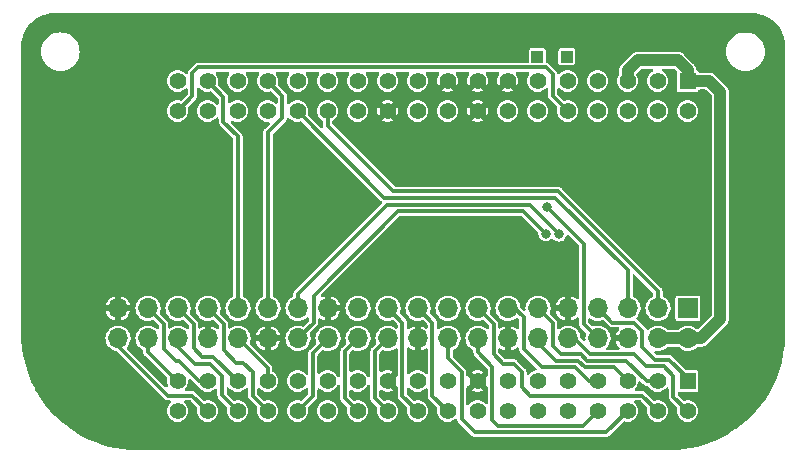
<source format=gbr>
%TF.GenerationSoftware,KiCad,Pcbnew,(6.0.2)*%
%TF.CreationDate,2022-03-06T23:45:21-05:00*%
%TF.ProjectId,PB16_2_PI,50423136-5f32-45f5-9049-2e6b69636164,rev?*%
%TF.SameCoordinates,Original*%
%TF.FileFunction,Copper,L1,Top*%
%TF.FilePolarity,Positive*%
%FSLAX46Y46*%
G04 Gerber Fmt 4.6, Leading zero omitted, Abs format (unit mm)*
G04 Created by KiCad (PCBNEW (6.0.2)) date 2022-03-06 23:45:21*
%MOMM*%
%LPD*%
G01*
G04 APERTURE LIST*
%TA.AperFunction,ComponentPad*%
%ADD10O,1.700000X1.700000*%
%TD*%
%TA.AperFunction,ComponentPad*%
%ADD11R,1.700000X1.700000*%
%TD*%
%TA.AperFunction,ComponentPad*%
%ADD12R,1.000000X1.000000*%
%TD*%
%TA.AperFunction,ComponentPad*%
%ADD13R,1.408000X1.408000*%
%TD*%
%TA.AperFunction,ComponentPad*%
%ADD14C,1.408000*%
%TD*%
%TA.AperFunction,ViaPad*%
%ADD15C,0.800000*%
%TD*%
%TA.AperFunction,Conductor*%
%ADD16C,0.350000*%
%TD*%
%TA.AperFunction,Conductor*%
%ADD17C,1.000000*%
%TD*%
G04 APERTURE END LIST*
D10*
%TO.P,J1,40,GPIO21/SCLK1*%
%TO.N,DATA1*%
X141795000Y-65340000D03*
%TO.P,J1,39,GND*%
%TO.N,GND*%
X141795000Y-62800000D03*
%TO.P,J1,38,GPIO20/MOSI1*%
%TO.N,OUT18*%
X144335000Y-65340000D03*
%TO.P,J1,37,GPIO26*%
%TO.N,OUT17*%
X144335000Y-62800000D03*
%TO.P,J1,36,GPIO16*%
%TO.N,DATA2*%
X146875000Y-65340000D03*
%TO.P,J1,35,GPIO19/MISO1*%
%TO.N,OUT20*%
X146875000Y-62800000D03*
%TO.P,J1,34,GND*%
%TO.N,GND*%
X149415000Y-65340000D03*
%TO.P,J1,33,PWM1/GPIO13*%
%TO.N,DATA3*%
X149415000Y-62800000D03*
%TO.P,J1,32,PWM0/GPIO12*%
%TO.N,OUT19*%
X151955000Y-65340000D03*
%TO.P,J1,31,GCLK2/GPIO6*%
%TO.N,V1_D16*%
X151955000Y-62800000D03*
%TO.P,J1,30,GND*%
%TO.N,GND*%
X154495000Y-65340000D03*
%TO.P,J1,29,GCLK1/GPIO5*%
%TO.N,V1_D13*%
X154495000Y-62800000D03*
%TO.P,J1,28,ID_SC/GPIO1*%
%TO.N,BTN2*%
X157035000Y-65340000D03*
%TO.P,J1,27,ID_SD/GPIO0*%
%TO.N,BTN1*%
X157035000Y-62800000D03*
%TO.P,J1,26,~{CE1}/GPIO7*%
%TO.N,DATA4*%
X159575000Y-65340000D03*
%TO.P,J1,25,GND*%
%TO.N,GND*%
X159575000Y-62800000D03*
%TO.P,J1,24,~{CE0}/GPIO8*%
%TO.N,DATA5*%
X162115000Y-65340000D03*
%TO.P,J1,23,SCLK0/GPIO11*%
%TO.N,unconnected-(J1-Pad23)*%
X162115000Y-62800000D03*
%TO.P,J1,22,GPIO25*%
%TO.N,DATA6*%
X164655000Y-65340000D03*
%TO.P,J1,21,MISO0/GPIO9*%
%TO.N,DATA7*%
X164655000Y-62800000D03*
%TO.P,J1,20,GND*%
%TO.N,GND*%
X167195000Y-65340000D03*
%TO.P,J1,19,MOSI0/GPIO10*%
%TO.N,DATA8*%
X167195000Y-62800000D03*
%TO.P,J1,18,GPIO24*%
%TO.N,DATA12*%
X169735000Y-65340000D03*
%TO.P,J1,17,3V3*%
%TO.N,+3V3*%
X169735000Y-62800000D03*
%TO.P,J1,16,GPIO23*%
%TO.N,DATA10*%
X172275000Y-65340000D03*
%TO.P,J1,15,GPIO22*%
%TO.N,DATA13*%
X172275000Y-62800000D03*
%TO.P,J1,14,GND*%
%TO.N,GND*%
X174815000Y-65340000D03*
%TO.P,J1,13,GPIO27*%
%TO.N,DATA9*%
X174815000Y-62800000D03*
%TO.P,J1,12,GPIO18/PWM0*%
%TO.N,DATA11*%
X177355000Y-65340000D03*
%TO.P,J1,11,GPIO17*%
%TO.N,DATA14*%
X177355000Y-62800000D03*
%TO.P,J1,10,GPIO15/RXD*%
%TO.N,DATA15*%
X179895000Y-65340000D03*
%TO.P,J1,9,GND*%
%TO.N,GND*%
X179895000Y-62800000D03*
%TO.P,J1,8,GPIO14/TXD*%
%TO.N,TXD1*%
X182435000Y-65340000D03*
%TO.P,J1,7,GCLK0/GPIO4*%
%TO.N,DATA16*%
X182435000Y-62800000D03*
%TO.P,J1,6,GND*%
%TO.N,GND*%
X184975000Y-65340000D03*
%TO.P,J1,5,SCL/GPIO3*%
%TO.N,I2C_SCL*%
X184975000Y-62800000D03*
%TO.P,J1,4,5V*%
%TO.N,+5V*%
X187515000Y-65340000D03*
%TO.P,J1,3,SDA/GPIO2*%
%TO.N,I2C_SDA*%
X187515000Y-62800000D03*
%TO.P,J1,2,5V*%
%TO.N,+5V*%
X190055000Y-65340000D03*
D11*
%TO.P,J1,1,3V3*%
%TO.N,unconnected-(J1-Pad1)*%
X190055000Y-62800000D03*
%TD*%
D12*
%TO.P,TP1,1,1*%
%TO.N,USB_D-*%
X179800000Y-41500000D03*
%TD*%
D13*
%TO.P,U1,P1_1,SYS_VIN*%
%TO.N,+5V*%
X190020000Y-43560000D03*
D14*
%TO.P,U1,P1_2,AIN6/GPIO87*%
%TO.N,unconnected-(U1-PadP1_2)*%
X190020000Y-46100000D03*
%TO.P,U1,P1_3,USB1_DRVVBUS*%
%TO.N,unconnected-(U1-PadP1_3)*%
X187480000Y-43560000D03*
%TO.P,U1,P1_4,GPIO_89*%
%TO.N,unconnected-(U1-PadP1_4)*%
X187480000Y-46100000D03*
%TO.P,U1,P1_5,USB1_VBUS*%
%TO.N,+5V*%
X184940000Y-43560000D03*
%TO.P,U1,P1_6,SPI0_CS*%
%TO.N,BTN1*%
X184940000Y-46100000D03*
%TO.P,U1,P1_7,USB1_VIN*%
%TO.N,unconnected-(U1-PadP1_7)*%
X182400000Y-43560000D03*
%TO.P,U1,P1_8,SPI0_CLK*%
%TO.N,BTN2*%
X182400000Y-46100000D03*
%TO.P,U1,P1_9,USB1_DN*%
%TO.N,USB_D-*%
X179860000Y-43560000D03*
%TO.P,U1,P1_10,SPI0_MISO*%
%TO.N,TXD1*%
X179860000Y-46100000D03*
%TO.P,U1,P1_11,USB1_DP*%
%TO.N,USB_D+*%
X177320000Y-43560000D03*
%TO.P,U1,P1_12,SPI0_MOSI*%
%TO.N,unconnected-(U1-PadP1_12)*%
X177320000Y-46100000D03*
%TO.P,U1,P1_13,USB1_ID*%
%TO.N,GND*%
X174780000Y-43560000D03*
%TO.P,U1,P1_14,SYS_3.3V*%
%TO.N,+3V3*%
X174780000Y-46100000D03*
%TO.P,U1,P1_15,USB1_GND*%
%TO.N,GND*%
X172240000Y-43560000D03*
%TO.P,U1,P1_16,SYS_GND*%
X172240000Y-46100000D03*
%TO.P,U1,P1_17,AIN1.8V_REF-*%
X169700000Y-43560000D03*
%TO.P,U1,P1_18,AIN1.8V_REF+*%
%TO.N,unconnected-(U1-PadP1_18)*%
X169700000Y-46100000D03*
%TO.P,U1,P1_19,AIN0(1.8V)*%
%TO.N,unconnected-(U1-PadP1_19)*%
X167160000Y-43560000D03*
%TO.P,U1,P1_20,GPIO_20*%
%TO.N,unconnected-(U1-PadP1_20)*%
X167160000Y-46100000D03*
%TO.P,U1,P1_21,AIN1(1.8V)*%
%TO.N,unconnected-(U1-PadP1_21)*%
X164620000Y-43560000D03*
%TO.P,U1,P1_22,SYS_GND*%
%TO.N,GND*%
X164620000Y-46100000D03*
%TO.P,U1,P1_23,AIN2(1.8V)*%
%TO.N,unconnected-(U1-PadP1_23)*%
X162080000Y-43560000D03*
%TO.P,U1,P1_24,SYS_VOUT*%
%TO.N,unconnected-(U1-PadP1_24)*%
X162080000Y-46100000D03*
%TO.P,U1,P1_25,AIN3(1.8V)*%
%TO.N,unconnected-(U1-PadP1_25)*%
X159540000Y-43560000D03*
%TO.P,U1,P1_26,I2C2_SDA*%
%TO.N,I2C_SDA*%
X159540000Y-46100000D03*
%TO.P,U1,P1_27,AIN4(1.8V)*%
%TO.N,unconnected-(U1-PadP1_27)*%
X157000000Y-43560000D03*
%TO.P,U1,P1_28,I2C2_SCL*%
%TO.N,I2C_SCL*%
X157000000Y-46100000D03*
%TO.P,U1,P1_29,PRU0_7*%
%TO.N,V1_D13*%
X154460000Y-43560000D03*
%TO.P,U1,P1_30,UART0_TX*%
%TO.N,unconnected-(U1-PadP1_30)*%
X154460000Y-46100000D03*
%TO.P,U1,P1_31,PRU0_4*%
%TO.N,unconnected-(U1-PadP1_31)*%
X151920000Y-43560000D03*
%TO.P,U1,P1_32,UART0_RX*%
%TO.N,unconnected-(U1-PadP1_32)*%
X151920000Y-46100000D03*
%TO.P,U1,P1_33,PRU0_1*%
%TO.N,V1_D16*%
X149380000Y-43560000D03*
%TO.P,U1,P1_34,GPIO_26*%
%TO.N,unconnected-(U1-PadP1_34)*%
X149380000Y-46100000D03*
%TO.P,U1,P1_35,PRU1_10*%
%TO.N,unconnected-(U1-PadP1_35)*%
X146840000Y-43560000D03*
%TO.P,U1,P1_36,PWM0_A*%
%TO.N,TXD1*%
X146840000Y-46100000D03*
D13*
%TO.P,U1,P2_1,PWM1_A*%
%TO.N,DATA16*%
X190020000Y-68960000D03*
D14*
%TO.P,U1,P2_2,GPIO_59*%
%TO.N,DATA15*%
X190020000Y-71500000D03*
%TO.P,U1,P2_3,GPIO_23*%
%TO.N,DATA14*%
X187480000Y-68960000D03*
%TO.P,U1,P2_4,GPIO_58*%
%TO.N,DATA13*%
X187480000Y-71500000D03*
%TO.P,U1,P2_5,UART4_RX*%
%TO.N,DATA11*%
X184940000Y-68960000D03*
%TO.P,U1,P2_6,GPIO_57*%
%TO.N,DATA12*%
X184940000Y-71500000D03*
%TO.P,U1,P2_7,UART4_TX*%
%TO.N,DATA9*%
X182400000Y-68960000D03*
%TO.P,U1,P2_8,GPIO_60*%
%TO.N,DATA10*%
X182400000Y-71500000D03*
%TO.P,U1,P2_9,I2C1_SCL*%
%TO.N,TXD1*%
X179860000Y-68960000D03*
%TO.P,U1,P2_10,GPIO_52*%
%TO.N,DATA9*%
X179860000Y-71500000D03*
%TO.P,U1,P2_11,I2C1_SDA*%
%TO.N,unconnected-(U1-PadP2_11)*%
X177320000Y-68960000D03*
%TO.P,U1,P2_12,SYS_PWRBTN*%
%TO.N,unconnected-(U1-PadP2_12)*%
X177320000Y-71500000D03*
%TO.P,U1,P2_13,SYS_VOUT*%
%TO.N,unconnected-(U1-PadP2_13)*%
X174780000Y-68960000D03*
%TO.P,U1,P2_14,BAT_VIN*%
%TO.N,unconnected-(U1-PadP2_14)*%
X174780000Y-71500000D03*
%TO.P,U1,P2_15,SYS_GND*%
%TO.N,GND*%
X172240000Y-68960000D03*
%TO.P,U1,P2_16,BAT_TEMP*%
%TO.N,unconnected-(U1-PadP2_16)*%
X172240000Y-71500000D03*
%TO.P,U1,P2_17,GPIO_65*%
%TO.N,unconnected-(U1-PadP2_17)*%
X169700000Y-68960000D03*
%TO.P,U1,P2_18,GPIO_47*%
%TO.N,DATA8*%
X169700000Y-71500000D03*
%TO.P,U1,P2_19,GPIO_27*%
%TO.N,unconnected-(U1-PadP2_19)*%
X167160000Y-68960000D03*
%TO.P,U1,P2_20,GPIO_64*%
%TO.N,DATA7*%
X167160000Y-71500000D03*
%TO.P,U1,P2_21,SYS_GND*%
%TO.N,GND*%
X164620000Y-68960000D03*
%TO.P,U1,P2_22,GPIO_46*%
%TO.N,DATA6*%
X164620000Y-71500000D03*
%TO.P,U1,P2_23,SYS_3.3V*%
%TO.N,unconnected-(U1-PadP2_23)*%
X162080000Y-68960000D03*
%TO.P,U1,P2_24,GPIO_48*%
%TO.N,DATA5*%
X162080000Y-71500000D03*
%TO.P,U1,P2_25,SPI1_MOSI*%
%TO.N,OUT19*%
X159540000Y-68960000D03*
%TO.P,U1,P2_26,SYS_NRST*%
%TO.N,unconnected-(U1-PadP2_26)*%
X159540000Y-71500000D03*
%TO.P,U1,P2_27,SPI1_MISO*%
%TO.N,OUT20*%
X157000000Y-68960000D03*
%TO.P,U1,P2_28,PRU0_6*%
%TO.N,DATA4*%
X157000000Y-71500000D03*
%TO.P,U1,P2_29,SPI1_CLK*%
%TO.N,OUT19*%
X154460000Y-68960000D03*
%TO.P,U1,P2_30,PRU0_3*%
%TO.N,DATA3*%
X154460000Y-71500000D03*
%TO.P,U1,P2_31,SPI1_CS*%
%TO.N,OUT20*%
X151920000Y-68960000D03*
%TO.P,U1,P2_32,PRU0_2*%
%TO.N,DATA2*%
X151920000Y-71500000D03*
%TO.P,U1,P2_33,GPIO_45*%
%TO.N,OUT17*%
X149380000Y-68960000D03*
%TO.P,U1,P2_34,PRU0_5*%
%TO.N,DATA1*%
X149380000Y-71500000D03*
%TO.P,U1,P2_35,AIN5/GPIO86*%
%TO.N,OUT18*%
X146840000Y-68960000D03*
%TO.P,U1,P2_36,AIN7(1.8V)*%
%TO.N,unconnected-(U1-PadP2_36)*%
X146840000Y-71500000D03*
%TD*%
D12*
%TO.P,TP2,1,1*%
%TO.N,USB_D+*%
X177300000Y-41500000D03*
%TD*%
D15*
%TO.N,GND*%
X144000000Y-54000000D03*
X144000000Y-46000000D03*
X138000000Y-54000000D03*
X138000000Y-46000000D03*
X191000000Y-39000000D03*
X183000000Y-39000000D03*
X172000000Y-39000000D03*
X163000000Y-39000000D03*
X153000000Y-39000000D03*
X142000000Y-39000000D03*
X150800000Y-53600000D03*
X153200000Y-53700000D03*
X153100000Y-60500000D03*
X153100000Y-47300000D03*
X155700000Y-53300000D03*
X156800000Y-47900000D03*
X150400000Y-48700000D03*
X186800000Y-59000000D03*
X183500000Y-50700000D03*
X180600000Y-52600000D03*
X186200000Y-49700000D03*
X182900000Y-54900000D03*
X162900000Y-53900000D03*
X166100000Y-55700000D03*
X173100000Y-55800000D03*
%TO.N,TXD1*%
X178100000Y-54224011D03*
%TO.N,GND*%
X140400000Y-69200000D03*
X144300000Y-71000000D03*
X152100000Y-73800000D03*
X168700000Y-73600000D03*
X185500000Y-73400000D03*
X192700000Y-71800000D03*
X195200000Y-66400000D03*
X156300000Y-58800000D03*
X169500000Y-59100000D03*
X190200000Y-54300000D03*
X138700000Y-64400000D03*
X180000000Y-59200000D03*
X176400000Y-59200000D03*
X150600000Y-58800000D03*
X195500000Y-48000000D03*
X163900000Y-59100000D03*
X192800000Y-68900000D03*
X190200000Y-59200000D03*
X172800000Y-51600000D03*
X190300000Y-49400000D03*
X177200000Y-51500000D03*
X195300000Y-60100000D03*
X172600000Y-48400000D03*
X138800000Y-61400000D03*
X142800000Y-58800000D03*
%TO.N,BTN1*%
X179148471Y-56546839D03*
%TO.N,BTN2*%
X178000000Y-56500000D03*
%TD*%
D16*
%TO.N,DATA14*%
X180993077Y-66700000D02*
X181542588Y-67249511D01*
X179300000Y-66700000D02*
X180993077Y-66700000D01*
X184849511Y-67249511D02*
X186560000Y-68960000D01*
X178600000Y-66000000D02*
X179300000Y-66700000D01*
X177355000Y-62800000D02*
X178600000Y-64045000D01*
X178600000Y-64045000D02*
X178600000Y-66000000D01*
X181542588Y-67249511D02*
X184849511Y-67249511D01*
X186560000Y-68960000D02*
X187480000Y-68960000D01*
D17*
%TO.N,+5V*%
X184940000Y-42660000D02*
X184940000Y-43560000D01*
X189200000Y-41800000D02*
X185800000Y-41800000D01*
X185800000Y-41800000D02*
X184940000Y-42660000D01*
X190020000Y-42620000D02*
X189200000Y-41800000D01*
X190020000Y-43560000D02*
X190020000Y-42620000D01*
D16*
%TO.N,TXD1*%
X178600000Y-43000000D02*
X178600000Y-44840000D01*
X178000000Y-42400000D02*
X178600000Y-43000000D01*
X178600000Y-44840000D02*
X179860000Y-46100000D01*
X148600000Y-42400000D02*
X178000000Y-42400000D01*
X148100000Y-42900000D02*
X148600000Y-42400000D01*
X148100000Y-44840000D02*
X148100000Y-42900000D01*
X146840000Y-46100000D02*
X148100000Y-44840000D01*
%TO.N,I2C_SDA*%
X165100000Y-52900000D02*
X179054252Y-52900000D01*
X159540000Y-47340000D02*
X165100000Y-52900000D01*
X159540000Y-46100000D02*
X159540000Y-47340000D01*
X179054252Y-52900000D02*
X187515000Y-61360748D01*
X187515000Y-61360748D02*
X187515000Y-62800000D01*
%TO.N,DATA16*%
X183659511Y-64024511D02*
X182435000Y-62800000D01*
X185482210Y-64024511D02*
X183659511Y-64024511D01*
X186200000Y-66100000D02*
X186200000Y-64742301D01*
X186200000Y-64742301D02*
X185482210Y-64024511D01*
X188450489Y-67150489D02*
X187250489Y-67150489D01*
X190020000Y-68720000D02*
X188450489Y-67150489D01*
X190020000Y-68960000D02*
X190020000Y-68720000D01*
X187250489Y-67150489D02*
X186200000Y-66100000D01*
%TO.N,DATA12*%
X172000000Y-73300000D02*
X183140000Y-73300000D01*
X170900000Y-68202500D02*
X170900000Y-72200000D01*
X170900000Y-72200000D02*
X172000000Y-73300000D01*
X169735000Y-67037500D02*
X170900000Y-68202500D01*
X183140000Y-73300000D02*
X184940000Y-71500000D01*
X169735000Y-65340000D02*
X169735000Y-67037500D01*
%TO.N,DATA13*%
X173590489Y-64115489D02*
X172275000Y-62800000D01*
X173590489Y-66690489D02*
X173590489Y-64115489D01*
X174400000Y-67500000D02*
X173590489Y-66690489D01*
X176000000Y-68200000D02*
X175300000Y-67500000D01*
X176700000Y-70200000D02*
X176000000Y-69500000D01*
X175300000Y-67500000D02*
X174400000Y-67500000D01*
X187480000Y-71500000D02*
X186180000Y-70200000D01*
X176000000Y-69500000D02*
X176000000Y-68200000D01*
X186180000Y-70200000D02*
X176700000Y-70200000D01*
%TO.N,BTN1*%
X176652122Y-54050490D02*
X179148471Y-56546839D01*
X164582429Y-54050490D02*
X176652122Y-54050490D01*
X157035000Y-61597919D02*
X164582429Y-54050490D01*
X157035000Y-62800000D02*
X157035000Y-61597919D01*
%TO.N,BTN2*%
X176100000Y-54600000D02*
X178000000Y-56500000D01*
X165498279Y-54600000D02*
X176100000Y-54600000D01*
X158350489Y-64024511D02*
X158350489Y-61747790D01*
X157035000Y-65340000D02*
X158350489Y-64024511D01*
X158350489Y-61747790D02*
X165498279Y-54600000D01*
%TO.N,TXD1*%
X181210489Y-64115489D02*
X181210489Y-57334500D01*
X182435000Y-65340000D02*
X181210489Y-64115489D01*
%TO.N,I2C_SCL*%
X157000000Y-46100000D02*
X164349511Y-53449511D01*
%TO.N,TXD1*%
X181210489Y-57334500D02*
X178100000Y-54224011D01*
%TO.N,I2C_SCL*%
X178826637Y-53449511D02*
X184975000Y-59597874D01*
X184975000Y-59597874D02*
X184975000Y-62800000D01*
X164349511Y-53449511D02*
X178826637Y-53449511D01*
%TO.N,OUT18*%
X144335000Y-66535000D02*
X144335000Y-65340000D01*
X146760000Y-68960000D02*
X144335000Y-66535000D01*
X146840000Y-68960000D02*
X146760000Y-68960000D01*
%TO.N,DATA10*%
X172275000Y-66542081D02*
X172275000Y-65340000D01*
X173500000Y-72300000D02*
X173500000Y-67767081D01*
X173950489Y-72750489D02*
X173500000Y-72300000D01*
X173500000Y-67767081D02*
X172275000Y-66542081D01*
X181149511Y-72750489D02*
X173950489Y-72750489D01*
X182400000Y-71500000D02*
X181149511Y-72750489D01*
%TO.N,DATA4*%
X158300000Y-70200000D02*
X157000000Y-71500000D01*
X158300000Y-66615000D02*
X158300000Y-70200000D01*
X159575000Y-65340000D02*
X158300000Y-66615000D01*
D17*
%TO.N,+5V*%
X192800000Y-44500000D02*
X191860000Y-43560000D01*
X192800000Y-63700000D02*
X192800000Y-44500000D01*
X191860000Y-43560000D02*
X190020000Y-43560000D01*
X191160000Y-65340000D02*
X192800000Y-63700000D01*
X187515000Y-65340000D02*
X191160000Y-65340000D01*
D16*
%TO.N,DATA1*%
X145997919Y-70200000D02*
X148080000Y-70200000D01*
X141795000Y-65997081D02*
X145997919Y-70200000D01*
X148080000Y-70200000D02*
X149380000Y-71500000D01*
X141795000Y-65340000D02*
X141795000Y-65997081D01*
%TO.N,OUT17*%
X145650489Y-66250489D02*
X145650489Y-64115489D01*
X149380000Y-68960000D02*
X148660000Y-68960000D01*
X145650489Y-64115489D02*
X144335000Y-62800000D01*
X148660000Y-68960000D02*
X147000000Y-67300000D01*
X146700000Y-67300000D02*
X145650489Y-66250489D01*
X147000000Y-67300000D02*
X146700000Y-67300000D01*
%TO.N,DATA2*%
X150600000Y-68520000D02*
X150600000Y-70180000D01*
X146875000Y-66075000D02*
X148300000Y-67500000D01*
X148300000Y-67500000D02*
X149580000Y-67500000D01*
X149580000Y-67500000D02*
X150600000Y-68520000D01*
X150600000Y-70180000D02*
X151920000Y-71500000D01*
X146875000Y-64795000D02*
X146875000Y-66075000D01*
%TO.N,OUT20*%
X148900000Y-66900000D02*
X148190489Y-66190489D01*
X148190489Y-66190489D02*
X148190489Y-64115489D01*
X151920000Y-68960000D02*
X149860000Y-66900000D01*
X148190489Y-64115489D02*
X146875000Y-62800000D01*
X149860000Y-66900000D02*
X148900000Y-66900000D01*
%TO.N,DATA3*%
X150730489Y-64115489D02*
X150730489Y-66330489D01*
X150730489Y-66330489D02*
X151800000Y-67400000D01*
X149415000Y-62800000D02*
X150730489Y-64115489D01*
X153200000Y-68200000D02*
X153200000Y-70240000D01*
X153200000Y-70240000D02*
X154460000Y-71500000D01*
X151800000Y-67400000D02*
X152400000Y-67400000D01*
X152400000Y-67400000D02*
X153200000Y-68200000D01*
%TO.N,OUT19*%
X154460000Y-67845000D02*
X151955000Y-65340000D01*
X154460000Y-68960000D02*
X154460000Y-67845000D01*
%TO.N,DATA5*%
X161001489Y-70421489D02*
X161001489Y-66453511D01*
X161001489Y-66453511D02*
X162115000Y-65340000D01*
X162080000Y-71500000D02*
X161001489Y-70421489D01*
%TO.N,DATA6*%
X163541489Y-70421489D02*
X164620000Y-71500000D01*
X163541489Y-66453511D02*
X163541489Y-70421489D01*
X164655000Y-65340000D02*
X163541489Y-66453511D01*
%TO.N,DATA7*%
X165879511Y-70219511D02*
X167160000Y-71500000D01*
X164655000Y-62800000D02*
X165879511Y-64024511D01*
X165879511Y-64024511D02*
X165879511Y-70219511D01*
%TO.N,DATA8*%
X168419511Y-70219511D02*
X168419511Y-64024511D01*
X169700000Y-71500000D02*
X168419511Y-70219511D01*
X168419511Y-64024511D02*
X167195000Y-62800000D01*
%TO.N,DATA9*%
X176130489Y-63570489D02*
X174815000Y-62255000D01*
X182400000Y-68960000D02*
X181672623Y-68960000D01*
X180512623Y-67800000D02*
X177700000Y-67800000D01*
X177700000Y-67800000D02*
X176130489Y-66230489D01*
X176130489Y-66230489D02*
X176130489Y-63570489D01*
X181672623Y-68960000D02*
X180512623Y-67800000D01*
%TO.N,DATA11*%
X178872384Y-67249510D02*
X177355000Y-65732126D01*
X183779022Y-67799022D02*
X181314972Y-67799021D01*
X181314972Y-67799021D02*
X180765462Y-67249511D01*
X184940000Y-68960000D02*
X183779022Y-67799022D01*
X180765462Y-67249511D02*
X178872384Y-67249510D01*
X177355000Y-65732126D02*
X177355000Y-64795000D01*
%TO.N,DATA15*%
X188800000Y-68500000D02*
X188000000Y-67700000D01*
X190020000Y-71500000D02*
X188800000Y-70280000D01*
X186511437Y-67700000D02*
X185511437Y-66700000D01*
X181800000Y-66700000D02*
X180440000Y-65340000D01*
X185511437Y-66700000D02*
X181800000Y-66700000D01*
X180440000Y-65340000D02*
X179895000Y-65340000D01*
X188800000Y-70280000D02*
X188800000Y-68500000D01*
X188000000Y-67700000D02*
X186511437Y-67700000D01*
%TO.N,V1_D13*%
X154495000Y-47905000D02*
X154495000Y-62800000D01*
X155700000Y-46700000D02*
X154495000Y-47905000D01*
X155700000Y-44800000D02*
X155700000Y-46700000D01*
X154460000Y-43560000D02*
X155700000Y-44800000D01*
%TO.N,V1_D16*%
X150700000Y-44880000D02*
X149380000Y-43560000D01*
X151955000Y-62800000D02*
X151955000Y-48255000D01*
X151955000Y-48255000D02*
X150700000Y-47000000D01*
X150700000Y-47000000D02*
X150700000Y-44880000D01*
%TD*%
%TA.AperFunction,Conductor*%
%TO.N,GND*%
G36*
X195391816Y-37810332D02*
G01*
X195392811Y-37810526D01*
X195406736Y-37813243D01*
X195420461Y-37809653D01*
X195434644Y-37809205D01*
X195434661Y-37809757D01*
X195443252Y-37808756D01*
X195590396Y-37812283D01*
X195719535Y-37815379D01*
X195733916Y-37816550D01*
X196036460Y-37858737D01*
X196050614Y-37861545D01*
X196346354Y-37938047D01*
X196360085Y-37942451D01*
X196645156Y-38052269D01*
X196658273Y-38058206D01*
X196777092Y-38120411D01*
X196928909Y-38199891D01*
X196941288Y-38207304D01*
X197193946Y-38378997D01*
X197205396Y-38387777D01*
X197436762Y-38587225D01*
X197447134Y-38597257D01*
X197654183Y-38821853D01*
X197663339Y-38833004D01*
X197843352Y-39079798D01*
X197851171Y-39091920D01*
X197950181Y-39266619D01*
X198001789Y-39357679D01*
X198008173Y-39370619D01*
X198127417Y-39651851D01*
X198132280Y-39665436D01*
X198156686Y-39748293D01*
X198205446Y-39913831D01*
X198218591Y-39958459D01*
X198221867Y-39972504D01*
X198235502Y-40051052D01*
X198274113Y-40273488D01*
X198275762Y-40287823D01*
X198291552Y-40563143D01*
X198290836Y-40571609D01*
X198291521Y-40571610D01*
X198291497Y-40585800D01*
X198288317Y-40599628D01*
X198291449Y-40613468D01*
X198291442Y-40617449D01*
X198293664Y-40637346D01*
X198293141Y-48295940D01*
X198292006Y-64910505D01*
X198292002Y-64962064D01*
X198289839Y-64981118D01*
X198289831Y-64985799D01*
X198286651Y-64999628D01*
X198289783Y-65013467D01*
X198289763Y-65024778D01*
X198290897Y-65036522D01*
X198277859Y-65468000D01*
X198274250Y-65587428D01*
X198273790Y-65595018D01*
X198239489Y-65972487D01*
X198220950Y-66176498D01*
X198220033Y-66184053D01*
X198132179Y-66761292D01*
X198130807Y-66768779D01*
X198008259Y-67339665D01*
X198006437Y-67347055D01*
X197849651Y-67909475D01*
X197847387Y-67916741D01*
X197656920Y-68468695D01*
X197654226Y-68475799D01*
X197559055Y-68705563D01*
X197430780Y-69015246D01*
X197427656Y-69022187D01*
X197172052Y-69547148D01*
X197168515Y-69553887D01*
X197094828Y-69684537D01*
X196882695Y-70060660D01*
X196881681Y-70062457D01*
X196877750Y-70068959D01*
X196626338Y-70457811D01*
X196560725Y-70559293D01*
X196556402Y-70565556D01*
X196242693Y-70991900D01*
X196210361Y-71035840D01*
X196205672Y-71041825D01*
X196084146Y-71187646D01*
X195831856Y-71490371D01*
X195826809Y-71496068D01*
X195823108Y-71500000D01*
X195426590Y-71921228D01*
X195421228Y-71926590D01*
X195301486Y-72039308D01*
X194996068Y-72326809D01*
X194990371Y-72331856D01*
X194541832Y-72705667D01*
X194535847Y-72710356D01*
X194088884Y-73039237D01*
X194065556Y-73056402D01*
X194059293Y-73060725D01*
X193568971Y-73377743D01*
X193562465Y-73381676D01*
X193521370Y-73404854D01*
X193053887Y-73668515D01*
X193047148Y-73672052D01*
X192522187Y-73927656D01*
X192515246Y-73930780D01*
X192269138Y-74032721D01*
X191975799Y-74154226D01*
X191968695Y-74156920D01*
X191416741Y-74347387D01*
X191409475Y-74349651D01*
X190847055Y-74506437D01*
X190839665Y-74508259D01*
X190268779Y-74630807D01*
X190261292Y-74632179D01*
X189684053Y-74720033D01*
X189676497Y-74720950D01*
X189095018Y-74773790D01*
X189087436Y-74774250D01*
X188537110Y-74790879D01*
X188526672Y-74789853D01*
X188514201Y-74789831D01*
X188500372Y-74786651D01*
X188486531Y-74789783D01*
X188482562Y-74789776D01*
X188462656Y-74792000D01*
X143437933Y-74792000D01*
X143418898Y-74789839D01*
X143414200Y-74789831D01*
X143400372Y-74786651D01*
X143386533Y-74789783D01*
X143375221Y-74789763D01*
X143363478Y-74790897D01*
X142812564Y-74774250D01*
X142804982Y-74773790D01*
X142223503Y-74720950D01*
X142215947Y-74720033D01*
X141638708Y-74632179D01*
X141631221Y-74630807D01*
X141060335Y-74508259D01*
X141052945Y-74506437D01*
X140490525Y-74349651D01*
X140483259Y-74347387D01*
X139931305Y-74156920D01*
X139924201Y-74154226D01*
X139630862Y-74032721D01*
X139384754Y-73930780D01*
X139377813Y-73927656D01*
X138852852Y-73672052D01*
X138846113Y-73668515D01*
X138378630Y-73404854D01*
X138337535Y-73381676D01*
X138331029Y-73377743D01*
X137840707Y-73060725D01*
X137834444Y-73056402D01*
X137811116Y-73039237D01*
X137364153Y-72710356D01*
X137358168Y-72705667D01*
X136909629Y-72331856D01*
X136903932Y-72326809D01*
X136598514Y-72039308D01*
X136478772Y-71926590D01*
X136473410Y-71921228D01*
X136076892Y-71500000D01*
X136073191Y-71496068D01*
X136068144Y-71490371D01*
X135815854Y-71187646D01*
X135694328Y-71041825D01*
X135689639Y-71035840D01*
X135657308Y-70991900D01*
X135343598Y-70565556D01*
X135339275Y-70559293D01*
X135273662Y-70457811D01*
X135022250Y-70068959D01*
X135018319Y-70062457D01*
X135017306Y-70060660D01*
X134805172Y-69684537D01*
X134731485Y-69553887D01*
X134727948Y-69547148D01*
X134472344Y-69022187D01*
X134469220Y-69015246D01*
X134340945Y-68705563D01*
X134245774Y-68475799D01*
X134243080Y-68468695D01*
X134052613Y-67916741D01*
X134050349Y-67909475D01*
X133893563Y-67347055D01*
X133891741Y-67339665D01*
X133769193Y-66768779D01*
X133767821Y-66761292D01*
X133679967Y-66184053D01*
X133679050Y-66176498D01*
X133660511Y-65972487D01*
X133626210Y-65595018D01*
X133625750Y-65587428D01*
X133622141Y-65468000D01*
X133617825Y-65325150D01*
X140731482Y-65325150D01*
X140731998Y-65331293D01*
X140731998Y-65331294D01*
X140748071Y-65522700D01*
X140748852Y-65532004D01*
X140806069Y-65731545D01*
X140808887Y-65737027D01*
X140808888Y-65737031D01*
X140863500Y-65843294D01*
X140900955Y-65916173D01*
X140904786Y-65921007D01*
X140904787Y-65921008D01*
X140930228Y-65953106D01*
X141029894Y-66078854D01*
X141034581Y-66082843D01*
X141034584Y-66082846D01*
X141177957Y-66204865D01*
X141187976Y-66213392D01*
X141369180Y-66314664D01*
X141566603Y-66378810D01*
X141590101Y-66381612D01*
X141600231Y-66382820D01*
X141665504Y-66410748D01*
X141674407Y-66418839D01*
X145688310Y-70432742D01*
X145703879Y-70452019D01*
X145704699Y-70452920D01*
X145710348Y-70461669D01*
X145718526Y-70468116D01*
X145718527Y-70468117D01*
X145737065Y-70482731D01*
X145741575Y-70486739D01*
X145741633Y-70486670D01*
X145745594Y-70490026D01*
X145749273Y-70493705D01*
X145765060Y-70504986D01*
X145765162Y-70505059D01*
X145769903Y-70508618D01*
X145810612Y-70540711D01*
X145819341Y-70543776D01*
X145826869Y-70549156D01*
X145847470Y-70555317D01*
X145876520Y-70564005D01*
X145882164Y-70565839D01*
X145923590Y-70580386D01*
X145923593Y-70580387D01*
X145931072Y-70583013D01*
X145936695Y-70583500D01*
X145939405Y-70583500D01*
X145942098Y-70583616D01*
X145942137Y-70583628D01*
X145942129Y-70583810D01*
X145942910Y-70583859D01*
X145949189Y-70585737D01*
X146003660Y-70583597D01*
X146008606Y-70583500D01*
X146161228Y-70583500D01*
X146229349Y-70603502D01*
X146275842Y-70657158D01*
X146285946Y-70727432D01*
X146256452Y-70792012D01*
X146235293Y-70811433D01*
X146226055Y-70818145D01*
X146097706Y-70960692D01*
X146094404Y-70966411D01*
X146094402Y-70966414D01*
X146023500Y-71089220D01*
X146001798Y-71126809D01*
X145942524Y-71309236D01*
X145922474Y-71500000D01*
X145942524Y-71690764D01*
X146001798Y-71873191D01*
X146097706Y-72039308D01*
X146226055Y-72181855D01*
X146231397Y-72185736D01*
X146231399Y-72185738D01*
X146375895Y-72290720D01*
X146381237Y-72294601D01*
X146387265Y-72297285D01*
X146387267Y-72297286D01*
X146549149Y-72369360D01*
X146556469Y-72372619D01*
X146650280Y-72392559D01*
X146737635Y-72411128D01*
X146737640Y-72411128D01*
X146744092Y-72412500D01*
X146935908Y-72412500D01*
X146942360Y-72411128D01*
X146942365Y-72411128D01*
X147029720Y-72392559D01*
X147123531Y-72372619D01*
X147130851Y-72369360D01*
X147292733Y-72297286D01*
X147292735Y-72297285D01*
X147298763Y-72294601D01*
X147304105Y-72290720D01*
X147448601Y-72185738D01*
X147448603Y-72185736D01*
X147453945Y-72181855D01*
X147582294Y-72039308D01*
X147678202Y-71873191D01*
X147737476Y-71690764D01*
X147757526Y-71500000D01*
X147737476Y-71309236D01*
X147678202Y-71126809D01*
X147656500Y-71089220D01*
X147585598Y-70966414D01*
X147585596Y-70966411D01*
X147582294Y-70960692D01*
X147453945Y-70818145D01*
X147444709Y-70811435D01*
X147401357Y-70755213D01*
X147395282Y-70684477D01*
X147428414Y-70621685D01*
X147490234Y-70586774D01*
X147518772Y-70583500D01*
X147868959Y-70583500D01*
X147937080Y-70603502D01*
X147958054Y-70620405D01*
X148468233Y-71130584D01*
X148502259Y-71192896D01*
X148498972Y-71258613D01*
X148482524Y-71309236D01*
X148462474Y-71500000D01*
X148482524Y-71690764D01*
X148541798Y-71873191D01*
X148637706Y-72039308D01*
X148766055Y-72181855D01*
X148771397Y-72185736D01*
X148771399Y-72185738D01*
X148915895Y-72290720D01*
X148921237Y-72294601D01*
X148927265Y-72297285D01*
X148927267Y-72297286D01*
X149089149Y-72369360D01*
X149096469Y-72372619D01*
X149190280Y-72392559D01*
X149277635Y-72411128D01*
X149277640Y-72411128D01*
X149284092Y-72412500D01*
X149475908Y-72412500D01*
X149482360Y-72411128D01*
X149482365Y-72411128D01*
X149569720Y-72392559D01*
X149663531Y-72372619D01*
X149670851Y-72369360D01*
X149832733Y-72297286D01*
X149832735Y-72297285D01*
X149838763Y-72294601D01*
X149844105Y-72290720D01*
X149988601Y-72185738D01*
X149988603Y-72185736D01*
X149993945Y-72181855D01*
X150122294Y-72039308D01*
X150218202Y-71873191D01*
X150277476Y-71690764D01*
X150297526Y-71500000D01*
X150277476Y-71309236D01*
X150218202Y-71126809D01*
X150196500Y-71089220D01*
X150125598Y-70966414D01*
X150125596Y-70966411D01*
X150122294Y-70960692D01*
X149993945Y-70818145D01*
X149988603Y-70814264D01*
X149988601Y-70814262D01*
X149844105Y-70709280D01*
X149844104Y-70709279D01*
X149838763Y-70705399D01*
X149832735Y-70702715D01*
X149832733Y-70702714D01*
X149669562Y-70630066D01*
X149669561Y-70630066D01*
X149663531Y-70627381D01*
X149551191Y-70603502D01*
X149482365Y-70588872D01*
X149482360Y-70588872D01*
X149475908Y-70587500D01*
X149284092Y-70587500D01*
X149277640Y-70588872D01*
X149277635Y-70588872D01*
X149124841Y-70621350D01*
X149054050Y-70615948D01*
X149009549Y-70587198D01*
X148389609Y-69967258D01*
X148374040Y-69947981D01*
X148373220Y-69947080D01*
X148367571Y-69938331D01*
X148340854Y-69917269D01*
X148336344Y-69913261D01*
X148336286Y-69913330D01*
X148332325Y-69909974D01*
X148328646Y-69906295D01*
X148312757Y-69894941D01*
X148308016Y-69891382D01*
X148267307Y-69859289D01*
X148258578Y-69856224D01*
X148251050Y-69850844D01*
X148225099Y-69843083D01*
X148201399Y-69835995D01*
X148195755Y-69834161D01*
X148154329Y-69819614D01*
X148154326Y-69819613D01*
X148146847Y-69816987D01*
X148141224Y-69816500D01*
X148138514Y-69816500D01*
X148135821Y-69816384D01*
X148135782Y-69816372D01*
X148135790Y-69816190D01*
X148135009Y-69816141D01*
X148128730Y-69814263D01*
X148079681Y-69816190D01*
X148074259Y-69816403D01*
X148069313Y-69816500D01*
X147579695Y-69816500D01*
X147511574Y-69796498D01*
X147465081Y-69742842D01*
X147454977Y-69672568D01*
X147486058Y-69606190D01*
X147577874Y-69504217D01*
X147577875Y-69504216D01*
X147582294Y-69499308D01*
X147605532Y-69459060D01*
X147674898Y-69338914D01*
X147674899Y-69338912D01*
X147678202Y-69333191D01*
X147737476Y-69150764D01*
X147757526Y-68960000D01*
X147756500Y-68950238D01*
X147752423Y-68911444D01*
X147765196Y-68841605D01*
X147813698Y-68789759D01*
X147882531Y-68772365D01*
X147949840Y-68794947D01*
X147966828Y-68809179D01*
X148350391Y-69192742D01*
X148365960Y-69212019D01*
X148366780Y-69212920D01*
X148372429Y-69221669D01*
X148380607Y-69228116D01*
X148380608Y-69228117D01*
X148399146Y-69242731D01*
X148403658Y-69246741D01*
X148403717Y-69246672D01*
X148407676Y-69250027D01*
X148411354Y-69253705D01*
X148415578Y-69256724D01*
X148415587Y-69256731D01*
X148427249Y-69265064D01*
X148431999Y-69268631D01*
X148464511Y-69294262D01*
X148464516Y-69294265D01*
X148472693Y-69300711D01*
X148481424Y-69303777D01*
X148488951Y-69309156D01*
X148498931Y-69312141D01*
X148507274Y-69316228D01*
X148560959Y-69366379D01*
X148614469Y-69459060D01*
X148637706Y-69499308D01*
X148766055Y-69641855D01*
X148771397Y-69645736D01*
X148771399Y-69645738D01*
X148915895Y-69750720D01*
X148921237Y-69754601D01*
X148927265Y-69757285D01*
X148927267Y-69757286D01*
X149067259Y-69819614D01*
X149096469Y-69832619D01*
X149182210Y-69850844D01*
X149277635Y-69871128D01*
X149277640Y-69871128D01*
X149284092Y-69872500D01*
X149475908Y-69872500D01*
X149482360Y-69871128D01*
X149482365Y-69871128D01*
X149577790Y-69850844D01*
X149663531Y-69832619D01*
X149692741Y-69819614D01*
X149832733Y-69757286D01*
X149832735Y-69757285D01*
X149838763Y-69754601D01*
X149844105Y-69750720D01*
X149988601Y-69645738D01*
X149988603Y-69645736D01*
X149993945Y-69641855D01*
X149998365Y-69636946D01*
X150003272Y-69632528D01*
X150004511Y-69633904D01*
X150057306Y-69601375D01*
X150128289Y-69602724D01*
X150187275Y-69642236D01*
X150215536Y-69707366D01*
X150216500Y-69722924D01*
X150216500Y-70125649D01*
X150213878Y-70150279D01*
X150213820Y-70151508D01*
X150211629Y-70161685D01*
X150212853Y-70172024D01*
X150215627Y-70195465D01*
X150215982Y-70201488D01*
X150216072Y-70201481D01*
X150216500Y-70206658D01*
X150216500Y-70211861D01*
X150217354Y-70216989D01*
X150219706Y-70231123D01*
X150220542Y-70236996D01*
X150222244Y-70251372D01*
X150226635Y-70288473D01*
X150230640Y-70296813D01*
X150232159Y-70305940D01*
X150237105Y-70315107D01*
X150237106Y-70315109D01*
X150238471Y-70317639D01*
X150255109Y-70348473D01*
X150256777Y-70351565D01*
X150259452Y-70356813D01*
X150281901Y-70403563D01*
X150285533Y-70407884D01*
X150287465Y-70409816D01*
X150289268Y-70411781D01*
X150289286Y-70411815D01*
X150289150Y-70411940D01*
X150289674Y-70412534D01*
X150292785Y-70418300D01*
X150300431Y-70425367D01*
X150300431Y-70425368D01*
X150332830Y-70455317D01*
X150336396Y-70458747D01*
X151008233Y-71130584D01*
X151042259Y-71192896D01*
X151038972Y-71258613D01*
X151022524Y-71309236D01*
X151002474Y-71500000D01*
X151022524Y-71690764D01*
X151081798Y-71873191D01*
X151177706Y-72039308D01*
X151306055Y-72181855D01*
X151311397Y-72185736D01*
X151311399Y-72185738D01*
X151455895Y-72290720D01*
X151461237Y-72294601D01*
X151467265Y-72297285D01*
X151467267Y-72297286D01*
X151629149Y-72369360D01*
X151636469Y-72372619D01*
X151730280Y-72392559D01*
X151817635Y-72411128D01*
X151817640Y-72411128D01*
X151824092Y-72412500D01*
X152015908Y-72412500D01*
X152022360Y-72411128D01*
X152022365Y-72411128D01*
X152109720Y-72392559D01*
X152203531Y-72372619D01*
X152210851Y-72369360D01*
X152372733Y-72297286D01*
X152372735Y-72297285D01*
X152378763Y-72294601D01*
X152384105Y-72290720D01*
X152528601Y-72185738D01*
X152528603Y-72185736D01*
X152533945Y-72181855D01*
X152662294Y-72039308D01*
X152758202Y-71873191D01*
X152817476Y-71690764D01*
X152837526Y-71500000D01*
X152817476Y-71309236D01*
X152758202Y-71126809D01*
X152736500Y-71089220D01*
X152665598Y-70966414D01*
X152665596Y-70966411D01*
X152662294Y-70960692D01*
X152533945Y-70818145D01*
X152528603Y-70814264D01*
X152528601Y-70814262D01*
X152384105Y-70709280D01*
X152384104Y-70709279D01*
X152378763Y-70705399D01*
X152372735Y-70702715D01*
X152372733Y-70702714D01*
X152209562Y-70630066D01*
X152209561Y-70630066D01*
X152203531Y-70627381D01*
X152091191Y-70603502D01*
X152022365Y-70588872D01*
X152022360Y-70588872D01*
X152015908Y-70587500D01*
X151824092Y-70587500D01*
X151817640Y-70588872D01*
X151817635Y-70588872D01*
X151664841Y-70621350D01*
X151594050Y-70615948D01*
X151549549Y-70587198D01*
X151020405Y-70058054D01*
X150986379Y-69995742D01*
X150983500Y-69968959D01*
X150983500Y-69611862D01*
X151003502Y-69543741D01*
X151057158Y-69497248D01*
X151127432Y-69487144D01*
X151192012Y-69516638D01*
X151203136Y-69527551D01*
X151306055Y-69641855D01*
X151311397Y-69645736D01*
X151311399Y-69645738D01*
X151455895Y-69750720D01*
X151461237Y-69754601D01*
X151467265Y-69757285D01*
X151467267Y-69757286D01*
X151607259Y-69819614D01*
X151636469Y-69832619D01*
X151722210Y-69850844D01*
X151817635Y-69871128D01*
X151817640Y-69871128D01*
X151824092Y-69872500D01*
X152015908Y-69872500D01*
X152022360Y-69871128D01*
X152022365Y-69871128D01*
X152117790Y-69850844D01*
X152203531Y-69832619D01*
X152232741Y-69819614D01*
X152372733Y-69757286D01*
X152372735Y-69757285D01*
X152378763Y-69754601D01*
X152384105Y-69750720D01*
X152528601Y-69645738D01*
X152528603Y-69645736D01*
X152533945Y-69641855D01*
X152596863Y-69571977D01*
X152657309Y-69534737D01*
X152728293Y-69536089D01*
X152787278Y-69575602D01*
X152815536Y-69640733D01*
X152816500Y-69656287D01*
X152816500Y-70185649D01*
X152813878Y-70210279D01*
X152813820Y-70211508D01*
X152811629Y-70221685D01*
X152813914Y-70240992D01*
X152815627Y-70255465D01*
X152815982Y-70261488D01*
X152816072Y-70261481D01*
X152816500Y-70266658D01*
X152816500Y-70271861D01*
X152818420Y-70283395D01*
X152819706Y-70291123D01*
X152820542Y-70296996D01*
X152826635Y-70348473D01*
X152830640Y-70356813D01*
X152832159Y-70365940D01*
X152837105Y-70375107D01*
X152837106Y-70375109D01*
X152848102Y-70395488D01*
X152855149Y-70408547D01*
X152856777Y-70411565D01*
X152859454Y-70416818D01*
X152881901Y-70463563D01*
X152885533Y-70467884D01*
X152887465Y-70469816D01*
X152889268Y-70471781D01*
X152889286Y-70471815D01*
X152889150Y-70471940D01*
X152889674Y-70472534D01*
X152892785Y-70478300D01*
X152900431Y-70485367D01*
X152900431Y-70485368D01*
X152932830Y-70515317D01*
X152936396Y-70518747D01*
X153548233Y-71130584D01*
X153582259Y-71192896D01*
X153578972Y-71258613D01*
X153562524Y-71309236D01*
X153542474Y-71500000D01*
X153562524Y-71690764D01*
X153621798Y-71873191D01*
X153717706Y-72039308D01*
X153846055Y-72181855D01*
X153851397Y-72185736D01*
X153851399Y-72185738D01*
X153995895Y-72290720D01*
X154001237Y-72294601D01*
X154007265Y-72297285D01*
X154007267Y-72297286D01*
X154169149Y-72369360D01*
X154176469Y-72372619D01*
X154270280Y-72392559D01*
X154357635Y-72411128D01*
X154357640Y-72411128D01*
X154364092Y-72412500D01*
X154555908Y-72412500D01*
X154562360Y-72411128D01*
X154562365Y-72411128D01*
X154649720Y-72392559D01*
X154743531Y-72372619D01*
X154750851Y-72369360D01*
X154912733Y-72297286D01*
X154912735Y-72297285D01*
X154918763Y-72294601D01*
X154924105Y-72290720D01*
X155068601Y-72185738D01*
X155068603Y-72185736D01*
X155073945Y-72181855D01*
X155202294Y-72039308D01*
X155298202Y-71873191D01*
X155357476Y-71690764D01*
X155377526Y-71500000D01*
X155357476Y-71309236D01*
X155298202Y-71126809D01*
X155276500Y-71089220D01*
X155205598Y-70966414D01*
X155205596Y-70966411D01*
X155202294Y-70960692D01*
X155073945Y-70818145D01*
X155068603Y-70814264D01*
X155068601Y-70814262D01*
X154924105Y-70709280D01*
X154924104Y-70709279D01*
X154918763Y-70705399D01*
X154912735Y-70702715D01*
X154912733Y-70702714D01*
X154749562Y-70630066D01*
X154749561Y-70630066D01*
X154743531Y-70627381D01*
X154631191Y-70603502D01*
X154562365Y-70588872D01*
X154562360Y-70588872D01*
X154555908Y-70587500D01*
X154364092Y-70587500D01*
X154357640Y-70588872D01*
X154357635Y-70588872D01*
X154204841Y-70621350D01*
X154134050Y-70615948D01*
X154089549Y-70587198D01*
X153620405Y-70118054D01*
X153586379Y-70055742D01*
X153583500Y-70028959D01*
X153583500Y-69678499D01*
X153603502Y-69610378D01*
X153657158Y-69563885D01*
X153727432Y-69553781D01*
X153792012Y-69583275D01*
X153803134Y-69594186D01*
X153846055Y-69641855D01*
X153851397Y-69645736D01*
X153851399Y-69645738D01*
X153995895Y-69750720D01*
X154001237Y-69754601D01*
X154007265Y-69757285D01*
X154007267Y-69757286D01*
X154147259Y-69819614D01*
X154176469Y-69832619D01*
X154262210Y-69850844D01*
X154357635Y-69871128D01*
X154357640Y-69871128D01*
X154364092Y-69872500D01*
X154555908Y-69872500D01*
X154562360Y-69871128D01*
X154562365Y-69871128D01*
X154657790Y-69850844D01*
X154743531Y-69832619D01*
X154772741Y-69819614D01*
X154912733Y-69757286D01*
X154912735Y-69757285D01*
X154918763Y-69754601D01*
X154924105Y-69750720D01*
X155068601Y-69645738D01*
X155068603Y-69645736D01*
X155073945Y-69641855D01*
X155202294Y-69499308D01*
X155225532Y-69459060D01*
X155294898Y-69338914D01*
X155294899Y-69338912D01*
X155298202Y-69333191D01*
X155357476Y-69150764D01*
X155377526Y-68960000D01*
X155357476Y-68769236D01*
X155336788Y-68705563D01*
X155300244Y-68593094D01*
X155298202Y-68586809D01*
X155267084Y-68532911D01*
X155205598Y-68426414D01*
X155205596Y-68426411D01*
X155202294Y-68420692D01*
X155073945Y-68278145D01*
X155068603Y-68274264D01*
X155068601Y-68274262D01*
X154924105Y-68169280D01*
X154924104Y-68169279D01*
X154918763Y-68165399D01*
X154912733Y-68162714D01*
X154907010Y-68159410D01*
X154908479Y-68156866D01*
X154864151Y-68119183D01*
X154843500Y-68050064D01*
X154843500Y-67899351D01*
X154846122Y-67874721D01*
X154846180Y-67873492D01*
X154848371Y-67863315D01*
X154844373Y-67829535D01*
X154844018Y-67823512D01*
X154843928Y-67823519D01*
X154843500Y-67818342D01*
X154843500Y-67813139D01*
X154840294Y-67793877D01*
X154839458Y-67788004D01*
X154836341Y-67761669D01*
X154833365Y-67736527D01*
X154829360Y-67728187D01*
X154827841Y-67719060D01*
X154819447Y-67703502D01*
X154810719Y-67687327D01*
X154803220Y-67673429D01*
X154800546Y-67668182D01*
X154778099Y-67621437D01*
X154774467Y-67617116D01*
X154772535Y-67615184D01*
X154770732Y-67613219D01*
X154770714Y-67613185D01*
X154770850Y-67613060D01*
X154770326Y-67612466D01*
X154767215Y-67606700D01*
X154727169Y-67569682D01*
X154723604Y-67566253D01*
X152982517Y-65825166D01*
X152948491Y-65762854D01*
X152952053Y-65696300D01*
X152978557Y-65616625D01*
X152982100Y-65605975D01*
X153470583Y-65605975D01*
X153504839Y-65725438D01*
X153509355Y-65736843D01*
X153598557Y-65910411D01*
X153605209Y-65920733D01*
X153726428Y-66073675D01*
X153734950Y-66082500D01*
X153883572Y-66208986D01*
X153893641Y-66215984D01*
X154064003Y-66311198D01*
X154075241Y-66316107D01*
X154223769Y-66364366D01*
X154237868Y-66364769D01*
X154241000Y-66358399D01*
X154241000Y-66349479D01*
X154749000Y-66349479D01*
X154752973Y-66363010D01*
X154761188Y-66364191D01*
X154873511Y-66332829D01*
X154884954Y-66328391D01*
X155059147Y-66240400D01*
X155069506Y-66233825D01*
X155223287Y-66113679D01*
X155232175Y-66105215D01*
X155359698Y-65957478D01*
X155366766Y-65947458D01*
X155463161Y-65777772D01*
X155468155Y-65766556D01*
X155519839Y-65611190D01*
X155520340Y-65597097D01*
X155514151Y-65594000D01*
X154767115Y-65594000D01*
X154751876Y-65598475D01*
X154750671Y-65599865D01*
X154749000Y-65607548D01*
X154749000Y-66349479D01*
X154241000Y-66349479D01*
X154241000Y-65612115D01*
X154236525Y-65596876D01*
X154235135Y-65595671D01*
X154227452Y-65594000D01*
X153485264Y-65594000D01*
X153471733Y-65597973D01*
X153470583Y-65605975D01*
X152982100Y-65605975D01*
X152992190Y-65575644D01*
X153018207Y-65369698D01*
X153018622Y-65340000D01*
X152998365Y-65133408D01*
X152983096Y-65082832D01*
X153470744Y-65082832D01*
X153477303Y-65086000D01*
X154222885Y-65086000D01*
X154238124Y-65081525D01*
X154239329Y-65080135D01*
X154241000Y-65072452D01*
X154241000Y-65067885D01*
X154749000Y-65067885D01*
X154753475Y-65083124D01*
X154754865Y-65084329D01*
X154762548Y-65086000D01*
X155505414Y-65086000D01*
X155518945Y-65082027D01*
X155520037Y-65074433D01*
X155479683Y-64940777D01*
X155475008Y-64929435D01*
X155383388Y-64757121D01*
X155376601Y-64746905D01*
X155253253Y-64595665D01*
X155244609Y-64586961D01*
X155094237Y-64462562D01*
X155084069Y-64455703D01*
X154912393Y-64362879D01*
X154901093Y-64358129D01*
X154766307Y-64316405D01*
X154752205Y-64316199D01*
X154749000Y-64322955D01*
X154749000Y-65067885D01*
X154241000Y-65067885D01*
X154241000Y-64329953D01*
X154237027Y-64316422D01*
X154229232Y-64315302D01*
X154102658Y-64352554D01*
X154091290Y-64357147D01*
X153918334Y-64447566D01*
X153908072Y-64454282D01*
X153755980Y-64576568D01*
X153747214Y-64585152D01*
X153621764Y-64734656D01*
X153614840Y-64744767D01*
X153520816Y-64915798D01*
X153515988Y-64927062D01*
X153471048Y-65068731D01*
X153470744Y-65082832D01*
X152983096Y-65082832D01*
X152951063Y-64976733D01*
X152940152Y-64940593D01*
X152940151Y-64940590D01*
X152938368Y-64934685D01*
X152928855Y-64916794D01*
X152843809Y-64756847D01*
X152843808Y-64756845D01*
X152840913Y-64751401D01*
X152789400Y-64688240D01*
X152713610Y-64595311D01*
X152713607Y-64595308D01*
X152709715Y-64590536D01*
X152704965Y-64586606D01*
X152554518Y-64462145D01*
X152554517Y-64462144D01*
X152549770Y-64458217D01*
X152544353Y-64455288D01*
X152544350Y-64455286D01*
X152372590Y-64362416D01*
X152372585Y-64362414D01*
X152367170Y-64359486D01*
X152168871Y-64298102D01*
X152162746Y-64297458D01*
X152162745Y-64297458D01*
X151968554Y-64277048D01*
X151968552Y-64277048D01*
X151962425Y-64276404D01*
X151876515Y-64284223D01*
X151761836Y-64294659D01*
X151761833Y-64294660D01*
X151755697Y-64295218D01*
X151749791Y-64296956D01*
X151749787Y-64296957D01*
X151637677Y-64329953D01*
X151556560Y-64353827D01*
X151372600Y-64449999D01*
X151367800Y-64453859D01*
X151367799Y-64453859D01*
X151318941Y-64493142D01*
X151253319Y-64520238D01*
X151183464Y-64507555D01*
X151131556Y-64459119D01*
X151113989Y-64394945D01*
X151113989Y-64169840D01*
X151116611Y-64145210D01*
X151116669Y-64143981D01*
X151118860Y-64133804D01*
X151114862Y-64100024D01*
X151114507Y-64094001D01*
X151114417Y-64094008D01*
X151113989Y-64088831D01*
X151113989Y-64083628D01*
X151110783Y-64064366D01*
X151109947Y-64058493D01*
X151106869Y-64032487D01*
X151103854Y-64007016D01*
X151099849Y-63998676D01*
X151098330Y-63989549D01*
X151073709Y-63943918D01*
X151071035Y-63938671D01*
X151048588Y-63891926D01*
X151044956Y-63887605D01*
X151043024Y-63885673D01*
X151041221Y-63883708D01*
X151041203Y-63883674D01*
X151041339Y-63883549D01*
X151040815Y-63882955D01*
X151037704Y-63877189D01*
X151029880Y-63869956D01*
X150997659Y-63840172D01*
X150994093Y-63836742D01*
X150442517Y-63285166D01*
X150408491Y-63222854D01*
X150412053Y-63156300D01*
X150412053Y-63156299D01*
X150452190Y-63035644D01*
X150478207Y-62829698D01*
X150478622Y-62800000D01*
X150458365Y-62593408D01*
X150418526Y-62461454D01*
X150400152Y-62400593D01*
X150400151Y-62400590D01*
X150398368Y-62394685D01*
X150391089Y-62380995D01*
X150303809Y-62216847D01*
X150303808Y-62216845D01*
X150300913Y-62211401D01*
X150252083Y-62151529D01*
X150173610Y-62055311D01*
X150173607Y-62055308D01*
X150169715Y-62050536D01*
X150162770Y-62044790D01*
X150014518Y-61922145D01*
X150014519Y-61922145D01*
X150009770Y-61918217D01*
X150004353Y-61915288D01*
X150004350Y-61915286D01*
X149832590Y-61822416D01*
X149832585Y-61822414D01*
X149827170Y-61819486D01*
X149628871Y-61758102D01*
X149622746Y-61757458D01*
X149622745Y-61757458D01*
X149428554Y-61737048D01*
X149428552Y-61737048D01*
X149422425Y-61736404D01*
X149353168Y-61742707D01*
X149221836Y-61754659D01*
X149221833Y-61754660D01*
X149215697Y-61755218D01*
X149209791Y-61756956D01*
X149209787Y-61756957D01*
X149121454Y-61782955D01*
X149016560Y-61813827D01*
X148832600Y-61909999D01*
X148670823Y-62040071D01*
X148666865Y-62044788D01*
X148666863Y-62044790D01*
X148662042Y-62050536D01*
X148537391Y-62199089D01*
X148534427Y-62204481D01*
X148534424Y-62204485D01*
X148482983Y-62298056D01*
X148437387Y-62380995D01*
X148374621Y-62578861D01*
X148373935Y-62584978D01*
X148373934Y-62584982D01*
X148372989Y-62593408D01*
X148351482Y-62785150D01*
X148351998Y-62791293D01*
X148351998Y-62791294D01*
X148368071Y-62982700D01*
X148368852Y-62992004D01*
X148426069Y-63191545D01*
X148428887Y-63197027D01*
X148428888Y-63197031D01*
X148498350Y-63332189D01*
X148520955Y-63376173D01*
X148524786Y-63381007D01*
X148524787Y-63381008D01*
X148545751Y-63407458D01*
X148649894Y-63538854D01*
X148654581Y-63542843D01*
X148654584Y-63542846D01*
X148802799Y-63668986D01*
X148807976Y-63673392D01*
X148989180Y-63774664D01*
X149186603Y-63838810D01*
X149392725Y-63863389D01*
X149398860Y-63862917D01*
X149398862Y-63862917D01*
X149593555Y-63847936D01*
X149593560Y-63847935D01*
X149599696Y-63847463D01*
X149667310Y-63828585D01*
X149779263Y-63797328D01*
X149850253Y-63798275D01*
X149902241Y-63829592D01*
X150310084Y-64237435D01*
X150344110Y-64299747D01*
X150346989Y-64326530D01*
X150346989Y-64470076D01*
X150326987Y-64538197D01*
X150273331Y-64584690D01*
X150203057Y-64594794D01*
X150140673Y-64567160D01*
X150014237Y-64462562D01*
X150004069Y-64455703D01*
X149832393Y-64362879D01*
X149821093Y-64358129D01*
X149686307Y-64316405D01*
X149672205Y-64316199D01*
X149669000Y-64322955D01*
X149669000Y-65468000D01*
X149648998Y-65536121D01*
X149595342Y-65582614D01*
X149543000Y-65594000D01*
X149287000Y-65594000D01*
X149218879Y-65573998D01*
X149172386Y-65520342D01*
X149161000Y-65468000D01*
X149161000Y-64329953D01*
X149157027Y-64316422D01*
X149149232Y-64315302D01*
X149022658Y-64352554D01*
X149011290Y-64357147D01*
X148838334Y-64447566D01*
X148828078Y-64454278D01*
X148778941Y-64493785D01*
X148713319Y-64520881D01*
X148643464Y-64508198D01*
X148591556Y-64459762D01*
X148573989Y-64395588D01*
X148573989Y-64169840D01*
X148576611Y-64145210D01*
X148576669Y-64143981D01*
X148578860Y-64133804D01*
X148574862Y-64100024D01*
X148574507Y-64094001D01*
X148574417Y-64094008D01*
X148573989Y-64088831D01*
X148573989Y-64083628D01*
X148570783Y-64064366D01*
X148569947Y-64058493D01*
X148566869Y-64032487D01*
X148563854Y-64007016D01*
X148559849Y-63998676D01*
X148558330Y-63989549D01*
X148533709Y-63943918D01*
X148531035Y-63938671D01*
X148508588Y-63891926D01*
X148504956Y-63887605D01*
X148503024Y-63885673D01*
X148501221Y-63883708D01*
X148501203Y-63883674D01*
X148501339Y-63883549D01*
X148500815Y-63882955D01*
X148497704Y-63877189D01*
X148489880Y-63869956D01*
X148457659Y-63840172D01*
X148454093Y-63836742D01*
X147902517Y-63285166D01*
X147868491Y-63222854D01*
X147872053Y-63156300D01*
X147872053Y-63156299D01*
X147912190Y-63035644D01*
X147938207Y-62829698D01*
X147938622Y-62800000D01*
X147918365Y-62593408D01*
X147878526Y-62461454D01*
X147860152Y-62400593D01*
X147860151Y-62400590D01*
X147858368Y-62394685D01*
X147851089Y-62380995D01*
X147763809Y-62216847D01*
X147763808Y-62216845D01*
X147760913Y-62211401D01*
X147712083Y-62151529D01*
X147633610Y-62055311D01*
X147633607Y-62055308D01*
X147629715Y-62050536D01*
X147622770Y-62044790D01*
X147474518Y-61922145D01*
X147474519Y-61922145D01*
X147469770Y-61918217D01*
X147464353Y-61915288D01*
X147464350Y-61915286D01*
X147292590Y-61822416D01*
X147292585Y-61822414D01*
X147287170Y-61819486D01*
X147088871Y-61758102D01*
X147082746Y-61757458D01*
X147082745Y-61757458D01*
X146888554Y-61737048D01*
X146888552Y-61737048D01*
X146882425Y-61736404D01*
X146813168Y-61742707D01*
X146681836Y-61754659D01*
X146681833Y-61754660D01*
X146675697Y-61755218D01*
X146669791Y-61756956D01*
X146669787Y-61756957D01*
X146581454Y-61782955D01*
X146476560Y-61813827D01*
X146292600Y-61909999D01*
X146130823Y-62040071D01*
X146126865Y-62044788D01*
X146126863Y-62044790D01*
X146122042Y-62050536D01*
X145997391Y-62199089D01*
X145994427Y-62204481D01*
X145994424Y-62204485D01*
X145942983Y-62298056D01*
X145897387Y-62380995D01*
X145834621Y-62578861D01*
X145833935Y-62584978D01*
X145833934Y-62584982D01*
X145832989Y-62593408D01*
X145811482Y-62785150D01*
X145811998Y-62791293D01*
X145811998Y-62791294D01*
X145828071Y-62982700D01*
X145828852Y-62992004D01*
X145886069Y-63191545D01*
X145888887Y-63197027D01*
X145888888Y-63197031D01*
X145958350Y-63332189D01*
X145980955Y-63376173D01*
X145984786Y-63381007D01*
X145984787Y-63381008D01*
X146005751Y-63407458D01*
X146109894Y-63538854D01*
X146114581Y-63542843D01*
X146114584Y-63542846D01*
X146262799Y-63668986D01*
X146267976Y-63673392D01*
X146449180Y-63774664D01*
X146646603Y-63838810D01*
X146852725Y-63863389D01*
X146858860Y-63862917D01*
X146858862Y-63862917D01*
X147053555Y-63847936D01*
X147053560Y-63847935D01*
X147059696Y-63847463D01*
X147127310Y-63828585D01*
X147239263Y-63797328D01*
X147310253Y-63798275D01*
X147362241Y-63829592D01*
X147770084Y-64237435D01*
X147804110Y-64299747D01*
X147806989Y-64326530D01*
X147806989Y-64469426D01*
X147786987Y-64537547D01*
X147733331Y-64584040D01*
X147663057Y-64594144D01*
X147600673Y-64566510D01*
X147474518Y-64462145D01*
X147474517Y-64462144D01*
X147469770Y-64458217D01*
X147464353Y-64455288D01*
X147464350Y-64455286D01*
X147292590Y-64362416D01*
X147292585Y-64362414D01*
X147287170Y-64359486D01*
X147088871Y-64298102D01*
X147082746Y-64297458D01*
X147082745Y-64297458D01*
X146888554Y-64277048D01*
X146888552Y-64277048D01*
X146882425Y-64276404D01*
X146796515Y-64284223D01*
X146681836Y-64294659D01*
X146681833Y-64294660D01*
X146675697Y-64295218D01*
X146669791Y-64296956D01*
X146669787Y-64296957D01*
X146557677Y-64329953D01*
X146476560Y-64353827D01*
X146292600Y-64449999D01*
X146287800Y-64453859D01*
X146287799Y-64453859D01*
X146238941Y-64493142D01*
X146173319Y-64520238D01*
X146103464Y-64507555D01*
X146051556Y-64459119D01*
X146033989Y-64394945D01*
X146033989Y-64169840D01*
X146036611Y-64145210D01*
X146036669Y-64143981D01*
X146038860Y-64133804D01*
X146034862Y-64100024D01*
X146034507Y-64094001D01*
X146034417Y-64094008D01*
X146033989Y-64088831D01*
X146033989Y-64083628D01*
X146030783Y-64064366D01*
X146029947Y-64058493D01*
X146026869Y-64032487D01*
X146023854Y-64007016D01*
X146019849Y-63998676D01*
X146018330Y-63989549D01*
X145993709Y-63943918D01*
X145991035Y-63938671D01*
X145968588Y-63891926D01*
X145964956Y-63887605D01*
X145963024Y-63885673D01*
X145961221Y-63883708D01*
X145961203Y-63883674D01*
X145961339Y-63883549D01*
X145960815Y-63882955D01*
X145957704Y-63877189D01*
X145949880Y-63869956D01*
X145917659Y-63840172D01*
X145914093Y-63836742D01*
X145362517Y-63285166D01*
X145328491Y-63222854D01*
X145332053Y-63156300D01*
X145332053Y-63156299D01*
X145372190Y-63035644D01*
X145398207Y-62829698D01*
X145398622Y-62800000D01*
X145378365Y-62593408D01*
X145338526Y-62461454D01*
X145320152Y-62400593D01*
X145320151Y-62400590D01*
X145318368Y-62394685D01*
X145311089Y-62380995D01*
X145223809Y-62216847D01*
X145223808Y-62216845D01*
X145220913Y-62211401D01*
X145172083Y-62151529D01*
X145093610Y-62055311D01*
X145093607Y-62055308D01*
X145089715Y-62050536D01*
X145082770Y-62044790D01*
X144934518Y-61922145D01*
X144934519Y-61922145D01*
X144929770Y-61918217D01*
X144924353Y-61915288D01*
X144924350Y-61915286D01*
X144752590Y-61822416D01*
X144752585Y-61822414D01*
X144747170Y-61819486D01*
X144548871Y-61758102D01*
X144542746Y-61757458D01*
X144542745Y-61757458D01*
X144348554Y-61737048D01*
X144348552Y-61737048D01*
X144342425Y-61736404D01*
X144273168Y-61742707D01*
X144141836Y-61754659D01*
X144141833Y-61754660D01*
X144135697Y-61755218D01*
X144129791Y-61756956D01*
X144129787Y-61756957D01*
X144041454Y-61782955D01*
X143936560Y-61813827D01*
X143752600Y-61909999D01*
X143590823Y-62040071D01*
X143586865Y-62044788D01*
X143586863Y-62044790D01*
X143582042Y-62050536D01*
X143457391Y-62199089D01*
X143454427Y-62204481D01*
X143454424Y-62204485D01*
X143402983Y-62298056D01*
X143357387Y-62380995D01*
X143294621Y-62578861D01*
X143293935Y-62584978D01*
X143293934Y-62584982D01*
X143292989Y-62593408D01*
X143271482Y-62785150D01*
X143271998Y-62791293D01*
X143271998Y-62791294D01*
X143288071Y-62982700D01*
X143288852Y-62992004D01*
X143346069Y-63191545D01*
X143348887Y-63197027D01*
X143348888Y-63197031D01*
X143418350Y-63332189D01*
X143440955Y-63376173D01*
X143444786Y-63381007D01*
X143444787Y-63381008D01*
X143465751Y-63407458D01*
X143569894Y-63538854D01*
X143574581Y-63542843D01*
X143574584Y-63542846D01*
X143722799Y-63668986D01*
X143727976Y-63673392D01*
X143909180Y-63774664D01*
X144106603Y-63838810D01*
X144312725Y-63863389D01*
X144318860Y-63862917D01*
X144318862Y-63862917D01*
X144513555Y-63847936D01*
X144513560Y-63847935D01*
X144519696Y-63847463D01*
X144587310Y-63828585D01*
X144699263Y-63797328D01*
X144770253Y-63798275D01*
X144822241Y-63829592D01*
X145230084Y-64237435D01*
X145264110Y-64299747D01*
X145266989Y-64326530D01*
X145266989Y-64469426D01*
X145246987Y-64537547D01*
X145193331Y-64584040D01*
X145123057Y-64594144D01*
X145060673Y-64566510D01*
X144934518Y-64462145D01*
X144934517Y-64462144D01*
X144929770Y-64458217D01*
X144924353Y-64455288D01*
X144924350Y-64455286D01*
X144752590Y-64362416D01*
X144752585Y-64362414D01*
X144747170Y-64359486D01*
X144548871Y-64298102D01*
X144542746Y-64297458D01*
X144542745Y-64297458D01*
X144348554Y-64277048D01*
X144348552Y-64277048D01*
X144342425Y-64276404D01*
X144256515Y-64284223D01*
X144141836Y-64294659D01*
X144141833Y-64294660D01*
X144135697Y-64295218D01*
X144129791Y-64296956D01*
X144129787Y-64296957D01*
X144017677Y-64329953D01*
X143936560Y-64353827D01*
X143752600Y-64449999D01*
X143590823Y-64580071D01*
X143586865Y-64584788D01*
X143586863Y-64584790D01*
X143540708Y-64639796D01*
X143457391Y-64739089D01*
X143454427Y-64744481D01*
X143454424Y-64744485D01*
X143402983Y-64838056D01*
X143357387Y-64920995D01*
X143294621Y-65118861D01*
X143293935Y-65124978D01*
X143293934Y-65124982D01*
X143292989Y-65133408D01*
X143271482Y-65325150D01*
X143271998Y-65331293D01*
X143271998Y-65331294D01*
X143288071Y-65522700D01*
X143288852Y-65532004D01*
X143346069Y-65731545D01*
X143348887Y-65737027D01*
X143348888Y-65737031D01*
X143403500Y-65843294D01*
X143440955Y-65916173D01*
X143444786Y-65921007D01*
X143444787Y-65921008D01*
X143470228Y-65953106D01*
X143569894Y-66078854D01*
X143574581Y-66082843D01*
X143574584Y-66082846D01*
X143717957Y-66204865D01*
X143727976Y-66213392D01*
X143745481Y-66223175D01*
X143886971Y-66302252D01*
X143936676Y-66352946D01*
X143951500Y-66412240D01*
X143951500Y-66480649D01*
X143948878Y-66505279D01*
X143948820Y-66506508D01*
X143946629Y-66516685D01*
X143949468Y-66540671D01*
X143950627Y-66550465D01*
X143950982Y-66556488D01*
X143951072Y-66556481D01*
X143951500Y-66561658D01*
X143951500Y-66566861D01*
X143953532Y-66579070D01*
X143954706Y-66586123D01*
X143955542Y-66591996D01*
X143961635Y-66643473D01*
X143965640Y-66651813D01*
X143967159Y-66660940D01*
X143972105Y-66670107D01*
X143972106Y-66670109D01*
X143991777Y-66706565D01*
X143994454Y-66711818D01*
X144016901Y-66758563D01*
X144020533Y-66762884D01*
X144022465Y-66764816D01*
X144024268Y-66766781D01*
X144024286Y-66766815D01*
X144024150Y-66766940D01*
X144024674Y-66767534D01*
X144027785Y-66773300D01*
X144035431Y-66780367D01*
X144035431Y-66780368D01*
X144067830Y-66810317D01*
X144071396Y-66813747D01*
X145909519Y-68651870D01*
X145943545Y-68714182D01*
X145943667Y-68765719D01*
X145942524Y-68769236D01*
X145922474Y-68960000D01*
X145942524Y-69150764D01*
X145944564Y-69157042D01*
X145944564Y-69157043D01*
X145997648Y-69320419D01*
X145999675Y-69391387D01*
X145963013Y-69452184D01*
X145899301Y-69483510D01*
X145828767Y-69475417D01*
X145788720Y-69448450D01*
X142575161Y-66234891D01*
X142541135Y-66172579D01*
X142546200Y-66101764D01*
X142568874Y-66063465D01*
X142576102Y-66055092D01*
X142664133Y-65953106D01*
X142682524Y-65920733D01*
X142734732Y-65828830D01*
X142766667Y-65772614D01*
X142832190Y-65575644D01*
X142858207Y-65369698D01*
X142858622Y-65340000D01*
X142838365Y-65133408D01*
X142791063Y-64976733D01*
X142780152Y-64940593D01*
X142780151Y-64940590D01*
X142778368Y-64934685D01*
X142768855Y-64916794D01*
X142683809Y-64756847D01*
X142683808Y-64756845D01*
X142680913Y-64751401D01*
X142629400Y-64688240D01*
X142553610Y-64595311D01*
X142553607Y-64595308D01*
X142549715Y-64590536D01*
X142544965Y-64586606D01*
X142394518Y-64462145D01*
X142394517Y-64462144D01*
X142389770Y-64458217D01*
X142384353Y-64455288D01*
X142384350Y-64455286D01*
X142212590Y-64362416D01*
X142212585Y-64362414D01*
X142207170Y-64359486D01*
X142008871Y-64298102D01*
X142002746Y-64297458D01*
X142002745Y-64297458D01*
X141808554Y-64277048D01*
X141808552Y-64277048D01*
X141802425Y-64276404D01*
X141716515Y-64284223D01*
X141601836Y-64294659D01*
X141601833Y-64294660D01*
X141595697Y-64295218D01*
X141589791Y-64296956D01*
X141589787Y-64296957D01*
X141477677Y-64329953D01*
X141396560Y-64353827D01*
X141212600Y-64449999D01*
X141050823Y-64580071D01*
X141046865Y-64584788D01*
X141046863Y-64584790D01*
X141000708Y-64639796D01*
X140917391Y-64739089D01*
X140914427Y-64744481D01*
X140914424Y-64744485D01*
X140862983Y-64838056D01*
X140817387Y-64920995D01*
X140754621Y-65118861D01*
X140753935Y-65124978D01*
X140753934Y-65124982D01*
X140752989Y-65133408D01*
X140731482Y-65325150D01*
X133617825Y-65325150D01*
X133609121Y-65037110D01*
X133610147Y-65026672D01*
X133610169Y-65014201D01*
X133613349Y-65000372D01*
X133610217Y-64986531D01*
X133610224Y-64982562D01*
X133608000Y-64962656D01*
X133608000Y-63065975D01*
X140770583Y-63065975D01*
X140804839Y-63185438D01*
X140809355Y-63196843D01*
X140898557Y-63370411D01*
X140905209Y-63380733D01*
X141026428Y-63533675D01*
X141034950Y-63542500D01*
X141183572Y-63668986D01*
X141193641Y-63675984D01*
X141364003Y-63771198D01*
X141375241Y-63776107D01*
X141523769Y-63824366D01*
X141537868Y-63824769D01*
X141541000Y-63818399D01*
X141541000Y-63809479D01*
X142049000Y-63809479D01*
X142052973Y-63823010D01*
X142061188Y-63824191D01*
X142173511Y-63792829D01*
X142184954Y-63788391D01*
X142359147Y-63700400D01*
X142369506Y-63693825D01*
X142523287Y-63573679D01*
X142532175Y-63565215D01*
X142659698Y-63417478D01*
X142666766Y-63407458D01*
X142763161Y-63237772D01*
X142768155Y-63226556D01*
X142819839Y-63071190D01*
X142820340Y-63057097D01*
X142814151Y-63054000D01*
X142067115Y-63054000D01*
X142051876Y-63058475D01*
X142050671Y-63059865D01*
X142049000Y-63067548D01*
X142049000Y-63809479D01*
X141541000Y-63809479D01*
X141541000Y-63072115D01*
X141536525Y-63056876D01*
X141535135Y-63055671D01*
X141527452Y-63054000D01*
X140785264Y-63054000D01*
X140771733Y-63057973D01*
X140770583Y-63065975D01*
X133608000Y-63065975D01*
X133608000Y-62542832D01*
X140770744Y-62542832D01*
X140777303Y-62546000D01*
X141522885Y-62546000D01*
X141538124Y-62541525D01*
X141539329Y-62540135D01*
X141541000Y-62532452D01*
X141541000Y-62527885D01*
X142049000Y-62527885D01*
X142053475Y-62543124D01*
X142054865Y-62544329D01*
X142062548Y-62546000D01*
X142805414Y-62546000D01*
X142818945Y-62542027D01*
X142820037Y-62534433D01*
X142779683Y-62400777D01*
X142775008Y-62389435D01*
X142683388Y-62217121D01*
X142676601Y-62206905D01*
X142553253Y-62055665D01*
X142544609Y-62046961D01*
X142394237Y-61922562D01*
X142384069Y-61915703D01*
X142212393Y-61822879D01*
X142201093Y-61818129D01*
X142066307Y-61776405D01*
X142052205Y-61776199D01*
X142049000Y-61782955D01*
X142049000Y-62527885D01*
X141541000Y-62527885D01*
X141541000Y-61789953D01*
X141537027Y-61776422D01*
X141529232Y-61775302D01*
X141402658Y-61812554D01*
X141391290Y-61817147D01*
X141218334Y-61907566D01*
X141208072Y-61914282D01*
X141055980Y-62036568D01*
X141047214Y-62045152D01*
X140921764Y-62194656D01*
X140914840Y-62204767D01*
X140820816Y-62375798D01*
X140815988Y-62387062D01*
X140771048Y-62528731D01*
X140770744Y-62542832D01*
X133608000Y-62542832D01*
X133608000Y-46100000D01*
X145922474Y-46100000D01*
X145942524Y-46290764D01*
X146001798Y-46473191D01*
X146005101Y-46478913D01*
X146005102Y-46478914D01*
X146041034Y-46541149D01*
X146097706Y-46639308D01*
X146226055Y-46781855D01*
X146231397Y-46785736D01*
X146231399Y-46785738D01*
X146372992Y-46888611D01*
X146381237Y-46894601D01*
X146387265Y-46897285D01*
X146387267Y-46897286D01*
X146530044Y-46960854D01*
X146556469Y-46972619D01*
X146626812Y-46987571D01*
X146737635Y-47011128D01*
X146737640Y-47011128D01*
X146744092Y-47012500D01*
X146935908Y-47012500D01*
X146942360Y-47011128D01*
X146942365Y-47011128D01*
X147053188Y-46987571D01*
X147123531Y-46972619D01*
X147149956Y-46960854D01*
X147292733Y-46897286D01*
X147292735Y-46897285D01*
X147298763Y-46894601D01*
X147307008Y-46888611D01*
X147448601Y-46785738D01*
X147448603Y-46785736D01*
X147453945Y-46781855D01*
X147582294Y-46639308D01*
X147638967Y-46541149D01*
X147674898Y-46478914D01*
X147674899Y-46478913D01*
X147678202Y-46473191D01*
X147737476Y-46290764D01*
X147757526Y-46100000D01*
X147737476Y-45909236D01*
X147721028Y-45858613D01*
X147719002Y-45787646D01*
X147751767Y-45730584D01*
X148332742Y-45149609D01*
X148352019Y-45134040D01*
X148352920Y-45133220D01*
X148361669Y-45127571D01*
X148382731Y-45100854D01*
X148386739Y-45096344D01*
X148386670Y-45096286D01*
X148390026Y-45092325D01*
X148393705Y-45088646D01*
X148405059Y-45072757D01*
X148408627Y-45068004D01*
X148408722Y-45067884D01*
X148440711Y-45027307D01*
X148443776Y-45018578D01*
X148449156Y-45011050D01*
X148456917Y-44985099D01*
X148464005Y-44961399D01*
X148465839Y-44955755D01*
X148480386Y-44914329D01*
X148480387Y-44914326D01*
X148483013Y-44906847D01*
X148483500Y-44901224D01*
X148483500Y-44898514D01*
X148483616Y-44895821D01*
X148483628Y-44895782D01*
X148483810Y-44895790D01*
X148483859Y-44895009D01*
X148485737Y-44888730D01*
X148483597Y-44834259D01*
X148483500Y-44829313D01*
X148483500Y-44256287D01*
X148503502Y-44188166D01*
X148557158Y-44141673D01*
X148627432Y-44131569D01*
X148692012Y-44161063D01*
X148703137Y-44171977D01*
X148766055Y-44241855D01*
X148771397Y-44245736D01*
X148771399Y-44245738D01*
X148887043Y-44329758D01*
X148921237Y-44354601D01*
X148927265Y-44357285D01*
X148927267Y-44357286D01*
X149064130Y-44418221D01*
X149096469Y-44432619D01*
X149190280Y-44452559D01*
X149277635Y-44471128D01*
X149277640Y-44471128D01*
X149284092Y-44472500D01*
X149475908Y-44472500D01*
X149482360Y-44471128D01*
X149482365Y-44471128D01*
X149635159Y-44438650D01*
X149705950Y-44444052D01*
X149750451Y-44472802D01*
X150279595Y-45001946D01*
X150313621Y-45064258D01*
X150316500Y-45091041D01*
X150316500Y-45448138D01*
X150296498Y-45516259D01*
X150242842Y-45562752D01*
X150172568Y-45572856D01*
X150107988Y-45543362D01*
X150096863Y-45532448D01*
X150082287Y-45516259D01*
X149993945Y-45418145D01*
X149988603Y-45414264D01*
X149988601Y-45414262D01*
X149844105Y-45309280D01*
X149844104Y-45309279D01*
X149838763Y-45305399D01*
X149832735Y-45302715D01*
X149832733Y-45302714D01*
X149669562Y-45230066D01*
X149669561Y-45230066D01*
X149663531Y-45227381D01*
X149569719Y-45207440D01*
X149482365Y-45188872D01*
X149482360Y-45188872D01*
X149475908Y-45187500D01*
X149284092Y-45187500D01*
X149277640Y-45188872D01*
X149277635Y-45188872D01*
X149190281Y-45207440D01*
X149096469Y-45227381D01*
X149090439Y-45230066D01*
X149090438Y-45230066D01*
X148927267Y-45302714D01*
X148927265Y-45302715D01*
X148921237Y-45305399D01*
X148915896Y-45309279D01*
X148915895Y-45309280D01*
X148771399Y-45414262D01*
X148771397Y-45414264D01*
X148766055Y-45418145D01*
X148637706Y-45560692D01*
X148634404Y-45566411D01*
X148634402Y-45566414D01*
X148572916Y-45672911D01*
X148541798Y-45726809D01*
X148482524Y-45909236D01*
X148462474Y-46100000D01*
X148482524Y-46290764D01*
X148541798Y-46473191D01*
X148545101Y-46478913D01*
X148545102Y-46478914D01*
X148581034Y-46541149D01*
X148637706Y-46639308D01*
X148766055Y-46781855D01*
X148771397Y-46785736D01*
X148771399Y-46785738D01*
X148912992Y-46888611D01*
X148921237Y-46894601D01*
X148927265Y-46897285D01*
X148927267Y-46897286D01*
X149070044Y-46960854D01*
X149096469Y-46972619D01*
X149166812Y-46987571D01*
X149277635Y-47011128D01*
X149277640Y-47011128D01*
X149284092Y-47012500D01*
X149475908Y-47012500D01*
X149482360Y-47011128D01*
X149482365Y-47011128D01*
X149593188Y-46987571D01*
X149663531Y-46972619D01*
X149689956Y-46960854D01*
X149832733Y-46897286D01*
X149832735Y-46897285D01*
X149838763Y-46894601D01*
X149847008Y-46888611D01*
X149988601Y-46785738D01*
X149988603Y-46785736D01*
X149993945Y-46781855D01*
X150096863Y-46667552D01*
X150157309Y-46630312D01*
X150228293Y-46631663D01*
X150287278Y-46671177D01*
X150315536Y-46736308D01*
X150316500Y-46751862D01*
X150316500Y-46945649D01*
X150313878Y-46970279D01*
X150313820Y-46971508D01*
X150311629Y-46981685D01*
X150313812Y-47000126D01*
X150315627Y-47015465D01*
X150315982Y-47021488D01*
X150316072Y-47021481D01*
X150316500Y-47026658D01*
X150316500Y-47031861D01*
X150317354Y-47036989D01*
X150319706Y-47051123D01*
X150320542Y-47056996D01*
X150326635Y-47108473D01*
X150330640Y-47116813D01*
X150332159Y-47125940D01*
X150337105Y-47135107D01*
X150337106Y-47135109D01*
X150356777Y-47171565D01*
X150359454Y-47176818D01*
X150381901Y-47223563D01*
X150385533Y-47227884D01*
X150387465Y-47229816D01*
X150389268Y-47231781D01*
X150389286Y-47231815D01*
X150389150Y-47231940D01*
X150389674Y-47232534D01*
X150392785Y-47238300D01*
X150400431Y-47245367D01*
X150400431Y-47245368D01*
X150432830Y-47275317D01*
X150436396Y-47278747D01*
X151534595Y-48376946D01*
X151568621Y-48439258D01*
X151571500Y-48466041D01*
X151571500Y-61729708D01*
X151551498Y-61797829D01*
X151503875Y-61841370D01*
X151372600Y-61909999D01*
X151210823Y-62040071D01*
X151206865Y-62044788D01*
X151206863Y-62044790D01*
X151202042Y-62050536D01*
X151077391Y-62199089D01*
X151074427Y-62204481D01*
X151074424Y-62204485D01*
X151022983Y-62298056D01*
X150977387Y-62380995D01*
X150914621Y-62578861D01*
X150913935Y-62584978D01*
X150913934Y-62584982D01*
X150912989Y-62593408D01*
X150891482Y-62785150D01*
X150891998Y-62791293D01*
X150891998Y-62791294D01*
X150908071Y-62982700D01*
X150908852Y-62992004D01*
X150966069Y-63191545D01*
X150968887Y-63197027D01*
X150968888Y-63197031D01*
X151038350Y-63332189D01*
X151060955Y-63376173D01*
X151064786Y-63381007D01*
X151064787Y-63381008D01*
X151085751Y-63407458D01*
X151189894Y-63538854D01*
X151194581Y-63542843D01*
X151194584Y-63542846D01*
X151342799Y-63668986D01*
X151347976Y-63673392D01*
X151529180Y-63774664D01*
X151726603Y-63838810D01*
X151932725Y-63863389D01*
X151938860Y-63862917D01*
X151938862Y-63862917D01*
X152133555Y-63847936D01*
X152133560Y-63847935D01*
X152139696Y-63847463D01*
X152145626Y-63845807D01*
X152145628Y-63845807D01*
X152261073Y-63813574D01*
X152339632Y-63791640D01*
X152350380Y-63786211D01*
X152519416Y-63700825D01*
X152519418Y-63700824D01*
X152524917Y-63698046D01*
X152688495Y-63570245D01*
X152824133Y-63413106D01*
X152842524Y-63380733D01*
X152923620Y-63237977D01*
X152926667Y-63232614D01*
X152992190Y-63035644D01*
X153018207Y-62829698D01*
X153018622Y-62800000D01*
X152998365Y-62593408D01*
X152958526Y-62461454D01*
X152940152Y-62400593D01*
X152940151Y-62400590D01*
X152938368Y-62394685D01*
X152931089Y-62380995D01*
X152843809Y-62216847D01*
X152843808Y-62216845D01*
X152840913Y-62211401D01*
X152792083Y-62151529D01*
X152713610Y-62055311D01*
X152713607Y-62055308D01*
X152709715Y-62050536D01*
X152702770Y-62044790D01*
X152554518Y-61922145D01*
X152554519Y-61922145D01*
X152549770Y-61918217D01*
X152544353Y-61915288D01*
X152544350Y-61915286D01*
X152404572Y-61839709D01*
X152354163Y-61789714D01*
X152338500Y-61728873D01*
X152338500Y-48309351D01*
X152341122Y-48284721D01*
X152341180Y-48283492D01*
X152343371Y-48273315D01*
X152339373Y-48239535D01*
X152339018Y-48233512D01*
X152338928Y-48233519D01*
X152338500Y-48228342D01*
X152338500Y-48223139D01*
X152335294Y-48203877D01*
X152334458Y-48198004D01*
X152329589Y-48156872D01*
X152328365Y-48146527D01*
X152324360Y-48138187D01*
X152322841Y-48129060D01*
X152315817Y-48116041D01*
X152298223Y-48083435D01*
X152295546Y-48078182D01*
X152273099Y-48031437D01*
X152269467Y-48027116D01*
X152267535Y-48025184D01*
X152265732Y-48023219D01*
X152265714Y-48023185D01*
X152265850Y-48023060D01*
X152265326Y-48022466D01*
X152262215Y-48016700D01*
X152222169Y-47979682D01*
X152218604Y-47976253D01*
X151357414Y-47115063D01*
X151323388Y-47052751D01*
X151328453Y-46981936D01*
X151371000Y-46925100D01*
X151437520Y-46900289D01*
X151497758Y-46910861D01*
X151636469Y-46972619D01*
X151706812Y-46987571D01*
X151817635Y-47011128D01*
X151817640Y-47011128D01*
X151824092Y-47012500D01*
X152015908Y-47012500D01*
X152022360Y-47011128D01*
X152022365Y-47011128D01*
X152133188Y-46987571D01*
X152203531Y-46972619D01*
X152229956Y-46960854D01*
X152372733Y-46897286D01*
X152372735Y-46897285D01*
X152378763Y-46894601D01*
X152387008Y-46888611D01*
X152528601Y-46785738D01*
X152528603Y-46785736D01*
X152533945Y-46781855D01*
X152662294Y-46639308D01*
X152718967Y-46541149D01*
X152754898Y-46478914D01*
X152754899Y-46478913D01*
X152758202Y-46473191D01*
X152817476Y-46290764D01*
X152837526Y-46100000D01*
X152817476Y-45909236D01*
X152758202Y-45726809D01*
X152727084Y-45672911D01*
X152665598Y-45566414D01*
X152665596Y-45566411D01*
X152662294Y-45560692D01*
X152533945Y-45418145D01*
X152528603Y-45414264D01*
X152528601Y-45414262D01*
X152384105Y-45309280D01*
X152384104Y-45309279D01*
X152378763Y-45305399D01*
X152372735Y-45302715D01*
X152372733Y-45302714D01*
X152209562Y-45230066D01*
X152209561Y-45230066D01*
X152203531Y-45227381D01*
X152109719Y-45207440D01*
X152022365Y-45188872D01*
X152022360Y-45188872D01*
X152015908Y-45187500D01*
X151824092Y-45187500D01*
X151817640Y-45188872D01*
X151817635Y-45188872D01*
X151730281Y-45207440D01*
X151636469Y-45227381D01*
X151630439Y-45230066D01*
X151630438Y-45230066D01*
X151467267Y-45302714D01*
X151467265Y-45302715D01*
X151461237Y-45305399D01*
X151455896Y-45309279D01*
X151455895Y-45309280D01*
X151311399Y-45414262D01*
X151311397Y-45414264D01*
X151306055Y-45418145D01*
X151301636Y-45423052D01*
X151296728Y-45427472D01*
X151295489Y-45426096D01*
X151242694Y-45458625D01*
X151171711Y-45457276D01*
X151112725Y-45417764D01*
X151084464Y-45352634D01*
X151083500Y-45337076D01*
X151083500Y-44934352D01*
X151086122Y-44909722D01*
X151086180Y-44908493D01*
X151088371Y-44898316D01*
X151084373Y-44864536D01*
X151084018Y-44858512D01*
X151083928Y-44858519D01*
X151083500Y-44853340D01*
X151083500Y-44848139D01*
X151080295Y-44828882D01*
X151079458Y-44823006D01*
X151075036Y-44785649D01*
X151073365Y-44771527D01*
X151069360Y-44763187D01*
X151067841Y-44754060D01*
X151043220Y-44708429D01*
X151040546Y-44703182D01*
X151018099Y-44656437D01*
X151014467Y-44652117D01*
X151012540Y-44650190D01*
X151010733Y-44648220D01*
X151010718Y-44648193D01*
X151010856Y-44648067D01*
X151010326Y-44647466D01*
X151007215Y-44641700D01*
X150967170Y-44604683D01*
X150963603Y-44601253D01*
X150291766Y-43929415D01*
X150257741Y-43867103D01*
X150261029Y-43801385D01*
X150275435Y-43757047D01*
X150275436Y-43757043D01*
X150277476Y-43750764D01*
X150297526Y-43560000D01*
X150277476Y-43369236D01*
X150218202Y-43186809D01*
X150202060Y-43158850D01*
X150125598Y-43026414D01*
X150125596Y-43026411D01*
X150122294Y-43020692D01*
X150117872Y-43015781D01*
X150117870Y-43015778D01*
X150098090Y-42993809D01*
X150067373Y-42929801D01*
X150076138Y-42859348D01*
X150121602Y-42804817D01*
X150191727Y-42783500D01*
X151108273Y-42783500D01*
X151176394Y-42803502D01*
X151222887Y-42857158D01*
X151232991Y-42927432D01*
X151201910Y-42993809D01*
X151182130Y-43015778D01*
X151182128Y-43015781D01*
X151177706Y-43020692D01*
X151174404Y-43026411D01*
X151174402Y-43026414D01*
X151097940Y-43158850D01*
X151081798Y-43186809D01*
X151022524Y-43369236D01*
X151002474Y-43560000D01*
X151022524Y-43750764D01*
X151081798Y-43933191D01*
X151085101Y-43938913D01*
X151085102Y-43938914D01*
X151170028Y-44086009D01*
X151177706Y-44099308D01*
X151306055Y-44241855D01*
X151311397Y-44245736D01*
X151311399Y-44245738D01*
X151427043Y-44329758D01*
X151461237Y-44354601D01*
X151467265Y-44357285D01*
X151467267Y-44357286D01*
X151604130Y-44418221D01*
X151636469Y-44432619D01*
X151730280Y-44452559D01*
X151817635Y-44471128D01*
X151817640Y-44471128D01*
X151824092Y-44472500D01*
X152015908Y-44472500D01*
X152022360Y-44471128D01*
X152022365Y-44471128D01*
X152109720Y-44452559D01*
X152203531Y-44432619D01*
X152235870Y-44418221D01*
X152372733Y-44357286D01*
X152372735Y-44357285D01*
X152378763Y-44354601D01*
X152412957Y-44329758D01*
X152528601Y-44245738D01*
X152528603Y-44245736D01*
X152533945Y-44241855D01*
X152662294Y-44099308D01*
X152669973Y-44086009D01*
X152754898Y-43938914D01*
X152754899Y-43938913D01*
X152758202Y-43933191D01*
X152817476Y-43750764D01*
X152837526Y-43560000D01*
X152817476Y-43369236D01*
X152758202Y-43186809D01*
X152742060Y-43158850D01*
X152665598Y-43026414D01*
X152665596Y-43026411D01*
X152662294Y-43020692D01*
X152657872Y-43015781D01*
X152657870Y-43015778D01*
X152638090Y-42993809D01*
X152607373Y-42929801D01*
X152616138Y-42859348D01*
X152661602Y-42804817D01*
X152731727Y-42783500D01*
X153648273Y-42783500D01*
X153716394Y-42803502D01*
X153762887Y-42857158D01*
X153772991Y-42927432D01*
X153741910Y-42993809D01*
X153722130Y-43015778D01*
X153722128Y-43015781D01*
X153717706Y-43020692D01*
X153714404Y-43026411D01*
X153714402Y-43026414D01*
X153637940Y-43158850D01*
X153621798Y-43186809D01*
X153562524Y-43369236D01*
X153542474Y-43560000D01*
X153562524Y-43750764D01*
X153621798Y-43933191D01*
X153625101Y-43938913D01*
X153625102Y-43938914D01*
X153710028Y-44086009D01*
X153717706Y-44099308D01*
X153846055Y-44241855D01*
X153851397Y-44245736D01*
X153851399Y-44245738D01*
X153967043Y-44329758D01*
X154001237Y-44354601D01*
X154007265Y-44357285D01*
X154007267Y-44357286D01*
X154144130Y-44418221D01*
X154176469Y-44432619D01*
X154270280Y-44452559D01*
X154357635Y-44471128D01*
X154357640Y-44471128D01*
X154364092Y-44472500D01*
X154555908Y-44472500D01*
X154562360Y-44471128D01*
X154562365Y-44471128D01*
X154715159Y-44438650D01*
X154785950Y-44444052D01*
X154830451Y-44472802D01*
X155279595Y-44921946D01*
X155313621Y-44984258D01*
X155316500Y-45011041D01*
X155316500Y-45359288D01*
X155296498Y-45427409D01*
X155242842Y-45473902D01*
X155172568Y-45484006D01*
X155107988Y-45454512D01*
X155096864Y-45443598D01*
X155078370Y-45423058D01*
X155078363Y-45423052D01*
X155073945Y-45418145D01*
X155068603Y-45414264D01*
X155068601Y-45414262D01*
X154924105Y-45309280D01*
X154924104Y-45309279D01*
X154918763Y-45305399D01*
X154912735Y-45302715D01*
X154912733Y-45302714D01*
X154749562Y-45230066D01*
X154749561Y-45230066D01*
X154743531Y-45227381D01*
X154649719Y-45207440D01*
X154562365Y-45188872D01*
X154562360Y-45188872D01*
X154555908Y-45187500D01*
X154364092Y-45187500D01*
X154357640Y-45188872D01*
X154357635Y-45188872D01*
X154270281Y-45207440D01*
X154176469Y-45227381D01*
X154170439Y-45230066D01*
X154170438Y-45230066D01*
X154007267Y-45302714D01*
X154007265Y-45302715D01*
X154001237Y-45305399D01*
X153995896Y-45309279D01*
X153995895Y-45309280D01*
X153851399Y-45414262D01*
X153851397Y-45414264D01*
X153846055Y-45418145D01*
X153717706Y-45560692D01*
X153714404Y-45566411D01*
X153714402Y-45566414D01*
X153652916Y-45672911D01*
X153621798Y-45726809D01*
X153562524Y-45909236D01*
X153542474Y-46100000D01*
X153562524Y-46290764D01*
X153621798Y-46473191D01*
X153625101Y-46478913D01*
X153625102Y-46478914D01*
X153661034Y-46541149D01*
X153717706Y-46639308D01*
X153846055Y-46781855D01*
X153851397Y-46785736D01*
X153851399Y-46785738D01*
X153992992Y-46888611D01*
X154001237Y-46894601D01*
X154007265Y-46897285D01*
X154007267Y-46897286D01*
X154150044Y-46960854D01*
X154176469Y-46972619D01*
X154246812Y-46987571D01*
X154357635Y-47011128D01*
X154357640Y-47011128D01*
X154364092Y-47012500D01*
X154540959Y-47012500D01*
X154609080Y-47032502D01*
X154655573Y-47086158D01*
X154665677Y-47156432D01*
X154636183Y-47221012D01*
X154630054Y-47227595D01*
X154262258Y-47595391D01*
X154242981Y-47610960D01*
X154242080Y-47611780D01*
X154233331Y-47617429D01*
X154226884Y-47625607D01*
X154226883Y-47625608D01*
X154212269Y-47644146D01*
X154208261Y-47648656D01*
X154208330Y-47648714D01*
X154204974Y-47652675D01*
X154201295Y-47656354D01*
X154198272Y-47660585D01*
X154189941Y-47672243D01*
X154186382Y-47676984D01*
X154154289Y-47717693D01*
X154151224Y-47726422D01*
X154145844Y-47733950D01*
X154142861Y-47743925D01*
X154130995Y-47783601D01*
X154129161Y-47789245D01*
X154114614Y-47830671D01*
X154111987Y-47838153D01*
X154111500Y-47843776D01*
X154111500Y-47846486D01*
X154111384Y-47849179D01*
X154111372Y-47849218D01*
X154111190Y-47849210D01*
X154111141Y-47849991D01*
X154109263Y-47856270D01*
X154109672Y-47866675D01*
X154111403Y-47910741D01*
X154111500Y-47915687D01*
X154111500Y-61729708D01*
X154091498Y-61797829D01*
X154043875Y-61841370D01*
X153912600Y-61909999D01*
X153750823Y-62040071D01*
X153746865Y-62044788D01*
X153746863Y-62044790D01*
X153742042Y-62050536D01*
X153617391Y-62199089D01*
X153614427Y-62204481D01*
X153614424Y-62204485D01*
X153562983Y-62298056D01*
X153517387Y-62380995D01*
X153454621Y-62578861D01*
X153453935Y-62584978D01*
X153453934Y-62584982D01*
X153452989Y-62593408D01*
X153431482Y-62785150D01*
X153431998Y-62791293D01*
X153431998Y-62791294D01*
X153448071Y-62982700D01*
X153448852Y-62992004D01*
X153506069Y-63191545D01*
X153508887Y-63197027D01*
X153508888Y-63197031D01*
X153578350Y-63332189D01*
X153600955Y-63376173D01*
X153604786Y-63381007D01*
X153604787Y-63381008D01*
X153625751Y-63407458D01*
X153729894Y-63538854D01*
X153734581Y-63542843D01*
X153734584Y-63542846D01*
X153882799Y-63668986D01*
X153887976Y-63673392D01*
X154069180Y-63774664D01*
X154266603Y-63838810D01*
X154472725Y-63863389D01*
X154478860Y-63862917D01*
X154478862Y-63862917D01*
X154673555Y-63847936D01*
X154673560Y-63847935D01*
X154679696Y-63847463D01*
X154685626Y-63845807D01*
X154685628Y-63845807D01*
X154801073Y-63813574D01*
X154879632Y-63791640D01*
X154890380Y-63786211D01*
X155059416Y-63700825D01*
X155059418Y-63700824D01*
X155064917Y-63698046D01*
X155228495Y-63570245D01*
X155364133Y-63413106D01*
X155382524Y-63380733D01*
X155463620Y-63237977D01*
X155466667Y-63232614D01*
X155532190Y-63035644D01*
X155558207Y-62829698D01*
X155558622Y-62800000D01*
X155538365Y-62593408D01*
X155498526Y-62461454D01*
X155480152Y-62400593D01*
X155480151Y-62400590D01*
X155478368Y-62394685D01*
X155471089Y-62380995D01*
X155383809Y-62216847D01*
X155383808Y-62216845D01*
X155380913Y-62211401D01*
X155332083Y-62151529D01*
X155253610Y-62055311D01*
X155253607Y-62055308D01*
X155249715Y-62050536D01*
X155242770Y-62044790D01*
X155094518Y-61922145D01*
X155094519Y-61922145D01*
X155089770Y-61918217D01*
X155084353Y-61915288D01*
X155084350Y-61915286D01*
X154944572Y-61839709D01*
X154894163Y-61789714D01*
X154878500Y-61728873D01*
X154878500Y-48116041D01*
X154898502Y-48047920D01*
X154915405Y-48026946D01*
X155932742Y-47009609D01*
X155952019Y-46994040D01*
X155952920Y-46993220D01*
X155961669Y-46987571D01*
X155982731Y-46960854D01*
X155986740Y-46956343D01*
X155986671Y-46956284D01*
X155990024Y-46952327D01*
X155993704Y-46948647D01*
X156005071Y-46932741D01*
X156008627Y-46928005D01*
X156034262Y-46895488D01*
X156034263Y-46895486D01*
X156040711Y-46887307D01*
X156043776Y-46878578D01*
X156049156Y-46871050D01*
X156064006Y-46821396D01*
X156065840Y-46815752D01*
X156080386Y-46774329D01*
X156080387Y-46774326D01*
X156083013Y-46766847D01*
X156083500Y-46761224D01*
X156083500Y-46759864D01*
X156085365Y-46751201D01*
X156087624Y-46751687D01*
X156109192Y-46696410D01*
X156166660Y-46654721D01*
X156237544Y-46650721D01*
X156302551Y-46689115D01*
X156381630Y-46776942D01*
X156381636Y-46776947D01*
X156386055Y-46781855D01*
X156391397Y-46785736D01*
X156391399Y-46785738D01*
X156532992Y-46888611D01*
X156541237Y-46894601D01*
X156547265Y-46897285D01*
X156547267Y-46897286D01*
X156690044Y-46960854D01*
X156716469Y-46972619D01*
X156786812Y-46987571D01*
X156897635Y-47011128D01*
X156897640Y-47011128D01*
X156904092Y-47012500D01*
X157095908Y-47012500D01*
X157102360Y-47011128D01*
X157102365Y-47011128D01*
X157255159Y-46978650D01*
X157325950Y-46984052D01*
X157370451Y-47012802D01*
X164039900Y-53682250D01*
X164055473Y-53701532D01*
X164056291Y-53702431D01*
X164061940Y-53711180D01*
X164070118Y-53717627D01*
X164088662Y-53732246D01*
X164093168Y-53736251D01*
X164093227Y-53736181D01*
X164097184Y-53739534D01*
X164100865Y-53743215D01*
X164105097Y-53746239D01*
X164116746Y-53754564D01*
X164121486Y-53758123D01*
X164128092Y-53763330D01*
X164169209Y-53821208D01*
X164172508Y-53892128D01*
X164139188Y-53951380D01*
X156802258Y-61288310D01*
X156782981Y-61303879D01*
X156782080Y-61304699D01*
X156773331Y-61310348D01*
X156766884Y-61318526D01*
X156766883Y-61318527D01*
X156752269Y-61337065D01*
X156748261Y-61341575D01*
X156748330Y-61341633D01*
X156744974Y-61345594D01*
X156741295Y-61349273D01*
X156738272Y-61353504D01*
X156729941Y-61365162D01*
X156726382Y-61369903D01*
X156694289Y-61410612D01*
X156691224Y-61419341D01*
X156685844Y-61426869D01*
X156682861Y-61436844D01*
X156670995Y-61476520D01*
X156669161Y-61482164D01*
X156655950Y-61519786D01*
X156651987Y-61531072D01*
X156651500Y-61536695D01*
X156651500Y-61539405D01*
X156651384Y-61542098D01*
X156651372Y-61542137D01*
X156651190Y-61542129D01*
X156651141Y-61542910D01*
X156649263Y-61549189D01*
X156650372Y-61577417D01*
X156651403Y-61603660D01*
X156651500Y-61608606D01*
X156651500Y-61729708D01*
X156631498Y-61797829D01*
X156583875Y-61841370D01*
X156452600Y-61909999D01*
X156290823Y-62040071D01*
X156286865Y-62044788D01*
X156286863Y-62044790D01*
X156282042Y-62050536D01*
X156157391Y-62199089D01*
X156154427Y-62204481D01*
X156154424Y-62204485D01*
X156102983Y-62298056D01*
X156057387Y-62380995D01*
X155994621Y-62578861D01*
X155993935Y-62584978D01*
X155993934Y-62584982D01*
X155992989Y-62593408D01*
X155971482Y-62785150D01*
X155971998Y-62791293D01*
X155971998Y-62791294D01*
X155988071Y-62982700D01*
X155988852Y-62992004D01*
X156046069Y-63191545D01*
X156048887Y-63197027D01*
X156048888Y-63197031D01*
X156118350Y-63332189D01*
X156140955Y-63376173D01*
X156144786Y-63381007D01*
X156144787Y-63381008D01*
X156165751Y-63407458D01*
X156269894Y-63538854D01*
X156274581Y-63542843D01*
X156274584Y-63542846D01*
X156422799Y-63668986D01*
X156427976Y-63673392D01*
X156609180Y-63774664D01*
X156806603Y-63838810D01*
X157012725Y-63863389D01*
X157018860Y-63862917D01*
X157018862Y-63862917D01*
X157213555Y-63847936D01*
X157213560Y-63847935D01*
X157219696Y-63847463D01*
X157225626Y-63845807D01*
X157225628Y-63845807D01*
X157341073Y-63813574D01*
X157419632Y-63791640D01*
X157430380Y-63786211D01*
X157599416Y-63700825D01*
X157599418Y-63700824D01*
X157604917Y-63698046D01*
X157763416Y-63574213D01*
X157829410Y-63548035D01*
X157899081Y-63561693D01*
X157950308Y-63610849D01*
X157966989Y-63673502D01*
X157966989Y-63813470D01*
X157946987Y-63881591D01*
X157930084Y-63902565D01*
X157520765Y-64311884D01*
X157458453Y-64345910D01*
X157394411Y-64343154D01*
X157293393Y-64311884D01*
X157248871Y-64298102D01*
X157242746Y-64297458D01*
X157242745Y-64297458D01*
X157048554Y-64277048D01*
X157048552Y-64277048D01*
X157042425Y-64276404D01*
X156956515Y-64284223D01*
X156841836Y-64294659D01*
X156841833Y-64294660D01*
X156835697Y-64295218D01*
X156829791Y-64296956D01*
X156829787Y-64296957D01*
X156717677Y-64329953D01*
X156636560Y-64353827D01*
X156452600Y-64449999D01*
X156290823Y-64580071D01*
X156286865Y-64584788D01*
X156286863Y-64584790D01*
X156240708Y-64639796D01*
X156157391Y-64739089D01*
X156154427Y-64744481D01*
X156154424Y-64744485D01*
X156102983Y-64838056D01*
X156057387Y-64920995D01*
X155994621Y-65118861D01*
X155993935Y-65124978D01*
X155993934Y-65124982D01*
X155992989Y-65133408D01*
X155971482Y-65325150D01*
X155971998Y-65331293D01*
X155971998Y-65331294D01*
X155988071Y-65522700D01*
X155988852Y-65532004D01*
X156046069Y-65731545D01*
X156048887Y-65737027D01*
X156048888Y-65737031D01*
X156103500Y-65843294D01*
X156140955Y-65916173D01*
X156144786Y-65921007D01*
X156144787Y-65921008D01*
X156170228Y-65953106D01*
X156269894Y-66078854D01*
X156274581Y-66082843D01*
X156274584Y-66082846D01*
X156417957Y-66204865D01*
X156427976Y-66213392D01*
X156609180Y-66314664D01*
X156806603Y-66378810D01*
X157012725Y-66403389D01*
X157018860Y-66402917D01*
X157018862Y-66402917D01*
X157213555Y-66387936D01*
X157213560Y-66387935D01*
X157219696Y-66387463D01*
X157225626Y-66385807D01*
X157225628Y-66385807D01*
X157323792Y-66358399D01*
X157419632Y-66331640D01*
X157425617Y-66328617D01*
X157599416Y-66240825D01*
X157599419Y-66240823D01*
X157604917Y-66238046D01*
X157768495Y-66110245D01*
X157904133Y-65953106D01*
X157922524Y-65920733D01*
X157974732Y-65828830D01*
X158006667Y-65772614D01*
X158072190Y-65575644D01*
X158098207Y-65369698D01*
X158098622Y-65340000D01*
X158078365Y-65133408D01*
X158044394Y-65020888D01*
X158031884Y-64979452D01*
X158031343Y-64908458D01*
X158063411Y-64853940D01*
X158583231Y-64334120D01*
X158602508Y-64318551D01*
X158603409Y-64317731D01*
X158612158Y-64312082D01*
X158631889Y-64287054D01*
X158633220Y-64285365D01*
X158637229Y-64280854D01*
X158637160Y-64280795D01*
X158640513Y-64276838D01*
X158644193Y-64273158D01*
X158655560Y-64257252D01*
X158659116Y-64252516D01*
X158684751Y-64219999D01*
X158684752Y-64219997D01*
X158691200Y-64211818D01*
X158694265Y-64203089D01*
X158699645Y-64195561D01*
X158714063Y-64147350D01*
X158714495Y-64145907D01*
X158716329Y-64140263D01*
X158730875Y-64098840D01*
X158730876Y-64098837D01*
X158733502Y-64091358D01*
X158733989Y-64085735D01*
X158733989Y-64083025D01*
X158734105Y-64080333D01*
X158734117Y-64080293D01*
X158734299Y-64080301D01*
X158734348Y-64079521D01*
X158736226Y-64073242D01*
X158734086Y-64018781D01*
X158733989Y-64013835D01*
X158733989Y-63746285D01*
X158753991Y-63678164D01*
X158807647Y-63631671D01*
X158877921Y-63621567D01*
X158941651Y-63650330D01*
X158963573Y-63668986D01*
X158973641Y-63675984D01*
X159144003Y-63771198D01*
X159155241Y-63776107D01*
X159303769Y-63824366D01*
X159317868Y-63824769D01*
X159321000Y-63818399D01*
X159321000Y-63809479D01*
X159829000Y-63809479D01*
X159832973Y-63823010D01*
X159841188Y-63824191D01*
X159953511Y-63792829D01*
X159964954Y-63788391D01*
X160139147Y-63700400D01*
X160149506Y-63693825D01*
X160303287Y-63573679D01*
X160312175Y-63565215D01*
X160439698Y-63417478D01*
X160446766Y-63407458D01*
X160543161Y-63237772D01*
X160548155Y-63226556D01*
X160599839Y-63071190D01*
X160600340Y-63057097D01*
X160594151Y-63054000D01*
X159847115Y-63054000D01*
X159831876Y-63058475D01*
X159830671Y-63059865D01*
X159829000Y-63067548D01*
X159829000Y-63809479D01*
X159321000Y-63809479D01*
X159321000Y-62785150D01*
X161051482Y-62785150D01*
X161051998Y-62791293D01*
X161051998Y-62791294D01*
X161068071Y-62982700D01*
X161068852Y-62992004D01*
X161126069Y-63191545D01*
X161128887Y-63197027D01*
X161128888Y-63197031D01*
X161198350Y-63332189D01*
X161220955Y-63376173D01*
X161224786Y-63381007D01*
X161224787Y-63381008D01*
X161245751Y-63407458D01*
X161349894Y-63538854D01*
X161354581Y-63542843D01*
X161354584Y-63542846D01*
X161502799Y-63668986D01*
X161507976Y-63673392D01*
X161689180Y-63774664D01*
X161886603Y-63838810D01*
X162092725Y-63863389D01*
X162098860Y-63862917D01*
X162098862Y-63862917D01*
X162293555Y-63847936D01*
X162293560Y-63847935D01*
X162299696Y-63847463D01*
X162305626Y-63845807D01*
X162305628Y-63845807D01*
X162421073Y-63813574D01*
X162499632Y-63791640D01*
X162510380Y-63786211D01*
X162679416Y-63700825D01*
X162679418Y-63700824D01*
X162684917Y-63698046D01*
X162848495Y-63570245D01*
X162984133Y-63413106D01*
X163002524Y-63380733D01*
X163083620Y-63237977D01*
X163086667Y-63232614D01*
X163152190Y-63035644D01*
X163178207Y-62829698D01*
X163178622Y-62800000D01*
X163158365Y-62593408D01*
X163118526Y-62461454D01*
X163100152Y-62400593D01*
X163100151Y-62400590D01*
X163098368Y-62394685D01*
X163091089Y-62380995D01*
X163003809Y-62216847D01*
X163003808Y-62216845D01*
X163000913Y-62211401D01*
X162952083Y-62151529D01*
X162873610Y-62055311D01*
X162873607Y-62055308D01*
X162869715Y-62050536D01*
X162862770Y-62044790D01*
X162714518Y-61922145D01*
X162714519Y-61922145D01*
X162709770Y-61918217D01*
X162704353Y-61915288D01*
X162704350Y-61915286D01*
X162532590Y-61822416D01*
X162532585Y-61822414D01*
X162527170Y-61819486D01*
X162328871Y-61758102D01*
X162322746Y-61757458D01*
X162322745Y-61757458D01*
X162128554Y-61737048D01*
X162128552Y-61737048D01*
X162122425Y-61736404D01*
X162053168Y-61742707D01*
X161921836Y-61754659D01*
X161921833Y-61754660D01*
X161915697Y-61755218D01*
X161909791Y-61756956D01*
X161909787Y-61756957D01*
X161821454Y-61782955D01*
X161716560Y-61813827D01*
X161532600Y-61909999D01*
X161370823Y-62040071D01*
X161366865Y-62044788D01*
X161366863Y-62044790D01*
X161362042Y-62050536D01*
X161237391Y-62199089D01*
X161234427Y-62204481D01*
X161234424Y-62204485D01*
X161182983Y-62298056D01*
X161137387Y-62380995D01*
X161074621Y-62578861D01*
X161073935Y-62584978D01*
X161073934Y-62584982D01*
X161072989Y-62593408D01*
X161051482Y-62785150D01*
X159321000Y-62785150D01*
X159321000Y-62527885D01*
X159829000Y-62527885D01*
X159833475Y-62543124D01*
X159834865Y-62544329D01*
X159842548Y-62546000D01*
X160585414Y-62546000D01*
X160598945Y-62542027D01*
X160600037Y-62534433D01*
X160559683Y-62400777D01*
X160555008Y-62389435D01*
X160463388Y-62217121D01*
X160456601Y-62206905D01*
X160333253Y-62055665D01*
X160324609Y-62046961D01*
X160174237Y-61922562D01*
X160164069Y-61915703D01*
X159992393Y-61822879D01*
X159981093Y-61818129D01*
X159846307Y-61776405D01*
X159832205Y-61776199D01*
X159829000Y-61782955D01*
X159829000Y-62527885D01*
X159321000Y-62527885D01*
X159321000Y-61789953D01*
X159317027Y-61776422D01*
X159309232Y-61775302D01*
X159182658Y-61812554D01*
X159165575Y-61819456D01*
X159165029Y-61818104D01*
X159102538Y-61830521D01*
X159036477Y-61804513D01*
X158994963Y-61746918D01*
X158991178Y-61676023D01*
X159024700Y-61615930D01*
X165620225Y-55020405D01*
X165682537Y-54986379D01*
X165709320Y-54983500D01*
X175888959Y-54983500D01*
X175957080Y-55003502D01*
X175978054Y-55020405D01*
X177350618Y-56392969D01*
X177384644Y-56455281D01*
X177385825Y-56483555D01*
X177387327Y-56483555D01*
X177387327Y-56491811D01*
X177386249Y-56500000D01*
X177407162Y-56658850D01*
X177468476Y-56806875D01*
X177504417Y-56853714D01*
X177560984Y-56927434D01*
X177560987Y-56927437D01*
X177566013Y-56933987D01*
X177693124Y-57031524D01*
X177700750Y-57034683D01*
X177700752Y-57034684D01*
X177833520Y-57089678D01*
X177833523Y-57089679D01*
X177841150Y-57092838D01*
X178000000Y-57113751D01*
X178008188Y-57112673D01*
X178150662Y-57093916D01*
X178158850Y-57092838D01*
X178166477Y-57089679D01*
X178166480Y-57089678D01*
X178299248Y-57034684D01*
X178299250Y-57034683D01*
X178306876Y-57031524D01*
X178433987Y-56933987D01*
X178456305Y-56904902D01*
X178513640Y-56863037D01*
X178584511Y-56858815D01*
X178646414Y-56893579D01*
X178656216Y-56904891D01*
X178714484Y-56980826D01*
X178841595Y-57078363D01*
X178849221Y-57081522D01*
X178849223Y-57081523D01*
X178981991Y-57136517D01*
X178981994Y-57136518D01*
X178989621Y-57139677D01*
X179148471Y-57160590D01*
X179156659Y-57159512D01*
X179299133Y-57140755D01*
X179307321Y-57139677D01*
X179314948Y-57136518D01*
X179314951Y-57136517D01*
X179447719Y-57081523D01*
X179447721Y-57081522D01*
X179455347Y-57078363D01*
X179582458Y-56980826D01*
X179587484Y-56974276D01*
X179587487Y-56974273D01*
X179672841Y-56863037D01*
X179679995Y-56853714D01*
X179741309Y-56705689D01*
X179742388Y-56697496D01*
X179742631Y-56695653D01*
X179743268Y-56694214D01*
X179744524Y-56689525D01*
X179745255Y-56689721D01*
X179771356Y-56630727D01*
X179830622Y-56591637D01*
X179901614Y-56590795D01*
X179956647Y-56623009D01*
X180790084Y-57456446D01*
X180824110Y-57518758D01*
X180826989Y-57545541D01*
X180826989Y-61930076D01*
X180806987Y-61998197D01*
X180753331Y-62044690D01*
X180683057Y-62054794D01*
X180620673Y-62027160D01*
X180494237Y-61922562D01*
X180484069Y-61915703D01*
X180312393Y-61822879D01*
X180301093Y-61818129D01*
X180166307Y-61776405D01*
X180152205Y-61776199D01*
X180149000Y-61782955D01*
X180149000Y-63809479D01*
X180152973Y-63823010D01*
X180161188Y-63824191D01*
X180273511Y-63792829D01*
X180284954Y-63788391D01*
X180459147Y-63700400D01*
X180469506Y-63693825D01*
X180623416Y-63573578D01*
X180689410Y-63547400D01*
X180759081Y-63561058D01*
X180810308Y-63610214D01*
X180826989Y-63672867D01*
X180826989Y-64061138D01*
X180824367Y-64085768D01*
X180824309Y-64086997D01*
X180822118Y-64097174D01*
X180823342Y-64107513D01*
X180826116Y-64130954D01*
X180826471Y-64136977D01*
X180826561Y-64136970D01*
X180826989Y-64142147D01*
X180826989Y-64147350D01*
X180827843Y-64152478D01*
X180830195Y-64166612D01*
X180831031Y-64172485D01*
X180837124Y-64223962D01*
X180841129Y-64232302D01*
X180842648Y-64241429D01*
X180847594Y-64250596D01*
X180847595Y-64250598D01*
X180850532Y-64256041D01*
X180866355Y-64285365D01*
X180867266Y-64287054D01*
X180869943Y-64292307D01*
X180892390Y-64339052D01*
X180896022Y-64343373D01*
X180897954Y-64345305D01*
X180899757Y-64347270D01*
X180899775Y-64347304D01*
X180899639Y-64347429D01*
X180900163Y-64348023D01*
X180903274Y-64353789D01*
X180910920Y-64360856D01*
X180910920Y-64360857D01*
X180943319Y-64390806D01*
X180946885Y-64394236D01*
X181407131Y-64854482D01*
X181441157Y-64916794D01*
X181438138Y-64981675D01*
X181406305Y-65082027D01*
X181394621Y-65118861D01*
X181393935Y-65124978D01*
X181393934Y-65124982D01*
X181392989Y-65133408D01*
X181371482Y-65325150D01*
X181371998Y-65331293D01*
X181379704Y-65423061D01*
X181365472Y-65492617D01*
X181315895Y-65543437D01*
X181246713Y-65559386D01*
X181179891Y-65535400D01*
X181165051Y-65522700D01*
X180987944Y-65345593D01*
X180953918Y-65283281D01*
X180951640Y-65268794D01*
X180938966Y-65139534D01*
X180938965Y-65139531D01*
X180938365Y-65133408D01*
X180891063Y-64976733D01*
X180880152Y-64940593D01*
X180880151Y-64940590D01*
X180878368Y-64934685D01*
X180868855Y-64916794D01*
X180783809Y-64756847D01*
X180783808Y-64756845D01*
X180780913Y-64751401D01*
X180729400Y-64688240D01*
X180653610Y-64595311D01*
X180653607Y-64595308D01*
X180649715Y-64590536D01*
X180644965Y-64586606D01*
X180494518Y-64462145D01*
X180494517Y-64462144D01*
X180489770Y-64458217D01*
X180484353Y-64455288D01*
X180484350Y-64455286D01*
X180312590Y-64362416D01*
X180312585Y-64362414D01*
X180307170Y-64359486D01*
X180108871Y-64298102D01*
X180102746Y-64297458D01*
X180102745Y-64297458D01*
X179908554Y-64277048D01*
X179908552Y-64277048D01*
X179902425Y-64276404D01*
X179816515Y-64284223D01*
X179701836Y-64294659D01*
X179701833Y-64294660D01*
X179695697Y-64295218D01*
X179689791Y-64296956D01*
X179689787Y-64296957D01*
X179577677Y-64329953D01*
X179496560Y-64353827D01*
X179312600Y-64449999D01*
X179307804Y-64453855D01*
X179307792Y-64453863D01*
X179188452Y-64549816D01*
X179122830Y-64576913D01*
X179052975Y-64564230D01*
X179001067Y-64515794D01*
X178983500Y-64451620D01*
X178983500Y-64099352D01*
X178986122Y-64074722D01*
X178986180Y-64073493D01*
X178988371Y-64063316D01*
X178984373Y-64029536D01*
X178984018Y-64023512D01*
X178983928Y-64023519D01*
X178983500Y-64018340D01*
X178983500Y-64013139D01*
X178981817Y-64003023D01*
X178980295Y-63993882D01*
X178979458Y-63988006D01*
X178977380Y-63970450D01*
X178973365Y-63936527D01*
X178969360Y-63928187D01*
X178967841Y-63919060D01*
X178961711Y-63907698D01*
X178943223Y-63873435D01*
X178940546Y-63868182D01*
X178918099Y-63821437D01*
X178914467Y-63817117D01*
X178912540Y-63815190D01*
X178910733Y-63813220D01*
X178910718Y-63813193D01*
X178910856Y-63813067D01*
X178910326Y-63812466D01*
X178907215Y-63806700D01*
X178867156Y-63769670D01*
X178863591Y-63766241D01*
X178382516Y-63285166D01*
X178348490Y-63222854D01*
X178352053Y-63156300D01*
X178382100Y-63065975D01*
X178870583Y-63065975D01*
X178904839Y-63185438D01*
X178909355Y-63196843D01*
X178998557Y-63370411D01*
X179005209Y-63380733D01*
X179126428Y-63533675D01*
X179134950Y-63542500D01*
X179283572Y-63668986D01*
X179293641Y-63675984D01*
X179464003Y-63771198D01*
X179475241Y-63776107D01*
X179623769Y-63824366D01*
X179637868Y-63824769D01*
X179641000Y-63818399D01*
X179641000Y-63072115D01*
X179636525Y-63056876D01*
X179635135Y-63055671D01*
X179627452Y-63054000D01*
X178885264Y-63054000D01*
X178871733Y-63057973D01*
X178870583Y-63065975D01*
X178382100Y-63065975D01*
X178392190Y-63035644D01*
X178418207Y-62829698D01*
X178418622Y-62800000D01*
X178398365Y-62593408D01*
X178383095Y-62542832D01*
X178870744Y-62542832D01*
X178877303Y-62546000D01*
X179622885Y-62546000D01*
X179638124Y-62541525D01*
X179639329Y-62540135D01*
X179641000Y-62532452D01*
X179641000Y-61789953D01*
X179637027Y-61776422D01*
X179629232Y-61775302D01*
X179502658Y-61812554D01*
X179491290Y-61817147D01*
X179318334Y-61907566D01*
X179308072Y-61914282D01*
X179155980Y-62036568D01*
X179147214Y-62045152D01*
X179021764Y-62194656D01*
X179014840Y-62204767D01*
X178920816Y-62375798D01*
X178915988Y-62387062D01*
X178871048Y-62528731D01*
X178870744Y-62542832D01*
X178383095Y-62542832D01*
X178358526Y-62461454D01*
X178340152Y-62400593D01*
X178340151Y-62400590D01*
X178338368Y-62394685D01*
X178331089Y-62380995D01*
X178243809Y-62216847D01*
X178243808Y-62216845D01*
X178240913Y-62211401D01*
X178192083Y-62151529D01*
X178113610Y-62055311D01*
X178113607Y-62055308D01*
X178109715Y-62050536D01*
X178102770Y-62044790D01*
X177954518Y-61922145D01*
X177954519Y-61922145D01*
X177949770Y-61918217D01*
X177944353Y-61915288D01*
X177944350Y-61915286D01*
X177772590Y-61822416D01*
X177772585Y-61822414D01*
X177767170Y-61819486D01*
X177568871Y-61758102D01*
X177562746Y-61757458D01*
X177562745Y-61757458D01*
X177368554Y-61737048D01*
X177368552Y-61737048D01*
X177362425Y-61736404D01*
X177293168Y-61742707D01*
X177161836Y-61754659D01*
X177161833Y-61754660D01*
X177155697Y-61755218D01*
X177149791Y-61756956D01*
X177149787Y-61756957D01*
X177061454Y-61782955D01*
X176956560Y-61813827D01*
X176772600Y-61909999D01*
X176610823Y-62040071D01*
X176606865Y-62044788D01*
X176606863Y-62044790D01*
X176602042Y-62050536D01*
X176477391Y-62199089D01*
X176474427Y-62204481D01*
X176474424Y-62204485D01*
X176422983Y-62298056D01*
X176377387Y-62380995D01*
X176314621Y-62578861D01*
X176313935Y-62584978D01*
X176313934Y-62584982D01*
X176312989Y-62593408D01*
X176291482Y-62785150D01*
X176291998Y-62791293D01*
X176299704Y-62883061D01*
X176285472Y-62952617D01*
X176235895Y-63003437D01*
X176166713Y-63019386D01*
X176099891Y-62995400D01*
X176085051Y-62982700D01*
X175907944Y-62805593D01*
X175873918Y-62743281D01*
X175871640Y-62728794D01*
X175858966Y-62599534D01*
X175858965Y-62599531D01*
X175858365Y-62593408D01*
X175818526Y-62461454D01*
X175800152Y-62400593D01*
X175800151Y-62400590D01*
X175798368Y-62394685D01*
X175791089Y-62380995D01*
X175703809Y-62216847D01*
X175703808Y-62216845D01*
X175700913Y-62211401D01*
X175652083Y-62151529D01*
X175573610Y-62055311D01*
X175573607Y-62055308D01*
X175569715Y-62050536D01*
X175562770Y-62044790D01*
X175414518Y-61922145D01*
X175414519Y-61922145D01*
X175409770Y-61918217D01*
X175404353Y-61915288D01*
X175404350Y-61915286D01*
X175232590Y-61822416D01*
X175232585Y-61822414D01*
X175227170Y-61819486D01*
X175028871Y-61758102D01*
X175022746Y-61757458D01*
X175022745Y-61757458D01*
X174828554Y-61737048D01*
X174828552Y-61737048D01*
X174822425Y-61736404D01*
X174753168Y-61742707D01*
X174621836Y-61754659D01*
X174621833Y-61754660D01*
X174615697Y-61755218D01*
X174609791Y-61756956D01*
X174609787Y-61756957D01*
X174521454Y-61782955D01*
X174416560Y-61813827D01*
X174232600Y-61909999D01*
X174070823Y-62040071D01*
X174066865Y-62044788D01*
X174066863Y-62044790D01*
X174062042Y-62050536D01*
X173937391Y-62199089D01*
X173934427Y-62204481D01*
X173934424Y-62204485D01*
X173882983Y-62298056D01*
X173837387Y-62380995D01*
X173774621Y-62578861D01*
X173773935Y-62584978D01*
X173773934Y-62584982D01*
X173772989Y-62593408D01*
X173751482Y-62785150D01*
X173751998Y-62791293D01*
X173751998Y-62791294D01*
X173768071Y-62982700D01*
X173768852Y-62992004D01*
X173826069Y-63191545D01*
X173828887Y-63197027D01*
X173828888Y-63197031D01*
X173898350Y-63332189D01*
X173920955Y-63376173D01*
X173924786Y-63381007D01*
X173924787Y-63381008D01*
X173945751Y-63407458D01*
X174049894Y-63538854D01*
X174054581Y-63542843D01*
X174054584Y-63542846D01*
X174202799Y-63668986D01*
X174207976Y-63673392D01*
X174389180Y-63774664D01*
X174586603Y-63838810D01*
X174792725Y-63863389D01*
X174798860Y-63862917D01*
X174798862Y-63862917D01*
X174993555Y-63847936D01*
X174993560Y-63847935D01*
X174999696Y-63847463D01*
X175005626Y-63845807D01*
X175005628Y-63845807D01*
X175121073Y-63813574D01*
X175199632Y-63791640D01*
X175210380Y-63786211D01*
X175379416Y-63700825D01*
X175379418Y-63700824D01*
X175384917Y-63698046D01*
X175473338Y-63628964D01*
X175482770Y-63621595D01*
X175548764Y-63595417D01*
X175618435Y-63609075D01*
X175649438Y-63631789D01*
X175710084Y-63692435D01*
X175744110Y-63754747D01*
X175746989Y-63781530D01*
X175746989Y-64470076D01*
X175726987Y-64538197D01*
X175673331Y-64584690D01*
X175603057Y-64594794D01*
X175540673Y-64567160D01*
X175414237Y-64462562D01*
X175404069Y-64455703D01*
X175232393Y-64362879D01*
X175221093Y-64358129D01*
X175086307Y-64316405D01*
X175072205Y-64316199D01*
X175069000Y-64322955D01*
X175069000Y-66349479D01*
X175072973Y-66363010D01*
X175081188Y-66364191D01*
X175193511Y-66332829D01*
X175204954Y-66328391D01*
X175379147Y-66240400D01*
X175389506Y-66233825D01*
X175539956Y-66116281D01*
X175605950Y-66090103D01*
X175675621Y-66103760D01*
X175726848Y-66152917D01*
X175741166Y-66212287D01*
X175742118Y-66212174D01*
X175743341Y-66222508D01*
X175743341Y-66222511D01*
X175746116Y-66245954D01*
X175746471Y-66251977D01*
X175746561Y-66251970D01*
X175746989Y-66257147D01*
X175746989Y-66262350D01*
X175749284Y-66276138D01*
X175750195Y-66281612D01*
X175751031Y-66287485D01*
X175753403Y-66307523D01*
X175757124Y-66338962D01*
X175761129Y-66347302D01*
X175762648Y-66356429D01*
X175767594Y-66365596D01*
X175767595Y-66365598D01*
X175787266Y-66402054D01*
X175789943Y-66407307D01*
X175812390Y-66454052D01*
X175816022Y-66458373D01*
X175817954Y-66460305D01*
X175819757Y-66462270D01*
X175819775Y-66462304D01*
X175819639Y-66462429D01*
X175820163Y-66463023D01*
X175823274Y-66468789D01*
X175830920Y-66475856D01*
X175830920Y-66475857D01*
X175863319Y-66505806D01*
X175866885Y-66509236D01*
X177209317Y-67851668D01*
X177243343Y-67913980D01*
X177238278Y-67984795D01*
X177195731Y-68041631D01*
X177146419Y-68064010D01*
X177042926Y-68086008D01*
X177042922Y-68086009D01*
X177036469Y-68087381D01*
X177030439Y-68090066D01*
X177030438Y-68090066D01*
X176867267Y-68162714D01*
X176867265Y-68162715D01*
X176861237Y-68165399D01*
X176855896Y-68169279D01*
X176855895Y-68169280D01*
X176711399Y-68274262D01*
X176711397Y-68274264D01*
X176706055Y-68278145D01*
X176613311Y-68381149D01*
X176603137Y-68392448D01*
X176542691Y-68429688D01*
X176471707Y-68428337D01*
X176412722Y-68388823D01*
X176384464Y-68323692D01*
X176383500Y-68308138D01*
X176383500Y-68254351D01*
X176386122Y-68229721D01*
X176386180Y-68228492D01*
X176388371Y-68218315D01*
X176384373Y-68184535D01*
X176384018Y-68178512D01*
X176383928Y-68178519D01*
X176383500Y-68173342D01*
X176383500Y-68168139D01*
X176380294Y-68148877D01*
X176379458Y-68143004D01*
X176374589Y-68101872D01*
X176373365Y-68091527D01*
X176369360Y-68083187D01*
X176367841Y-68074060D01*
X176362419Y-68064010D01*
X176343223Y-68028435D01*
X176340546Y-68023182D01*
X176318099Y-67976437D01*
X176314467Y-67972116D01*
X176312535Y-67970184D01*
X176310732Y-67968219D01*
X176310714Y-67968185D01*
X176310850Y-67968060D01*
X176310326Y-67967466D01*
X176307215Y-67961700D01*
X176296007Y-67951339D01*
X176268521Y-67925932D01*
X176267169Y-67924682D01*
X176263604Y-67921253D01*
X175609609Y-67267258D01*
X175594040Y-67247981D01*
X175593220Y-67247080D01*
X175587571Y-67238331D01*
X175560854Y-67217269D01*
X175556344Y-67213261D01*
X175556286Y-67213330D01*
X175552325Y-67209974D01*
X175548646Y-67206295D01*
X175532757Y-67194941D01*
X175528016Y-67191382D01*
X175487307Y-67159289D01*
X175478578Y-67156224D01*
X175471050Y-67150844D01*
X175445099Y-67143083D01*
X175421399Y-67135995D01*
X175415755Y-67134161D01*
X175374329Y-67119614D01*
X175374326Y-67119613D01*
X175366847Y-67116987D01*
X175361224Y-67116500D01*
X175358514Y-67116500D01*
X175355821Y-67116384D01*
X175355782Y-67116372D01*
X175355790Y-67116190D01*
X175355009Y-67116141D01*
X175348730Y-67114263D01*
X175299681Y-67116190D01*
X175294259Y-67116403D01*
X175289313Y-67116500D01*
X174611041Y-67116500D01*
X174542920Y-67096498D01*
X174521946Y-67079595D01*
X174010894Y-66568543D01*
X173976868Y-66506231D01*
X173973989Y-66479448D01*
X173973989Y-66286285D01*
X173993991Y-66218164D01*
X174047647Y-66171671D01*
X174117921Y-66161567D01*
X174181651Y-66190330D01*
X174203573Y-66208986D01*
X174213641Y-66215984D01*
X174384003Y-66311198D01*
X174395241Y-66316107D01*
X174543769Y-66364366D01*
X174557868Y-66364769D01*
X174561000Y-66358399D01*
X174561000Y-64329953D01*
X174557027Y-64316422D01*
X174549232Y-64315302D01*
X174422658Y-64352554D01*
X174411290Y-64357147D01*
X174238334Y-64447566D01*
X174228078Y-64454278D01*
X174178941Y-64493785D01*
X174113319Y-64520881D01*
X174043464Y-64508198D01*
X173991556Y-64459762D01*
X173973989Y-64395588D01*
X173973989Y-64169840D01*
X173976611Y-64145210D01*
X173976669Y-64143981D01*
X173978860Y-64133804D01*
X173974862Y-64100024D01*
X173974507Y-64094001D01*
X173974417Y-64094008D01*
X173973989Y-64088831D01*
X173973989Y-64083628D01*
X173970783Y-64064366D01*
X173969947Y-64058493D01*
X173966869Y-64032487D01*
X173963854Y-64007016D01*
X173959849Y-63998676D01*
X173958330Y-63989549D01*
X173933709Y-63943918D01*
X173931035Y-63938671D01*
X173908588Y-63891926D01*
X173904956Y-63887605D01*
X173903024Y-63885673D01*
X173901221Y-63883708D01*
X173901203Y-63883674D01*
X173901339Y-63883549D01*
X173900815Y-63882955D01*
X173897704Y-63877189D01*
X173889880Y-63869956D01*
X173857659Y-63840172D01*
X173854093Y-63836742D01*
X173302517Y-63285166D01*
X173268491Y-63222854D01*
X173272053Y-63156300D01*
X173272053Y-63156299D01*
X173312190Y-63035644D01*
X173338207Y-62829698D01*
X173338622Y-62800000D01*
X173318365Y-62593408D01*
X173278526Y-62461454D01*
X173260152Y-62400593D01*
X173260151Y-62400590D01*
X173258368Y-62394685D01*
X173251089Y-62380995D01*
X173163809Y-62216847D01*
X173163808Y-62216845D01*
X173160913Y-62211401D01*
X173112083Y-62151529D01*
X173033610Y-62055311D01*
X173033607Y-62055308D01*
X173029715Y-62050536D01*
X173022770Y-62044790D01*
X172874518Y-61922145D01*
X172874519Y-61922145D01*
X172869770Y-61918217D01*
X172864353Y-61915288D01*
X172864350Y-61915286D01*
X172692590Y-61822416D01*
X172692585Y-61822414D01*
X172687170Y-61819486D01*
X172488871Y-61758102D01*
X172482746Y-61757458D01*
X172482745Y-61757458D01*
X172288554Y-61737048D01*
X172288552Y-61737048D01*
X172282425Y-61736404D01*
X172213168Y-61742707D01*
X172081836Y-61754659D01*
X172081833Y-61754660D01*
X172075697Y-61755218D01*
X172069791Y-61756956D01*
X172069787Y-61756957D01*
X171981454Y-61782955D01*
X171876560Y-61813827D01*
X171692600Y-61909999D01*
X171530823Y-62040071D01*
X171526865Y-62044788D01*
X171526863Y-62044790D01*
X171522042Y-62050536D01*
X171397391Y-62199089D01*
X171394427Y-62204481D01*
X171394424Y-62204485D01*
X171342983Y-62298056D01*
X171297387Y-62380995D01*
X171234621Y-62578861D01*
X171233935Y-62584978D01*
X171233934Y-62584982D01*
X171232989Y-62593408D01*
X171211482Y-62785150D01*
X171211998Y-62791293D01*
X171211998Y-62791294D01*
X171228071Y-62982700D01*
X171228852Y-62992004D01*
X171286069Y-63191545D01*
X171288887Y-63197027D01*
X171288888Y-63197031D01*
X171358350Y-63332189D01*
X171380955Y-63376173D01*
X171384786Y-63381007D01*
X171384787Y-63381008D01*
X171405751Y-63407458D01*
X171509894Y-63538854D01*
X171514581Y-63542843D01*
X171514584Y-63542846D01*
X171662799Y-63668986D01*
X171667976Y-63673392D01*
X171849180Y-63774664D01*
X172046603Y-63838810D01*
X172252725Y-63863389D01*
X172258860Y-63862917D01*
X172258862Y-63862917D01*
X172453555Y-63847936D01*
X172453560Y-63847935D01*
X172459696Y-63847463D01*
X172527310Y-63828585D01*
X172639263Y-63797328D01*
X172710253Y-63798275D01*
X172762241Y-63829592D01*
X173170084Y-64237435D01*
X173204110Y-64299747D01*
X173206989Y-64326530D01*
X173206989Y-64469426D01*
X173186987Y-64537547D01*
X173133331Y-64584040D01*
X173063057Y-64594144D01*
X173000673Y-64566510D01*
X172874518Y-64462145D01*
X172874517Y-64462144D01*
X172869770Y-64458217D01*
X172864353Y-64455288D01*
X172864350Y-64455286D01*
X172692590Y-64362416D01*
X172692585Y-64362414D01*
X172687170Y-64359486D01*
X172488871Y-64298102D01*
X172482746Y-64297458D01*
X172482745Y-64297458D01*
X172288554Y-64277048D01*
X172288552Y-64277048D01*
X172282425Y-64276404D01*
X172196515Y-64284223D01*
X172081836Y-64294659D01*
X172081833Y-64294660D01*
X172075697Y-64295218D01*
X172069791Y-64296956D01*
X172069787Y-64296957D01*
X171957677Y-64329953D01*
X171876560Y-64353827D01*
X171692600Y-64449999D01*
X171530823Y-64580071D01*
X171526865Y-64584788D01*
X171526863Y-64584790D01*
X171480708Y-64639796D01*
X171397391Y-64739089D01*
X171394427Y-64744481D01*
X171394424Y-64744485D01*
X171342983Y-64838056D01*
X171297387Y-64920995D01*
X171234621Y-65118861D01*
X171233935Y-65124978D01*
X171233934Y-65124982D01*
X171232989Y-65133408D01*
X171211482Y-65325150D01*
X171211998Y-65331293D01*
X171211998Y-65331294D01*
X171228071Y-65522700D01*
X171228852Y-65532004D01*
X171286069Y-65731545D01*
X171288887Y-65737027D01*
X171288888Y-65737031D01*
X171343500Y-65843294D01*
X171380955Y-65916173D01*
X171384786Y-65921007D01*
X171384787Y-65921008D01*
X171410228Y-65953106D01*
X171509894Y-66078854D01*
X171514581Y-66082843D01*
X171514584Y-66082846D01*
X171657957Y-66204865D01*
X171667976Y-66213392D01*
X171685481Y-66223175D01*
X171826971Y-66302252D01*
X171876676Y-66352946D01*
X171891500Y-66412240D01*
X171891500Y-66487730D01*
X171888878Y-66512360D01*
X171888820Y-66513589D01*
X171886629Y-66523766D01*
X171890299Y-66554777D01*
X171890627Y-66557546D01*
X171890982Y-66563569D01*
X171891072Y-66563562D01*
X171891500Y-66568739D01*
X171891500Y-66573942D01*
X171894401Y-66591373D01*
X171894706Y-66593204D01*
X171895542Y-66599077D01*
X171897914Y-66619115D01*
X171901635Y-66650554D01*
X171905640Y-66658894D01*
X171907159Y-66668021D01*
X171912105Y-66677188D01*
X171912106Y-66677190D01*
X171931777Y-66713646D01*
X171934454Y-66718899D01*
X171956901Y-66765644D01*
X171960533Y-66769965D01*
X171962465Y-66771897D01*
X171964268Y-66773862D01*
X171964286Y-66773896D01*
X171964150Y-66774021D01*
X171964674Y-66774615D01*
X171967785Y-66780381D01*
X171975431Y-66787448D01*
X171975431Y-66787449D01*
X172007830Y-66817398D01*
X172011396Y-66820828D01*
X173079595Y-67889027D01*
X173113621Y-67951339D01*
X173116500Y-67978122D01*
X173116500Y-68409336D01*
X173096498Y-68477457D01*
X173037328Y-68526311D01*
X173029942Y-68529268D01*
X172612022Y-68947188D01*
X172604408Y-68961132D01*
X172604539Y-68962965D01*
X172608790Y-68969580D01*
X173026301Y-69387091D01*
X173050888Y-69400517D01*
X173101089Y-69450720D01*
X173116500Y-69511103D01*
X173116500Y-70781501D01*
X173096498Y-70849622D01*
X173042842Y-70896115D01*
X172972568Y-70906219D01*
X172907988Y-70876725D01*
X172896863Y-70865811D01*
X172867383Y-70833069D01*
X172853945Y-70818145D01*
X172848603Y-70814264D01*
X172848601Y-70814262D01*
X172704105Y-70709280D01*
X172704104Y-70709279D01*
X172698763Y-70705399D01*
X172692735Y-70702715D01*
X172692733Y-70702714D01*
X172529562Y-70630066D01*
X172529561Y-70630066D01*
X172523531Y-70627381D01*
X172411191Y-70603502D01*
X172342365Y-70588872D01*
X172342360Y-70588872D01*
X172335908Y-70587500D01*
X172144092Y-70587500D01*
X172137640Y-70588872D01*
X172137635Y-70588872D01*
X172068809Y-70603502D01*
X171956469Y-70627381D01*
X171950439Y-70630066D01*
X171950438Y-70630066D01*
X171787267Y-70702714D01*
X171787265Y-70702715D01*
X171781237Y-70705399D01*
X171775896Y-70709279D01*
X171775895Y-70709280D01*
X171631399Y-70814262D01*
X171631397Y-70814264D01*
X171626055Y-70818145D01*
X171621637Y-70823052D01*
X171621630Y-70823058D01*
X171503136Y-70954660D01*
X171442690Y-70991900D01*
X171371707Y-70990548D01*
X171312722Y-70951035D01*
X171284464Y-70885904D01*
X171283500Y-70870350D01*
X171283500Y-69760991D01*
X171803839Y-69760991D01*
X171807350Y-69765681D01*
X171950598Y-69829459D01*
X171963077Y-69833514D01*
X172137687Y-69870627D01*
X172150748Y-69872000D01*
X172329252Y-69872000D01*
X172342313Y-69870627D01*
X172516923Y-69833514D01*
X172529402Y-69829459D01*
X172665664Y-69768791D01*
X172676408Y-69759659D01*
X172674811Y-69754021D01*
X172252812Y-69332022D01*
X172238868Y-69324408D01*
X172237035Y-69324539D01*
X172230420Y-69328790D01*
X171810599Y-69748611D01*
X171803839Y-69760991D01*
X171283500Y-69760991D01*
X171283500Y-69516973D01*
X171303502Y-69448852D01*
X171357158Y-69402359D01*
X171433346Y-69393250D01*
X171440383Y-69394606D01*
X171450057Y-69390733D01*
X171867978Y-68972812D01*
X171875592Y-68958868D01*
X171875461Y-68957035D01*
X171871210Y-68950420D01*
X171453701Y-68532911D01*
X171439757Y-68525297D01*
X171418490Y-68526818D01*
X171349115Y-68511727D01*
X171298913Y-68461525D01*
X171283500Y-68401139D01*
X171283500Y-68256852D01*
X171286122Y-68232222D01*
X171286180Y-68230993D01*
X171288371Y-68220816D01*
X171284373Y-68187035D01*
X171284018Y-68181012D01*
X171283928Y-68181019D01*
X171283500Y-68175840D01*
X171283500Y-68170639D01*
X171282640Y-68165468D01*
X171281786Y-68160341D01*
X171803592Y-68160341D01*
X171805189Y-68165979D01*
X172227188Y-68587978D01*
X172241132Y-68595592D01*
X172242965Y-68595461D01*
X172249580Y-68591210D01*
X172669401Y-68171389D01*
X172676161Y-68159009D01*
X172672650Y-68154319D01*
X172529402Y-68090541D01*
X172516923Y-68086486D01*
X172342313Y-68049373D01*
X172329252Y-68048000D01*
X172150748Y-68048000D01*
X172137687Y-68049373D01*
X171963077Y-68086486D01*
X171950598Y-68090541D01*
X171814336Y-68151209D01*
X171803592Y-68160341D01*
X171281786Y-68160341D01*
X171280295Y-68151382D01*
X171279458Y-68145506D01*
X171277235Y-68126722D01*
X171273365Y-68094027D01*
X171269360Y-68085687D01*
X171267841Y-68076560D01*
X171262247Y-68066191D01*
X171243223Y-68030935D01*
X171240546Y-68025682D01*
X171218099Y-67978937D01*
X171214467Y-67974617D01*
X171212540Y-67972690D01*
X171210733Y-67970720D01*
X171210718Y-67970693D01*
X171210856Y-67970567D01*
X171210326Y-67969966D01*
X171207215Y-67964200D01*
X171167156Y-67927170D01*
X171163591Y-67923741D01*
X170155405Y-66915554D01*
X170121379Y-66853242D01*
X170118500Y-66826459D01*
X170118500Y-66409727D01*
X170138502Y-66341606D01*
X170187689Y-66297262D01*
X170289262Y-66245954D01*
X170299416Y-66240825D01*
X170299419Y-66240823D01*
X170304917Y-66238046D01*
X170468495Y-66110245D01*
X170604133Y-65953106D01*
X170622524Y-65920733D01*
X170674732Y-65828830D01*
X170706667Y-65772614D01*
X170772190Y-65575644D01*
X170798207Y-65369698D01*
X170798622Y-65340000D01*
X170778365Y-65133408D01*
X170731063Y-64976733D01*
X170720152Y-64940593D01*
X170720151Y-64940590D01*
X170718368Y-64934685D01*
X170708855Y-64916794D01*
X170623809Y-64756847D01*
X170623808Y-64756845D01*
X170620913Y-64751401D01*
X170569400Y-64688240D01*
X170493610Y-64595311D01*
X170493607Y-64595308D01*
X170489715Y-64590536D01*
X170484965Y-64586606D01*
X170334518Y-64462145D01*
X170334517Y-64462144D01*
X170329770Y-64458217D01*
X170324353Y-64455288D01*
X170324350Y-64455286D01*
X170152590Y-64362416D01*
X170152585Y-64362414D01*
X170147170Y-64359486D01*
X169948871Y-64298102D01*
X169942746Y-64297458D01*
X169942745Y-64297458D01*
X169748554Y-64277048D01*
X169748552Y-64277048D01*
X169742425Y-64276404D01*
X169656515Y-64284223D01*
X169541836Y-64294659D01*
X169541833Y-64294660D01*
X169535697Y-64295218D01*
X169529791Y-64296956D01*
X169529787Y-64296957D01*
X169417677Y-64329953D01*
X169336560Y-64353827D01*
X169152600Y-64449999D01*
X169147800Y-64453859D01*
X169147799Y-64453859D01*
X169007963Y-64566290D01*
X168942341Y-64593386D01*
X168872486Y-64580703D01*
X168820578Y-64532267D01*
X168803011Y-64468093D01*
X168803011Y-64078862D01*
X168805633Y-64054232D01*
X168805691Y-64053003D01*
X168807882Y-64042826D01*
X168803884Y-64009046D01*
X168803529Y-64003023D01*
X168803439Y-64003030D01*
X168803011Y-63997853D01*
X168803011Y-63992650D01*
X168799805Y-63973388D01*
X168798969Y-63967515D01*
X168794674Y-63931231D01*
X168792876Y-63916038D01*
X168788871Y-63907698D01*
X168787352Y-63898571D01*
X168781078Y-63886942D01*
X168768114Y-63862917D01*
X168762731Y-63852940D01*
X168760057Y-63847693D01*
X168737610Y-63800948D01*
X168733978Y-63796627D01*
X168732046Y-63794695D01*
X168730243Y-63792730D01*
X168730225Y-63792696D01*
X168730361Y-63792571D01*
X168729837Y-63791977D01*
X168726726Y-63786211D01*
X168715796Y-63776107D01*
X168686681Y-63749194D01*
X168683115Y-63745764D01*
X168222517Y-63285166D01*
X168188491Y-63222854D01*
X168192053Y-63156300D01*
X168192053Y-63156299D01*
X168232190Y-63035644D01*
X168258207Y-62829698D01*
X168258622Y-62800000D01*
X168257166Y-62785150D01*
X168671482Y-62785150D01*
X168671998Y-62791293D01*
X168671998Y-62791294D01*
X168688071Y-62982700D01*
X168688852Y-62992004D01*
X168746069Y-63191545D01*
X168748887Y-63197027D01*
X168748888Y-63197031D01*
X168818350Y-63332189D01*
X168840955Y-63376173D01*
X168844786Y-63381007D01*
X168844787Y-63381008D01*
X168865751Y-63407458D01*
X168969894Y-63538854D01*
X168974581Y-63542843D01*
X168974584Y-63542846D01*
X169122799Y-63668986D01*
X169127976Y-63673392D01*
X169309180Y-63774664D01*
X169506603Y-63838810D01*
X169712725Y-63863389D01*
X169718860Y-63862917D01*
X169718862Y-63862917D01*
X169913555Y-63847936D01*
X169913560Y-63847935D01*
X169919696Y-63847463D01*
X169925626Y-63845807D01*
X169925628Y-63845807D01*
X170041073Y-63813574D01*
X170119632Y-63791640D01*
X170130380Y-63786211D01*
X170299416Y-63700825D01*
X170299418Y-63700824D01*
X170304917Y-63698046D01*
X170468495Y-63570245D01*
X170604133Y-63413106D01*
X170622524Y-63380733D01*
X170703620Y-63237977D01*
X170706667Y-63232614D01*
X170772190Y-63035644D01*
X170798207Y-62829698D01*
X170798622Y-62800000D01*
X170778365Y-62593408D01*
X170738526Y-62461454D01*
X170720152Y-62400593D01*
X170720151Y-62400590D01*
X170718368Y-62394685D01*
X170711089Y-62380995D01*
X170623809Y-62216847D01*
X170623808Y-62216845D01*
X170620913Y-62211401D01*
X170572083Y-62151529D01*
X170493610Y-62055311D01*
X170493607Y-62055308D01*
X170489715Y-62050536D01*
X170482770Y-62044790D01*
X170334518Y-61922145D01*
X170334519Y-61922145D01*
X170329770Y-61918217D01*
X170324353Y-61915288D01*
X170324350Y-61915286D01*
X170152590Y-61822416D01*
X170152585Y-61822414D01*
X170147170Y-61819486D01*
X169948871Y-61758102D01*
X169942746Y-61757458D01*
X169942745Y-61757458D01*
X169748554Y-61737048D01*
X169748552Y-61737048D01*
X169742425Y-61736404D01*
X169673168Y-61742707D01*
X169541836Y-61754659D01*
X169541833Y-61754660D01*
X169535697Y-61755218D01*
X169529791Y-61756956D01*
X169529787Y-61756957D01*
X169441454Y-61782955D01*
X169336560Y-61813827D01*
X169152600Y-61909999D01*
X168990823Y-62040071D01*
X168986865Y-62044788D01*
X168986863Y-62044790D01*
X168982042Y-62050536D01*
X168857391Y-62199089D01*
X168854427Y-62204481D01*
X168854424Y-62204485D01*
X168802983Y-62298056D01*
X168757387Y-62380995D01*
X168694621Y-62578861D01*
X168693935Y-62584978D01*
X168693934Y-62584982D01*
X168692989Y-62593408D01*
X168671482Y-62785150D01*
X168257166Y-62785150D01*
X168238365Y-62593408D01*
X168198526Y-62461454D01*
X168180152Y-62400593D01*
X168180151Y-62400590D01*
X168178368Y-62394685D01*
X168171089Y-62380995D01*
X168083809Y-62216847D01*
X168083808Y-62216845D01*
X168080913Y-62211401D01*
X168032083Y-62151529D01*
X167953610Y-62055311D01*
X167953607Y-62055308D01*
X167949715Y-62050536D01*
X167942770Y-62044790D01*
X167794518Y-61922145D01*
X167794519Y-61922145D01*
X167789770Y-61918217D01*
X167784353Y-61915288D01*
X167784350Y-61915286D01*
X167612590Y-61822416D01*
X167612585Y-61822414D01*
X167607170Y-61819486D01*
X167408871Y-61758102D01*
X167402746Y-61757458D01*
X167402745Y-61757458D01*
X167208554Y-61737048D01*
X167208552Y-61737048D01*
X167202425Y-61736404D01*
X167133168Y-61742707D01*
X167001836Y-61754659D01*
X167001833Y-61754660D01*
X166995697Y-61755218D01*
X166989791Y-61756956D01*
X166989787Y-61756957D01*
X166901454Y-61782955D01*
X166796560Y-61813827D01*
X166612600Y-61909999D01*
X166450823Y-62040071D01*
X166446865Y-62044788D01*
X166446863Y-62044790D01*
X166442042Y-62050536D01*
X166317391Y-62199089D01*
X166314427Y-62204481D01*
X166314424Y-62204485D01*
X166262983Y-62298056D01*
X166217387Y-62380995D01*
X166154621Y-62578861D01*
X166153935Y-62584978D01*
X166153934Y-62584982D01*
X166152989Y-62593408D01*
X166131482Y-62785150D01*
X166131998Y-62791293D01*
X166131998Y-62791294D01*
X166148071Y-62982700D01*
X166148852Y-62992004D01*
X166206069Y-63191545D01*
X166208887Y-63197027D01*
X166208888Y-63197031D01*
X166278350Y-63332189D01*
X166300955Y-63376173D01*
X166304786Y-63381007D01*
X166304787Y-63381008D01*
X166325751Y-63407458D01*
X166429894Y-63538854D01*
X166434581Y-63542843D01*
X166434584Y-63542846D01*
X166582799Y-63668986D01*
X166587976Y-63673392D01*
X166769180Y-63774664D01*
X166966603Y-63838810D01*
X167172725Y-63863389D01*
X167178860Y-63862917D01*
X167178862Y-63862917D01*
X167373555Y-63847936D01*
X167373560Y-63847935D01*
X167379696Y-63847463D01*
X167447310Y-63828585D01*
X167559263Y-63797328D01*
X167630253Y-63798275D01*
X167682241Y-63829592D01*
X167999106Y-64146457D01*
X168033132Y-64208769D01*
X168036011Y-64235552D01*
X168036011Y-64394812D01*
X168016009Y-64462933D01*
X167962353Y-64509426D01*
X167892079Y-64519530D01*
X167829695Y-64491896D01*
X167794237Y-64462562D01*
X167784069Y-64455703D01*
X167612393Y-64362879D01*
X167601093Y-64358129D01*
X167466307Y-64316405D01*
X167452205Y-64316199D01*
X167449000Y-64322955D01*
X167449000Y-66349479D01*
X167452973Y-66363010D01*
X167461188Y-66364191D01*
X167573511Y-66332829D01*
X167584954Y-66328391D01*
X167759147Y-66240400D01*
X167769500Y-66233830D01*
X167832438Y-66184657D01*
X167898432Y-66158480D01*
X167968103Y-66172138D01*
X168019330Y-66221294D01*
X168036011Y-66283947D01*
X168036011Y-68240958D01*
X168016009Y-68309079D01*
X167962353Y-68355572D01*
X167892079Y-68365676D01*
X167827499Y-68336182D01*
X167816374Y-68325268D01*
X167800951Y-68308138D01*
X167773945Y-68278145D01*
X167768603Y-68274264D01*
X167768601Y-68274262D01*
X167624105Y-68169280D01*
X167624104Y-68169279D01*
X167618763Y-68165399D01*
X167612735Y-68162715D01*
X167612733Y-68162714D01*
X167449562Y-68090066D01*
X167449561Y-68090066D01*
X167443531Y-68087381D01*
X167339137Y-68065191D01*
X167262365Y-68048872D01*
X167262360Y-68048872D01*
X167255908Y-68047500D01*
X167064092Y-68047500D01*
X167057640Y-68048872D01*
X167057635Y-68048872D01*
X166980863Y-68065191D01*
X166876469Y-68087381D01*
X166870439Y-68090066D01*
X166870438Y-68090066D01*
X166707267Y-68162714D01*
X166707265Y-68162715D01*
X166701237Y-68165399D01*
X166695896Y-68169279D01*
X166695895Y-68169280D01*
X166551399Y-68274262D01*
X166551397Y-68274264D01*
X166546055Y-68278145D01*
X166541637Y-68283052D01*
X166541630Y-68283058D01*
X166482647Y-68348566D01*
X166422201Y-68385806D01*
X166351218Y-68384454D01*
X166292233Y-68344941D01*
X166263975Y-68279810D01*
X166263011Y-68264256D01*
X166263011Y-66208857D01*
X166283013Y-66140736D01*
X166336669Y-66094243D01*
X166406943Y-66084139D01*
X166470674Y-66112903D01*
X166583572Y-66208986D01*
X166593641Y-66215984D01*
X166764003Y-66311198D01*
X166775241Y-66316107D01*
X166923769Y-66364366D01*
X166937868Y-66364769D01*
X166941000Y-66358399D01*
X166941000Y-64329953D01*
X166937027Y-64316422D01*
X166929232Y-64315302D01*
X166802658Y-64352554D01*
X166791290Y-64357147D01*
X166618334Y-64447566D01*
X166608072Y-64454282D01*
X166467963Y-64566933D01*
X166402341Y-64594030D01*
X166332486Y-64581347D01*
X166280578Y-64532911D01*
X166263011Y-64468737D01*
X166263011Y-64078862D01*
X166265633Y-64054232D01*
X166265691Y-64053003D01*
X166267882Y-64042826D01*
X166263884Y-64009046D01*
X166263529Y-64003023D01*
X166263439Y-64003030D01*
X166263011Y-63997853D01*
X166263011Y-63992650D01*
X166259805Y-63973388D01*
X166258969Y-63967515D01*
X166254674Y-63931231D01*
X166252876Y-63916038D01*
X166248871Y-63907698D01*
X166247352Y-63898571D01*
X166241078Y-63886942D01*
X166228114Y-63862917D01*
X166222731Y-63852940D01*
X166220057Y-63847693D01*
X166197610Y-63800948D01*
X166193978Y-63796627D01*
X166192046Y-63794695D01*
X166190243Y-63792730D01*
X166190225Y-63792696D01*
X166190361Y-63792571D01*
X166189837Y-63791977D01*
X166186726Y-63786211D01*
X166175796Y-63776107D01*
X166146681Y-63749194D01*
X166143115Y-63745764D01*
X165682517Y-63285166D01*
X165648491Y-63222854D01*
X165652053Y-63156300D01*
X165652053Y-63156299D01*
X165692190Y-63035644D01*
X165718207Y-62829698D01*
X165718622Y-62800000D01*
X165698365Y-62593408D01*
X165658526Y-62461454D01*
X165640152Y-62400593D01*
X165640151Y-62400590D01*
X165638368Y-62394685D01*
X165631089Y-62380995D01*
X165543809Y-62216847D01*
X165543808Y-62216845D01*
X165540913Y-62211401D01*
X165492083Y-62151529D01*
X165413610Y-62055311D01*
X165413607Y-62055308D01*
X165409715Y-62050536D01*
X165402770Y-62044790D01*
X165254518Y-61922145D01*
X165254519Y-61922145D01*
X165249770Y-61918217D01*
X165244353Y-61915288D01*
X165244350Y-61915286D01*
X165072590Y-61822416D01*
X165072585Y-61822414D01*
X165067170Y-61819486D01*
X164868871Y-61758102D01*
X164862746Y-61757458D01*
X164862745Y-61757458D01*
X164668554Y-61737048D01*
X164668552Y-61737048D01*
X164662425Y-61736404D01*
X164593168Y-61742707D01*
X164461836Y-61754659D01*
X164461833Y-61754660D01*
X164455697Y-61755218D01*
X164449791Y-61756956D01*
X164449787Y-61756957D01*
X164361454Y-61782955D01*
X164256560Y-61813827D01*
X164072600Y-61909999D01*
X163910823Y-62040071D01*
X163906865Y-62044788D01*
X163906863Y-62044790D01*
X163902042Y-62050536D01*
X163777391Y-62199089D01*
X163774427Y-62204481D01*
X163774424Y-62204485D01*
X163722983Y-62298056D01*
X163677387Y-62380995D01*
X163614621Y-62578861D01*
X163613935Y-62584978D01*
X163613934Y-62584982D01*
X163612989Y-62593408D01*
X163591482Y-62785150D01*
X163591998Y-62791293D01*
X163591998Y-62791294D01*
X163608071Y-62982700D01*
X163608852Y-62992004D01*
X163666069Y-63191545D01*
X163668887Y-63197027D01*
X163668888Y-63197031D01*
X163738350Y-63332189D01*
X163760955Y-63376173D01*
X163764786Y-63381007D01*
X163764787Y-63381008D01*
X163785751Y-63407458D01*
X163889894Y-63538854D01*
X163894581Y-63542843D01*
X163894584Y-63542846D01*
X164042799Y-63668986D01*
X164047976Y-63673392D01*
X164229180Y-63774664D01*
X164426603Y-63838810D01*
X164632725Y-63863389D01*
X164638860Y-63862917D01*
X164638862Y-63862917D01*
X164833555Y-63847936D01*
X164833560Y-63847935D01*
X164839696Y-63847463D01*
X164907310Y-63828585D01*
X165019263Y-63797328D01*
X165090253Y-63798275D01*
X165142241Y-63829592D01*
X165459106Y-64146457D01*
X165493132Y-64208769D01*
X165496011Y-64235552D01*
X165496011Y-64394162D01*
X165476009Y-64462283D01*
X165422353Y-64508776D01*
X165352079Y-64518880D01*
X165289695Y-64491246D01*
X165254518Y-64462145D01*
X165254517Y-64462144D01*
X165249770Y-64458217D01*
X165244353Y-64455288D01*
X165244350Y-64455286D01*
X165072590Y-64362416D01*
X165072585Y-64362414D01*
X165067170Y-64359486D01*
X164868871Y-64298102D01*
X164862746Y-64297458D01*
X164862745Y-64297458D01*
X164668554Y-64277048D01*
X164668552Y-64277048D01*
X164662425Y-64276404D01*
X164576515Y-64284223D01*
X164461836Y-64294659D01*
X164461833Y-64294660D01*
X164455697Y-64295218D01*
X164449791Y-64296956D01*
X164449787Y-64296957D01*
X164337677Y-64329953D01*
X164256560Y-64353827D01*
X164072600Y-64449999D01*
X163910823Y-64580071D01*
X163906865Y-64584788D01*
X163906863Y-64584790D01*
X163860708Y-64639796D01*
X163777391Y-64739089D01*
X163774427Y-64744481D01*
X163774424Y-64744485D01*
X163722983Y-64838056D01*
X163677387Y-64920995D01*
X163614621Y-65118861D01*
X163613935Y-65124978D01*
X163613934Y-65124982D01*
X163612989Y-65133408D01*
X163591482Y-65325150D01*
X163591998Y-65331293D01*
X163591998Y-65331294D01*
X163608071Y-65522700D01*
X163608852Y-65532004D01*
X163655963Y-65696300D01*
X163657876Y-65702972D01*
X163657425Y-65773967D01*
X163625852Y-65826797D01*
X163308747Y-66143902D01*
X163289470Y-66159471D01*
X163288569Y-66160291D01*
X163279820Y-66165940D01*
X163273373Y-66174118D01*
X163273372Y-66174119D01*
X163258758Y-66192657D01*
X163254750Y-66197167D01*
X163254819Y-66197225D01*
X163251463Y-66201186D01*
X163247784Y-66204865D01*
X163239246Y-66216813D01*
X163236430Y-66220754D01*
X163232871Y-66225495D01*
X163200778Y-66266204D01*
X163197713Y-66274933D01*
X163192333Y-66282461D01*
X163184904Y-66307302D01*
X163177484Y-66332112D01*
X163175650Y-66337756D01*
X163161234Y-66378810D01*
X163158476Y-66386664D01*
X163157989Y-66392287D01*
X163157989Y-66394997D01*
X163157873Y-66397690D01*
X163157861Y-66397729D01*
X163157679Y-66397721D01*
X163157630Y-66398502D01*
X163155752Y-66404781D01*
X163157407Y-66446912D01*
X163157892Y-66459252D01*
X163157989Y-66464198D01*
X163157989Y-68534293D01*
X163137987Y-68602414D01*
X163084331Y-68648907D01*
X163014057Y-68659011D01*
X162949477Y-68629517D01*
X162918500Y-68587725D01*
X162918202Y-68586809D01*
X162887084Y-68532911D01*
X162825598Y-68426414D01*
X162825596Y-68426411D01*
X162822294Y-68420692D01*
X162693945Y-68278145D01*
X162688603Y-68274264D01*
X162688601Y-68274262D01*
X162544105Y-68169280D01*
X162544104Y-68169279D01*
X162538763Y-68165399D01*
X162532735Y-68162715D01*
X162532733Y-68162714D01*
X162369562Y-68090066D01*
X162369561Y-68090066D01*
X162363531Y-68087381D01*
X162259137Y-68065191D01*
X162182365Y-68048872D01*
X162182360Y-68048872D01*
X162175908Y-68047500D01*
X161984092Y-68047500D01*
X161977640Y-68048872D01*
X161977635Y-68048872D01*
X161900863Y-68065191D01*
X161796469Y-68087381D01*
X161790439Y-68090066D01*
X161790438Y-68090066D01*
X161627267Y-68162714D01*
X161627265Y-68162715D01*
X161621237Y-68165399D01*
X161594897Y-68184536D01*
X161585049Y-68191691D01*
X161518181Y-68215549D01*
X161449030Y-68199468D01*
X161399550Y-68148553D01*
X161384989Y-68089754D01*
X161384989Y-66664552D01*
X161404991Y-66596431D01*
X161421894Y-66575457D01*
X161629682Y-66367669D01*
X161691994Y-66333643D01*
X161757711Y-66336931D01*
X161886603Y-66378810D01*
X162092725Y-66403389D01*
X162098860Y-66402917D01*
X162098862Y-66402917D01*
X162293555Y-66387936D01*
X162293560Y-66387935D01*
X162299696Y-66387463D01*
X162305626Y-66385807D01*
X162305628Y-66385807D01*
X162403792Y-66358399D01*
X162499632Y-66331640D01*
X162505617Y-66328617D01*
X162679416Y-66240825D01*
X162679419Y-66240823D01*
X162684917Y-66238046D01*
X162848495Y-66110245D01*
X162984133Y-65953106D01*
X163002524Y-65920733D01*
X163054732Y-65828830D01*
X163086667Y-65772614D01*
X163152190Y-65575644D01*
X163178207Y-65369698D01*
X163178622Y-65340000D01*
X163158365Y-65133408D01*
X163111063Y-64976733D01*
X163100152Y-64940593D01*
X163100151Y-64940590D01*
X163098368Y-64934685D01*
X163088855Y-64916794D01*
X163003809Y-64756847D01*
X163003808Y-64756845D01*
X163000913Y-64751401D01*
X162949400Y-64688240D01*
X162873610Y-64595311D01*
X162873607Y-64595308D01*
X162869715Y-64590536D01*
X162864965Y-64586606D01*
X162714518Y-64462145D01*
X162714517Y-64462144D01*
X162709770Y-64458217D01*
X162704353Y-64455288D01*
X162704350Y-64455286D01*
X162532590Y-64362416D01*
X162532585Y-64362414D01*
X162527170Y-64359486D01*
X162328871Y-64298102D01*
X162322746Y-64297458D01*
X162322745Y-64297458D01*
X162128554Y-64277048D01*
X162128552Y-64277048D01*
X162122425Y-64276404D01*
X162036515Y-64284223D01*
X161921836Y-64294659D01*
X161921833Y-64294660D01*
X161915697Y-64295218D01*
X161909791Y-64296956D01*
X161909787Y-64296957D01*
X161797677Y-64329953D01*
X161716560Y-64353827D01*
X161532600Y-64449999D01*
X161370823Y-64580071D01*
X161366865Y-64584788D01*
X161366863Y-64584790D01*
X161320708Y-64639796D01*
X161237391Y-64739089D01*
X161234427Y-64744481D01*
X161234424Y-64744485D01*
X161182983Y-64838056D01*
X161137387Y-64920995D01*
X161074621Y-65118861D01*
X161073935Y-65124978D01*
X161073934Y-65124982D01*
X161072989Y-65133408D01*
X161051482Y-65325150D01*
X161051998Y-65331293D01*
X161051998Y-65331294D01*
X161068071Y-65522700D01*
X161068852Y-65532004D01*
X161115963Y-65696300D01*
X161117876Y-65702972D01*
X161117425Y-65773967D01*
X161085852Y-65826797D01*
X160768747Y-66143902D01*
X160749470Y-66159471D01*
X160748569Y-66160291D01*
X160739820Y-66165940D01*
X160733373Y-66174118D01*
X160733372Y-66174119D01*
X160718758Y-66192657D01*
X160714750Y-66197167D01*
X160714819Y-66197225D01*
X160711463Y-66201186D01*
X160707784Y-66204865D01*
X160699246Y-66216813D01*
X160696430Y-66220754D01*
X160692871Y-66225495D01*
X160660778Y-66266204D01*
X160657713Y-66274933D01*
X160652333Y-66282461D01*
X160644904Y-66307302D01*
X160637484Y-66332112D01*
X160635650Y-66337756D01*
X160621234Y-66378810D01*
X160618476Y-66386664D01*
X160617989Y-66392287D01*
X160617989Y-66394997D01*
X160617873Y-66397690D01*
X160617861Y-66397729D01*
X160617679Y-66397721D01*
X160617630Y-66398502D01*
X160615752Y-66404781D01*
X160617407Y-66446912D01*
X160617892Y-66459252D01*
X160617989Y-66464198D01*
X160617989Y-68534293D01*
X160597987Y-68602414D01*
X160544331Y-68648907D01*
X160474057Y-68659011D01*
X160409477Y-68629517D01*
X160378500Y-68587725D01*
X160378202Y-68586809D01*
X160347084Y-68532911D01*
X160285598Y-68426414D01*
X160285596Y-68426411D01*
X160282294Y-68420692D01*
X160153945Y-68278145D01*
X160148603Y-68274264D01*
X160148601Y-68274262D01*
X160004105Y-68169280D01*
X160004104Y-68169279D01*
X159998763Y-68165399D01*
X159992735Y-68162715D01*
X159992733Y-68162714D01*
X159829562Y-68090066D01*
X159829561Y-68090066D01*
X159823531Y-68087381D01*
X159719137Y-68065191D01*
X159642365Y-68048872D01*
X159642360Y-68048872D01*
X159635908Y-68047500D01*
X159444092Y-68047500D01*
X159437640Y-68048872D01*
X159437635Y-68048872D01*
X159360863Y-68065191D01*
X159256469Y-68087381D01*
X159250439Y-68090066D01*
X159250438Y-68090066D01*
X159087267Y-68162714D01*
X159087265Y-68162715D01*
X159081237Y-68165399D01*
X159075896Y-68169279D01*
X159075895Y-68169280D01*
X158931399Y-68274262D01*
X158931397Y-68274264D01*
X158926055Y-68278145D01*
X158921637Y-68283052D01*
X158921630Y-68283058D01*
X158903136Y-68303598D01*
X158842690Y-68340838D01*
X158771706Y-68339486D01*
X158712722Y-68299973D01*
X158684464Y-68234842D01*
X158683500Y-68219288D01*
X158683500Y-66826041D01*
X158703502Y-66757920D01*
X158720405Y-66736946D01*
X159089682Y-66367669D01*
X159151994Y-66333643D01*
X159217711Y-66336931D01*
X159346603Y-66378810D01*
X159552725Y-66403389D01*
X159558860Y-66402917D01*
X159558862Y-66402917D01*
X159753555Y-66387936D01*
X159753560Y-66387935D01*
X159759696Y-66387463D01*
X159765626Y-66385807D01*
X159765628Y-66385807D01*
X159863792Y-66358399D01*
X159959632Y-66331640D01*
X159965617Y-66328617D01*
X160139416Y-66240825D01*
X160139419Y-66240823D01*
X160144917Y-66238046D01*
X160308495Y-66110245D01*
X160444133Y-65953106D01*
X160462524Y-65920733D01*
X160514732Y-65828830D01*
X160546667Y-65772614D01*
X160612190Y-65575644D01*
X160638207Y-65369698D01*
X160638622Y-65340000D01*
X160618365Y-65133408D01*
X160571063Y-64976733D01*
X160560152Y-64940593D01*
X160560151Y-64940590D01*
X160558368Y-64934685D01*
X160548855Y-64916794D01*
X160463809Y-64756847D01*
X160463808Y-64756845D01*
X160460913Y-64751401D01*
X160409400Y-64688240D01*
X160333610Y-64595311D01*
X160333607Y-64595308D01*
X160329715Y-64590536D01*
X160324965Y-64586606D01*
X160174518Y-64462145D01*
X160174517Y-64462144D01*
X160169770Y-64458217D01*
X160164353Y-64455288D01*
X160164350Y-64455286D01*
X159992590Y-64362416D01*
X159992585Y-64362414D01*
X159987170Y-64359486D01*
X159788871Y-64298102D01*
X159782746Y-64297458D01*
X159782745Y-64297458D01*
X159588554Y-64277048D01*
X159588552Y-64277048D01*
X159582425Y-64276404D01*
X159496515Y-64284223D01*
X159381836Y-64294659D01*
X159381833Y-64294660D01*
X159375697Y-64295218D01*
X159369791Y-64296956D01*
X159369787Y-64296957D01*
X159257677Y-64329953D01*
X159176560Y-64353827D01*
X158992600Y-64449999D01*
X158830823Y-64580071D01*
X158826865Y-64584788D01*
X158826863Y-64584790D01*
X158780708Y-64639796D01*
X158697391Y-64739089D01*
X158694427Y-64744481D01*
X158694424Y-64744485D01*
X158642983Y-64838056D01*
X158597387Y-64920995D01*
X158534621Y-65118861D01*
X158533935Y-65124978D01*
X158533934Y-65124982D01*
X158532989Y-65133408D01*
X158511482Y-65325150D01*
X158511998Y-65331293D01*
X158511998Y-65331294D01*
X158528071Y-65522700D01*
X158528852Y-65532004D01*
X158575963Y-65696300D01*
X158577876Y-65702972D01*
X158577425Y-65773967D01*
X158545852Y-65826797D01*
X158067258Y-66305391D01*
X158047981Y-66320960D01*
X158047080Y-66321780D01*
X158038331Y-66327429D01*
X158031884Y-66335607D01*
X158031883Y-66335608D01*
X158017269Y-66354146D01*
X158013261Y-66358656D01*
X158013330Y-66358714D01*
X158009974Y-66362675D01*
X158006295Y-66366354D01*
X157999296Y-66376149D01*
X157994941Y-66382243D01*
X157991382Y-66386984D01*
X157959289Y-66427693D01*
X157956224Y-66436422D01*
X157950844Y-66443950D01*
X157946531Y-66458373D01*
X157935995Y-66493601D01*
X157934161Y-66499245D01*
X157921556Y-66535142D01*
X157916987Y-66548153D01*
X157916500Y-66553776D01*
X157916500Y-66556481D01*
X157916384Y-66559179D01*
X157916372Y-66559218D01*
X157916190Y-66559210D01*
X157916141Y-66559991D01*
X157914263Y-66566270D01*
X157915882Y-66607469D01*
X157916403Y-66620741D01*
X157916500Y-66625687D01*
X157916500Y-68285925D01*
X157896498Y-68354046D01*
X157842842Y-68400539D01*
X157772568Y-68410643D01*
X157707988Y-68381149D01*
X157696864Y-68370235D01*
X157618370Y-68283058D01*
X157618363Y-68283052D01*
X157613945Y-68278145D01*
X157608603Y-68274264D01*
X157608601Y-68274262D01*
X157464105Y-68169280D01*
X157464104Y-68169279D01*
X157458763Y-68165399D01*
X157452735Y-68162715D01*
X157452733Y-68162714D01*
X157289562Y-68090066D01*
X157289561Y-68090066D01*
X157283531Y-68087381D01*
X157179137Y-68065191D01*
X157102365Y-68048872D01*
X157102360Y-68048872D01*
X157095908Y-68047500D01*
X156904092Y-68047500D01*
X156897640Y-68048872D01*
X156897635Y-68048872D01*
X156820863Y-68065191D01*
X156716469Y-68087381D01*
X156710439Y-68090066D01*
X156710438Y-68090066D01*
X156547267Y-68162714D01*
X156547265Y-68162715D01*
X156541237Y-68165399D01*
X156535896Y-68169279D01*
X156535895Y-68169280D01*
X156391399Y-68274262D01*
X156391397Y-68274264D01*
X156386055Y-68278145D01*
X156257706Y-68420692D01*
X156254404Y-68426411D01*
X156254402Y-68426414D01*
X156192916Y-68532911D01*
X156161798Y-68586809D01*
X156159756Y-68593094D01*
X156123213Y-68705563D01*
X156102524Y-68769236D01*
X156082474Y-68960000D01*
X156102524Y-69150764D01*
X156161798Y-69333191D01*
X156165101Y-69338912D01*
X156165102Y-69338914D01*
X156234469Y-69459060D01*
X156257706Y-69499308D01*
X156386055Y-69641855D01*
X156391397Y-69645736D01*
X156391399Y-69645738D01*
X156535895Y-69750720D01*
X156541237Y-69754601D01*
X156547265Y-69757285D01*
X156547267Y-69757286D01*
X156687259Y-69819614D01*
X156716469Y-69832619D01*
X156802210Y-69850844D01*
X156897635Y-69871128D01*
X156897640Y-69871128D01*
X156904092Y-69872500D01*
X157095908Y-69872500D01*
X157102360Y-69871128D01*
X157102365Y-69871128D01*
X157197790Y-69850844D01*
X157283531Y-69832619D01*
X157312741Y-69819614D01*
X157452733Y-69757286D01*
X157452735Y-69757285D01*
X157458763Y-69754601D01*
X157464105Y-69750720D01*
X157608601Y-69645738D01*
X157608603Y-69645736D01*
X157613945Y-69641855D01*
X157618364Y-69636947D01*
X157618370Y-69636942D01*
X157696864Y-69549765D01*
X157757310Y-69512525D01*
X157828293Y-69513877D01*
X157887278Y-69553390D01*
X157915536Y-69618521D01*
X157916500Y-69634075D01*
X157916500Y-69988959D01*
X157896498Y-70057080D01*
X157879595Y-70078054D01*
X157370451Y-70587198D01*
X157308139Y-70621224D01*
X157255159Y-70621350D01*
X157102365Y-70588872D01*
X157102360Y-70588872D01*
X157095908Y-70587500D01*
X156904092Y-70587500D01*
X156897640Y-70588872D01*
X156897635Y-70588872D01*
X156828809Y-70603502D01*
X156716469Y-70627381D01*
X156710439Y-70630066D01*
X156710438Y-70630066D01*
X156547267Y-70702714D01*
X156547265Y-70702715D01*
X156541237Y-70705399D01*
X156535896Y-70709279D01*
X156535895Y-70709280D01*
X156391399Y-70814262D01*
X156391397Y-70814264D01*
X156386055Y-70818145D01*
X156257706Y-70960692D01*
X156254404Y-70966411D01*
X156254402Y-70966414D01*
X156183500Y-71089220D01*
X156161798Y-71126809D01*
X156102524Y-71309236D01*
X156082474Y-71500000D01*
X156102524Y-71690764D01*
X156161798Y-71873191D01*
X156257706Y-72039308D01*
X156386055Y-72181855D01*
X156391397Y-72185736D01*
X156391399Y-72185738D01*
X156535895Y-72290720D01*
X156541237Y-72294601D01*
X156547265Y-72297285D01*
X156547267Y-72297286D01*
X156709149Y-72369360D01*
X156716469Y-72372619D01*
X156810280Y-72392559D01*
X156897635Y-72411128D01*
X156897640Y-72411128D01*
X156904092Y-72412500D01*
X157095908Y-72412500D01*
X157102360Y-72411128D01*
X157102365Y-72411128D01*
X157189720Y-72392559D01*
X157283531Y-72372619D01*
X157290851Y-72369360D01*
X157452733Y-72297286D01*
X157452735Y-72297285D01*
X157458763Y-72294601D01*
X157464105Y-72290720D01*
X157608601Y-72185738D01*
X157608603Y-72185736D01*
X157613945Y-72181855D01*
X157742294Y-72039308D01*
X157838202Y-71873191D01*
X157897476Y-71690764D01*
X157917526Y-71500000D01*
X158622474Y-71500000D01*
X158642524Y-71690764D01*
X158701798Y-71873191D01*
X158797706Y-72039308D01*
X158926055Y-72181855D01*
X158931397Y-72185736D01*
X158931399Y-72185738D01*
X159075895Y-72290720D01*
X159081237Y-72294601D01*
X159087265Y-72297285D01*
X159087267Y-72297286D01*
X159249149Y-72369360D01*
X159256469Y-72372619D01*
X159350280Y-72392559D01*
X159437635Y-72411128D01*
X159437640Y-72411128D01*
X159444092Y-72412500D01*
X159635908Y-72412500D01*
X159642360Y-72411128D01*
X159642365Y-72411128D01*
X159729720Y-72392559D01*
X159823531Y-72372619D01*
X159830851Y-72369360D01*
X159992733Y-72297286D01*
X159992735Y-72297285D01*
X159998763Y-72294601D01*
X160004105Y-72290720D01*
X160148601Y-72185738D01*
X160148603Y-72185736D01*
X160153945Y-72181855D01*
X160282294Y-72039308D01*
X160378202Y-71873191D01*
X160437476Y-71690764D01*
X160457526Y-71500000D01*
X160437476Y-71309236D01*
X160378202Y-71126809D01*
X160356500Y-71089220D01*
X160285598Y-70966414D01*
X160285596Y-70966411D01*
X160282294Y-70960692D01*
X160153945Y-70818145D01*
X160148603Y-70814264D01*
X160148601Y-70814262D01*
X160004105Y-70709280D01*
X160004104Y-70709279D01*
X159998763Y-70705399D01*
X159992735Y-70702715D01*
X159992733Y-70702714D01*
X159829562Y-70630066D01*
X159829561Y-70630066D01*
X159823531Y-70627381D01*
X159711191Y-70603502D01*
X159642365Y-70588872D01*
X159642360Y-70588872D01*
X159635908Y-70587500D01*
X159444092Y-70587500D01*
X159437640Y-70588872D01*
X159437635Y-70588872D01*
X159368809Y-70603502D01*
X159256469Y-70627381D01*
X159250439Y-70630066D01*
X159250438Y-70630066D01*
X159087267Y-70702714D01*
X159087265Y-70702715D01*
X159081237Y-70705399D01*
X159075896Y-70709279D01*
X159075895Y-70709280D01*
X158931399Y-70814262D01*
X158931397Y-70814264D01*
X158926055Y-70818145D01*
X158797706Y-70960692D01*
X158794404Y-70966411D01*
X158794402Y-70966414D01*
X158723500Y-71089220D01*
X158701798Y-71126809D01*
X158642524Y-71309236D01*
X158622474Y-71500000D01*
X157917526Y-71500000D01*
X157897476Y-71309236D01*
X157881028Y-71258613D01*
X157879002Y-71187646D01*
X157911767Y-71130584D01*
X158532742Y-70509609D01*
X158552019Y-70494040D01*
X158552920Y-70493220D01*
X158561669Y-70487571D01*
X158573992Y-70471940D01*
X158582731Y-70460854D01*
X158586739Y-70456344D01*
X158586670Y-70456286D01*
X158590026Y-70452325D01*
X158593705Y-70448646D01*
X158605070Y-70432742D01*
X158608627Y-70428004D01*
X158640711Y-70387307D01*
X158643776Y-70378578D01*
X158649156Y-70371050D01*
X158654204Y-70354173D01*
X158664011Y-70321379D01*
X158665837Y-70315759D01*
X158683013Y-70266847D01*
X158683500Y-70261224D01*
X158683500Y-70258513D01*
X158683616Y-70255825D01*
X158683629Y-70255782D01*
X158683811Y-70255790D01*
X158683860Y-70255009D01*
X158685738Y-70248730D01*
X158683597Y-70194244D01*
X158683500Y-70189298D01*
X158683500Y-69700712D01*
X158703502Y-69632591D01*
X158757158Y-69586098D01*
X158827432Y-69575994D01*
X158892012Y-69605488D01*
X158903136Y-69616402D01*
X158921630Y-69636942D01*
X158921636Y-69636947D01*
X158926055Y-69641855D01*
X158931397Y-69645736D01*
X158931399Y-69645738D01*
X159075895Y-69750720D01*
X159081237Y-69754601D01*
X159087265Y-69757285D01*
X159087267Y-69757286D01*
X159227259Y-69819614D01*
X159256469Y-69832619D01*
X159342210Y-69850844D01*
X159437635Y-69871128D01*
X159437640Y-69871128D01*
X159444092Y-69872500D01*
X159635908Y-69872500D01*
X159642360Y-69871128D01*
X159642365Y-69871128D01*
X159737790Y-69850844D01*
X159823531Y-69832619D01*
X159852741Y-69819614D01*
X159992733Y-69757286D01*
X159992735Y-69757285D01*
X159998763Y-69754601D01*
X160004105Y-69750720D01*
X160148601Y-69645738D01*
X160148603Y-69645736D01*
X160153945Y-69641855D01*
X160282294Y-69499308D01*
X160305532Y-69459060D01*
X160374899Y-69338912D01*
X160378202Y-69333191D01*
X160378353Y-69332727D01*
X160422864Y-69280361D01*
X160490792Y-69259713D01*
X160559099Y-69279067D01*
X160606100Y-69332278D01*
X160617989Y-69385707D01*
X160617989Y-70367138D01*
X160615367Y-70391768D01*
X160615309Y-70392997D01*
X160613118Y-70403174D01*
X160614908Y-70418300D01*
X160617116Y-70436954D01*
X160617471Y-70442977D01*
X160617561Y-70442970D01*
X160617989Y-70448147D01*
X160617989Y-70453350D01*
X160620998Y-70471428D01*
X160621195Y-70472612D01*
X160622031Y-70478485D01*
X160622222Y-70480099D01*
X160628124Y-70529962D01*
X160632129Y-70538302D01*
X160633648Y-70547429D01*
X160638594Y-70556596D01*
X160638595Y-70556598D01*
X160643429Y-70565556D01*
X160653175Y-70583618D01*
X160658266Y-70593054D01*
X160660943Y-70598307D01*
X160683390Y-70645052D01*
X160687022Y-70649373D01*
X160688954Y-70651305D01*
X160690757Y-70653270D01*
X160690775Y-70653304D01*
X160690639Y-70653429D01*
X160691163Y-70654023D01*
X160694274Y-70659789D01*
X160701920Y-70666856D01*
X160701920Y-70666857D01*
X160734319Y-70696806D01*
X160737885Y-70700236D01*
X161168233Y-71130584D01*
X161202259Y-71192896D01*
X161198972Y-71258613D01*
X161182524Y-71309236D01*
X161162474Y-71500000D01*
X161182524Y-71690764D01*
X161241798Y-71873191D01*
X161337706Y-72039308D01*
X161466055Y-72181855D01*
X161471397Y-72185736D01*
X161471399Y-72185738D01*
X161615895Y-72290720D01*
X161621237Y-72294601D01*
X161627265Y-72297285D01*
X161627267Y-72297286D01*
X161789149Y-72369360D01*
X161796469Y-72372619D01*
X161890280Y-72392559D01*
X161977635Y-72411128D01*
X161977640Y-72411128D01*
X161984092Y-72412500D01*
X162175908Y-72412500D01*
X162182360Y-72411128D01*
X162182365Y-72411128D01*
X162269720Y-72392559D01*
X162363531Y-72372619D01*
X162370851Y-72369360D01*
X162532733Y-72297286D01*
X162532735Y-72297285D01*
X162538763Y-72294601D01*
X162544105Y-72290720D01*
X162688601Y-72185738D01*
X162688603Y-72185736D01*
X162693945Y-72181855D01*
X162822294Y-72039308D01*
X162918202Y-71873191D01*
X162977476Y-71690764D01*
X162997526Y-71500000D01*
X162977476Y-71309236D01*
X162918202Y-71126809D01*
X162896500Y-71089220D01*
X162825598Y-70966414D01*
X162825596Y-70966411D01*
X162822294Y-70960692D01*
X162693945Y-70818145D01*
X162688603Y-70814264D01*
X162688601Y-70814262D01*
X162544105Y-70709280D01*
X162544104Y-70709279D01*
X162538763Y-70705399D01*
X162532735Y-70702715D01*
X162532733Y-70702714D01*
X162369562Y-70630066D01*
X162369561Y-70630066D01*
X162363531Y-70627381D01*
X162251191Y-70603502D01*
X162182365Y-70588872D01*
X162182360Y-70588872D01*
X162175908Y-70587500D01*
X161984092Y-70587500D01*
X161977640Y-70588872D01*
X161977635Y-70588872D01*
X161824841Y-70621350D01*
X161754050Y-70615948D01*
X161709549Y-70587198D01*
X161421894Y-70299543D01*
X161387868Y-70237231D01*
X161384989Y-70210448D01*
X161384989Y-69830246D01*
X161404991Y-69762125D01*
X161458647Y-69715632D01*
X161528921Y-69705528D01*
X161585049Y-69728309D01*
X161621237Y-69754601D01*
X161627265Y-69757285D01*
X161627267Y-69757286D01*
X161767259Y-69819614D01*
X161796469Y-69832619D01*
X161882210Y-69850844D01*
X161977635Y-69871128D01*
X161977640Y-69871128D01*
X161984092Y-69872500D01*
X162175908Y-69872500D01*
X162182360Y-69871128D01*
X162182365Y-69871128D01*
X162277790Y-69850844D01*
X162363531Y-69832619D01*
X162392741Y-69819614D01*
X162532733Y-69757286D01*
X162532735Y-69757285D01*
X162538763Y-69754601D01*
X162544105Y-69750720D01*
X162688601Y-69645738D01*
X162688603Y-69645736D01*
X162693945Y-69641855D01*
X162822294Y-69499308D01*
X162845532Y-69459060D01*
X162914899Y-69338912D01*
X162918202Y-69333191D01*
X162918353Y-69332727D01*
X162962864Y-69280361D01*
X163030792Y-69259713D01*
X163099099Y-69279067D01*
X163146100Y-69332278D01*
X163157989Y-69385707D01*
X163157989Y-70367138D01*
X163155367Y-70391768D01*
X163155309Y-70392997D01*
X163153118Y-70403174D01*
X163154908Y-70418300D01*
X163157116Y-70436954D01*
X163157471Y-70442977D01*
X163157561Y-70442970D01*
X163157989Y-70448147D01*
X163157989Y-70453350D01*
X163160998Y-70471428D01*
X163161195Y-70472612D01*
X163162031Y-70478485D01*
X163162222Y-70480099D01*
X163168124Y-70529962D01*
X163172129Y-70538302D01*
X163173648Y-70547429D01*
X163178594Y-70556596D01*
X163178595Y-70556598D01*
X163183429Y-70565556D01*
X163193175Y-70583618D01*
X163198266Y-70593054D01*
X163200943Y-70598307D01*
X163223390Y-70645052D01*
X163227022Y-70649373D01*
X163228954Y-70651305D01*
X163230757Y-70653270D01*
X163230775Y-70653304D01*
X163230639Y-70653429D01*
X163231163Y-70654023D01*
X163234274Y-70659789D01*
X163241920Y-70666856D01*
X163241920Y-70666857D01*
X163274319Y-70696806D01*
X163277885Y-70700236D01*
X163708233Y-71130584D01*
X163742259Y-71192896D01*
X163738972Y-71258613D01*
X163722524Y-71309236D01*
X163702474Y-71500000D01*
X163722524Y-71690764D01*
X163781798Y-71873191D01*
X163877706Y-72039308D01*
X164006055Y-72181855D01*
X164011397Y-72185736D01*
X164011399Y-72185738D01*
X164155895Y-72290720D01*
X164161237Y-72294601D01*
X164167265Y-72297285D01*
X164167267Y-72297286D01*
X164329149Y-72369360D01*
X164336469Y-72372619D01*
X164430280Y-72392559D01*
X164517635Y-72411128D01*
X164517640Y-72411128D01*
X164524092Y-72412500D01*
X164715908Y-72412500D01*
X164722360Y-72411128D01*
X164722365Y-72411128D01*
X164809720Y-72392559D01*
X164903531Y-72372619D01*
X164910851Y-72369360D01*
X165072733Y-72297286D01*
X165072735Y-72297285D01*
X165078763Y-72294601D01*
X165084105Y-72290720D01*
X165228601Y-72185738D01*
X165228603Y-72185736D01*
X165233945Y-72181855D01*
X165362294Y-72039308D01*
X165458202Y-71873191D01*
X165517476Y-71690764D01*
X165537526Y-71500000D01*
X165517476Y-71309236D01*
X165458202Y-71126809D01*
X165436500Y-71089220D01*
X165365598Y-70966414D01*
X165365596Y-70966411D01*
X165362294Y-70960692D01*
X165233945Y-70818145D01*
X165228603Y-70814264D01*
X165228601Y-70814262D01*
X165084105Y-70709280D01*
X165084104Y-70709279D01*
X165078763Y-70705399D01*
X165072735Y-70702715D01*
X165072733Y-70702714D01*
X164909562Y-70630066D01*
X164909561Y-70630066D01*
X164903531Y-70627381D01*
X164791191Y-70603502D01*
X164722365Y-70588872D01*
X164722360Y-70588872D01*
X164715908Y-70587500D01*
X164524092Y-70587500D01*
X164517640Y-70588872D01*
X164517635Y-70588872D01*
X164364841Y-70621350D01*
X164294050Y-70615948D01*
X164249549Y-70587198D01*
X163961894Y-70299543D01*
X163927868Y-70237231D01*
X163924989Y-70210448D01*
X163924989Y-69829628D01*
X163944991Y-69761507D01*
X163998647Y-69715014D01*
X164068921Y-69704910D01*
X164125050Y-69727692D01*
X164156146Y-69750285D01*
X164167518Y-69756851D01*
X164330598Y-69829459D01*
X164343077Y-69833514D01*
X164517687Y-69870627D01*
X164530748Y-69872000D01*
X164709252Y-69872000D01*
X164722313Y-69870627D01*
X164896923Y-69833514D01*
X164909402Y-69829459D01*
X165045664Y-69768791D01*
X165056408Y-69759659D01*
X165054811Y-69754021D01*
X164349885Y-69049095D01*
X164315859Y-68986783D01*
X164320924Y-68915968D01*
X164349885Y-68870905D01*
X165049401Y-68171389D01*
X165056161Y-68159009D01*
X165052650Y-68154319D01*
X164909402Y-68090541D01*
X164896923Y-68086486D01*
X164722313Y-68049373D01*
X164709252Y-68048000D01*
X164530748Y-68048000D01*
X164517687Y-68049373D01*
X164343077Y-68086486D01*
X164330598Y-68090541D01*
X164167518Y-68163149D01*
X164156146Y-68169715D01*
X164125050Y-68192308D01*
X164058183Y-68216166D01*
X163989031Y-68200086D01*
X163939551Y-68149173D01*
X163924989Y-68090372D01*
X163924989Y-66664552D01*
X163944991Y-66596431D01*
X163961894Y-66575457D01*
X164169682Y-66367669D01*
X164231994Y-66333643D01*
X164297711Y-66336931D01*
X164426603Y-66378810D01*
X164632725Y-66403389D01*
X164638860Y-66402917D01*
X164638862Y-66402917D01*
X164833555Y-66387936D01*
X164833560Y-66387935D01*
X164839696Y-66387463D01*
X164845626Y-66385807D01*
X164845628Y-66385807D01*
X164943792Y-66358399D01*
X165039632Y-66331640D01*
X165045617Y-66328617D01*
X165219416Y-66240825D01*
X165219419Y-66240823D01*
X165224917Y-66238046D01*
X165292438Y-66185293D01*
X165358432Y-66159115D01*
X165428103Y-66172773D01*
X165479330Y-66221929D01*
X165496011Y-66284582D01*
X165496011Y-68409531D01*
X165476009Y-68477652D01*
X165416842Y-68526505D01*
X165409943Y-68529267D01*
X164992022Y-68947188D01*
X164984408Y-68961132D01*
X164984539Y-68962965D01*
X164988790Y-68969580D01*
X165406301Y-69387091D01*
X165430399Y-69400250D01*
X165480600Y-69450453D01*
X165496011Y-69510836D01*
X165496011Y-70165160D01*
X165493389Y-70189790D01*
X165493331Y-70191019D01*
X165491140Y-70201196D01*
X165493009Y-70216989D01*
X165495138Y-70234976D01*
X165495493Y-70240999D01*
X165495583Y-70240992D01*
X165496011Y-70246169D01*
X165496011Y-70251372D01*
X165496865Y-70256500D01*
X165499217Y-70270634D01*
X165500053Y-70276507D01*
X165501783Y-70291123D01*
X165506146Y-70327984D01*
X165510151Y-70336324D01*
X165511670Y-70345451D01*
X165516616Y-70354618D01*
X165516617Y-70354620D01*
X165536288Y-70391076D01*
X165538965Y-70396329D01*
X165561412Y-70443074D01*
X165565044Y-70447395D01*
X165566976Y-70449327D01*
X165568779Y-70451292D01*
X165568797Y-70451326D01*
X165568661Y-70451451D01*
X165569185Y-70452045D01*
X165572296Y-70457811D01*
X165579942Y-70464878D01*
X165579942Y-70464879D01*
X165612341Y-70494828D01*
X165615907Y-70498258D01*
X166248233Y-71130584D01*
X166282259Y-71192896D01*
X166278972Y-71258613D01*
X166262524Y-71309236D01*
X166242474Y-71500000D01*
X166262524Y-71690764D01*
X166321798Y-71873191D01*
X166417706Y-72039308D01*
X166546055Y-72181855D01*
X166551397Y-72185736D01*
X166551399Y-72185738D01*
X166695895Y-72290720D01*
X166701237Y-72294601D01*
X166707265Y-72297285D01*
X166707267Y-72297286D01*
X166869149Y-72369360D01*
X166876469Y-72372619D01*
X166970280Y-72392559D01*
X167057635Y-72411128D01*
X167057640Y-72411128D01*
X167064092Y-72412500D01*
X167255908Y-72412500D01*
X167262360Y-72411128D01*
X167262365Y-72411128D01*
X167349720Y-72392559D01*
X167443531Y-72372619D01*
X167450851Y-72369360D01*
X167612733Y-72297286D01*
X167612735Y-72297285D01*
X167618763Y-72294601D01*
X167624105Y-72290720D01*
X167768601Y-72185738D01*
X167768603Y-72185736D01*
X167773945Y-72181855D01*
X167902294Y-72039308D01*
X167998202Y-71873191D01*
X168057476Y-71690764D01*
X168077526Y-71500000D01*
X168057476Y-71309236D01*
X167998202Y-71126809D01*
X167976500Y-71089220D01*
X167905598Y-70966414D01*
X167905596Y-70966411D01*
X167902294Y-70960692D01*
X167773945Y-70818145D01*
X167768603Y-70814264D01*
X167768601Y-70814262D01*
X167624105Y-70709280D01*
X167624104Y-70709279D01*
X167618763Y-70705399D01*
X167612735Y-70702715D01*
X167612733Y-70702714D01*
X167449562Y-70630066D01*
X167449561Y-70630066D01*
X167443531Y-70627381D01*
X167331191Y-70603502D01*
X167262365Y-70588872D01*
X167262360Y-70588872D01*
X167255908Y-70587500D01*
X167064092Y-70587500D01*
X167057640Y-70588872D01*
X167057635Y-70588872D01*
X166904841Y-70621350D01*
X166834050Y-70615948D01*
X166789549Y-70587198D01*
X166299916Y-70097565D01*
X166265890Y-70035253D01*
X166263011Y-70008470D01*
X166263011Y-69655744D01*
X166283013Y-69587623D01*
X166336669Y-69541130D01*
X166406943Y-69531026D01*
X166471523Y-69560520D01*
X166482647Y-69571434D01*
X166541630Y-69636942D01*
X166541636Y-69636947D01*
X166546055Y-69641855D01*
X166551397Y-69645736D01*
X166551399Y-69645738D01*
X166695895Y-69750720D01*
X166701237Y-69754601D01*
X166707265Y-69757285D01*
X166707267Y-69757286D01*
X166847259Y-69819614D01*
X166876469Y-69832619D01*
X166962210Y-69850844D01*
X167057635Y-69871128D01*
X167057640Y-69871128D01*
X167064092Y-69872500D01*
X167255908Y-69872500D01*
X167262360Y-69871128D01*
X167262365Y-69871128D01*
X167357790Y-69850844D01*
X167443531Y-69832619D01*
X167472741Y-69819614D01*
X167612733Y-69757286D01*
X167612735Y-69757285D01*
X167618763Y-69754601D01*
X167624105Y-69750720D01*
X167768601Y-69645738D01*
X167768603Y-69645736D01*
X167773945Y-69641855D01*
X167816375Y-69594731D01*
X167876820Y-69557492D01*
X167947804Y-69558843D01*
X168006788Y-69598357D01*
X168035047Y-69663487D01*
X168036011Y-69679042D01*
X168036011Y-70165160D01*
X168033389Y-70189790D01*
X168033331Y-70191019D01*
X168031140Y-70201196D01*
X168033009Y-70216989D01*
X168035138Y-70234976D01*
X168035493Y-70240999D01*
X168035583Y-70240992D01*
X168036011Y-70246169D01*
X168036011Y-70251372D01*
X168036865Y-70256500D01*
X168039217Y-70270634D01*
X168040053Y-70276507D01*
X168041783Y-70291123D01*
X168046146Y-70327984D01*
X168050151Y-70336324D01*
X168051670Y-70345451D01*
X168056616Y-70354618D01*
X168056617Y-70354620D01*
X168076288Y-70391076D01*
X168078965Y-70396329D01*
X168101412Y-70443074D01*
X168105044Y-70447395D01*
X168106976Y-70449327D01*
X168108779Y-70451292D01*
X168108797Y-70451326D01*
X168108661Y-70451451D01*
X168109185Y-70452045D01*
X168112296Y-70457811D01*
X168119942Y-70464878D01*
X168119942Y-70464879D01*
X168152341Y-70494828D01*
X168155907Y-70498258D01*
X168788233Y-71130584D01*
X168822259Y-71192896D01*
X168818972Y-71258613D01*
X168802524Y-71309236D01*
X168782474Y-71500000D01*
X168802524Y-71690764D01*
X168861798Y-71873191D01*
X168957706Y-72039308D01*
X169086055Y-72181855D01*
X169091397Y-72185736D01*
X169091399Y-72185738D01*
X169235895Y-72290720D01*
X169241237Y-72294601D01*
X169247265Y-72297285D01*
X169247267Y-72297286D01*
X169409149Y-72369360D01*
X169416469Y-72372619D01*
X169510280Y-72392559D01*
X169597635Y-72411128D01*
X169597640Y-72411128D01*
X169604092Y-72412500D01*
X169795908Y-72412500D01*
X169802360Y-72411128D01*
X169802365Y-72411128D01*
X169889720Y-72392559D01*
X169983531Y-72372619D01*
X169990851Y-72369360D01*
X170152733Y-72297286D01*
X170152735Y-72297285D01*
X170158763Y-72294601D01*
X170164105Y-72290720D01*
X170308601Y-72185738D01*
X170308603Y-72185736D01*
X170313945Y-72181855D01*
X170313959Y-72181874D01*
X170375685Y-72152254D01*
X170446138Y-72161020D01*
X170500668Y-72206485D01*
X170521111Y-72261798D01*
X170526635Y-72308473D01*
X170530640Y-72316813D01*
X170532159Y-72325940D01*
X170537105Y-72335107D01*
X170537106Y-72335109D01*
X170556777Y-72371565D01*
X170559454Y-72376818D01*
X170581901Y-72423563D01*
X170585533Y-72427884D01*
X170587465Y-72429816D01*
X170589268Y-72431781D01*
X170589286Y-72431815D01*
X170589150Y-72431940D01*
X170589674Y-72432534D01*
X170592785Y-72438300D01*
X170600431Y-72445367D01*
X170600431Y-72445368D01*
X170632830Y-72475317D01*
X170636396Y-72478747D01*
X171690391Y-73532742D01*
X171705960Y-73552019D01*
X171706780Y-73552920D01*
X171712429Y-73561669D01*
X171720607Y-73568116D01*
X171720608Y-73568117D01*
X171739146Y-73582731D01*
X171743656Y-73586739D01*
X171743714Y-73586670D01*
X171747675Y-73590026D01*
X171751354Y-73593705D01*
X171765280Y-73603656D01*
X171767243Y-73605059D01*
X171771984Y-73608618D01*
X171812693Y-73640711D01*
X171821422Y-73643776D01*
X171828950Y-73649156D01*
X171854901Y-73656917D01*
X171878601Y-73664005D01*
X171884245Y-73665839D01*
X171925671Y-73680386D01*
X171925674Y-73680387D01*
X171933153Y-73683013D01*
X171938776Y-73683500D01*
X171941486Y-73683500D01*
X171944179Y-73683616D01*
X171944218Y-73683628D01*
X171944210Y-73683810D01*
X171944991Y-73683859D01*
X171951270Y-73685737D01*
X172005741Y-73683597D01*
X172010687Y-73683500D01*
X183085649Y-73683500D01*
X183110279Y-73686122D01*
X183111508Y-73686180D01*
X183121685Y-73688371D01*
X183155465Y-73684373D01*
X183161488Y-73684018D01*
X183161481Y-73683928D01*
X183166658Y-73683500D01*
X183171861Y-73683500D01*
X183191123Y-73680294D01*
X183196996Y-73679458D01*
X183217034Y-73677086D01*
X183248473Y-73673365D01*
X183256813Y-73669360D01*
X183265940Y-73667841D01*
X183275107Y-73662895D01*
X183275109Y-73662894D01*
X183297300Y-73650920D01*
X183311571Y-73643220D01*
X183316818Y-73640546D01*
X183363563Y-73618099D01*
X183367884Y-73614467D01*
X183369816Y-73612535D01*
X183371781Y-73610732D01*
X183371815Y-73610714D01*
X183371940Y-73610850D01*
X183372534Y-73610326D01*
X183378300Y-73607215D01*
X183390789Y-73593705D01*
X183415317Y-73567170D01*
X183418747Y-73563604D01*
X184569549Y-72412802D01*
X184631861Y-72378776D01*
X184684841Y-72378650D01*
X184837635Y-72411128D01*
X184837640Y-72411128D01*
X184844092Y-72412500D01*
X185035908Y-72412500D01*
X185042360Y-72411128D01*
X185042365Y-72411128D01*
X185129720Y-72392559D01*
X185223531Y-72372619D01*
X185230851Y-72369360D01*
X185392733Y-72297286D01*
X185392735Y-72297285D01*
X185398763Y-72294601D01*
X185404105Y-72290720D01*
X185548601Y-72185738D01*
X185548603Y-72185736D01*
X185553945Y-72181855D01*
X185682294Y-72039308D01*
X185778202Y-71873191D01*
X185837476Y-71690764D01*
X185857526Y-71500000D01*
X185837476Y-71309236D01*
X185778202Y-71126809D01*
X185756500Y-71089220D01*
X185685598Y-70966414D01*
X185685596Y-70966411D01*
X185682294Y-70960692D01*
X185553945Y-70818145D01*
X185544709Y-70811435D01*
X185501357Y-70755213D01*
X185495282Y-70684477D01*
X185528414Y-70621685D01*
X185590234Y-70586774D01*
X185618772Y-70583500D01*
X185968959Y-70583500D01*
X186037080Y-70603502D01*
X186058054Y-70620405D01*
X186568233Y-71130584D01*
X186602259Y-71192896D01*
X186598972Y-71258613D01*
X186582524Y-71309236D01*
X186562474Y-71500000D01*
X186582524Y-71690764D01*
X186641798Y-71873191D01*
X186737706Y-72039308D01*
X186866055Y-72181855D01*
X186871397Y-72185736D01*
X186871399Y-72185738D01*
X187015895Y-72290720D01*
X187021237Y-72294601D01*
X187027265Y-72297285D01*
X187027267Y-72297286D01*
X187189149Y-72369360D01*
X187196469Y-72372619D01*
X187290280Y-72392559D01*
X187377635Y-72411128D01*
X187377640Y-72411128D01*
X187384092Y-72412500D01*
X187575908Y-72412500D01*
X187582360Y-72411128D01*
X187582365Y-72411128D01*
X187669720Y-72392559D01*
X187763531Y-72372619D01*
X187770851Y-72369360D01*
X187932733Y-72297286D01*
X187932735Y-72297285D01*
X187938763Y-72294601D01*
X187944105Y-72290720D01*
X188088601Y-72185738D01*
X188088603Y-72185736D01*
X188093945Y-72181855D01*
X188222294Y-72039308D01*
X188318202Y-71873191D01*
X188377476Y-71690764D01*
X188397526Y-71500000D01*
X188377476Y-71309236D01*
X188318202Y-71126809D01*
X188296500Y-71089220D01*
X188225598Y-70966414D01*
X188225596Y-70966411D01*
X188222294Y-70960692D01*
X188093945Y-70818145D01*
X188088603Y-70814264D01*
X188088601Y-70814262D01*
X187944105Y-70709280D01*
X187944104Y-70709279D01*
X187938763Y-70705399D01*
X187932735Y-70702715D01*
X187932733Y-70702714D01*
X187769562Y-70630066D01*
X187769561Y-70630066D01*
X187763531Y-70627381D01*
X187651191Y-70603502D01*
X187582365Y-70588872D01*
X187582360Y-70588872D01*
X187575908Y-70587500D01*
X187384092Y-70587500D01*
X187377640Y-70588872D01*
X187377635Y-70588872D01*
X187224841Y-70621350D01*
X187154050Y-70615948D01*
X187109549Y-70587198D01*
X186489609Y-69967258D01*
X186474040Y-69947981D01*
X186473220Y-69947080D01*
X186467571Y-69938331D01*
X186440854Y-69917269D01*
X186436344Y-69913261D01*
X186436286Y-69913330D01*
X186432325Y-69909974D01*
X186428646Y-69906295D01*
X186412757Y-69894941D01*
X186408016Y-69891382D01*
X186367307Y-69859289D01*
X186358578Y-69856224D01*
X186351050Y-69850844D01*
X186325099Y-69843083D01*
X186301399Y-69835995D01*
X186295755Y-69834161D01*
X186254329Y-69819614D01*
X186254326Y-69819613D01*
X186246847Y-69816987D01*
X186241224Y-69816500D01*
X186238514Y-69816500D01*
X186235821Y-69816384D01*
X186235782Y-69816372D01*
X186235790Y-69816190D01*
X186235009Y-69816141D01*
X186228730Y-69814263D01*
X186179681Y-69816190D01*
X186174259Y-69816403D01*
X186169313Y-69816500D01*
X185679695Y-69816500D01*
X185611574Y-69796498D01*
X185565081Y-69742842D01*
X185554977Y-69672568D01*
X185586058Y-69606190D01*
X185677874Y-69504217D01*
X185677875Y-69504216D01*
X185682294Y-69499308D01*
X185705532Y-69459060D01*
X185774898Y-69338914D01*
X185774899Y-69338912D01*
X185778202Y-69333191D01*
X185837476Y-69150764D01*
X185845142Y-69077822D01*
X185872155Y-69012166D01*
X185930376Y-68971536D01*
X186001321Y-68968833D01*
X186059547Y-69001898D01*
X186250391Y-69192742D01*
X186265960Y-69212019D01*
X186266780Y-69212920D01*
X186272429Y-69221669D01*
X186280607Y-69228116D01*
X186280608Y-69228117D01*
X186299146Y-69242731D01*
X186303656Y-69246739D01*
X186303714Y-69246670D01*
X186307675Y-69250026D01*
X186311354Y-69253705D01*
X186315589Y-69256731D01*
X186327243Y-69265059D01*
X186331984Y-69268618D01*
X186372693Y-69300711D01*
X186381422Y-69303776D01*
X186388950Y-69309156D01*
X186438634Y-69324015D01*
X186444241Y-69325837D01*
X186493153Y-69343013D01*
X186498776Y-69343500D01*
X186501487Y-69343500D01*
X186504175Y-69343616D01*
X186504218Y-69343629D01*
X186504210Y-69343811D01*
X186504991Y-69343860D01*
X186511270Y-69345738D01*
X186565756Y-69343597D01*
X186570702Y-69343500D01*
X186575004Y-69343500D01*
X186643125Y-69363502D01*
X186684123Y-69406500D01*
X186714469Y-69459060D01*
X186737706Y-69499308D01*
X186866055Y-69641855D01*
X186871397Y-69645736D01*
X186871399Y-69645738D01*
X187015895Y-69750720D01*
X187021237Y-69754601D01*
X187027265Y-69757285D01*
X187027267Y-69757286D01*
X187167259Y-69819614D01*
X187196469Y-69832619D01*
X187282210Y-69850844D01*
X187377635Y-69871128D01*
X187377640Y-69871128D01*
X187384092Y-69872500D01*
X187575908Y-69872500D01*
X187582360Y-69871128D01*
X187582365Y-69871128D01*
X187677790Y-69850844D01*
X187763531Y-69832619D01*
X187792741Y-69819614D01*
X187932733Y-69757286D01*
X187932735Y-69757285D01*
X187938763Y-69754601D01*
X187944105Y-69750720D01*
X188088601Y-69645738D01*
X188088603Y-69645736D01*
X188093945Y-69641855D01*
X188196863Y-69527552D01*
X188257309Y-69490312D01*
X188328293Y-69491663D01*
X188387278Y-69531177D01*
X188415536Y-69596308D01*
X188416500Y-69611862D01*
X188416500Y-70225649D01*
X188413878Y-70250279D01*
X188413820Y-70251508D01*
X188411629Y-70261685D01*
X188415113Y-70291123D01*
X188415627Y-70295465D01*
X188415982Y-70301488D01*
X188416072Y-70301481D01*
X188416500Y-70306658D01*
X188416500Y-70311861D01*
X188419117Y-70327583D01*
X188419706Y-70331123D01*
X188420542Y-70336996D01*
X188426635Y-70388473D01*
X188430640Y-70396813D01*
X188432159Y-70405940D01*
X188437105Y-70415107D01*
X188437106Y-70415109D01*
X188456777Y-70451565D01*
X188459454Y-70456818D01*
X188481901Y-70503563D01*
X188485533Y-70507884D01*
X188487465Y-70509816D01*
X188489268Y-70511781D01*
X188489286Y-70511815D01*
X188489150Y-70511940D01*
X188489674Y-70512534D01*
X188492785Y-70518300D01*
X188500431Y-70525367D01*
X188500431Y-70525368D01*
X188532830Y-70555317D01*
X188536396Y-70558747D01*
X189108233Y-71130584D01*
X189142259Y-71192896D01*
X189138972Y-71258613D01*
X189122524Y-71309236D01*
X189102474Y-71500000D01*
X189122524Y-71690764D01*
X189181798Y-71873191D01*
X189277706Y-72039308D01*
X189406055Y-72181855D01*
X189411397Y-72185736D01*
X189411399Y-72185738D01*
X189555895Y-72290720D01*
X189561237Y-72294601D01*
X189567265Y-72297285D01*
X189567267Y-72297286D01*
X189729149Y-72369360D01*
X189736469Y-72372619D01*
X189830280Y-72392559D01*
X189917635Y-72411128D01*
X189917640Y-72411128D01*
X189924092Y-72412500D01*
X190115908Y-72412500D01*
X190122360Y-72411128D01*
X190122365Y-72411128D01*
X190209720Y-72392559D01*
X190303531Y-72372619D01*
X190310851Y-72369360D01*
X190472733Y-72297286D01*
X190472735Y-72297285D01*
X190478763Y-72294601D01*
X190484105Y-72290720D01*
X190628601Y-72185738D01*
X190628603Y-72185736D01*
X190633945Y-72181855D01*
X190762294Y-72039308D01*
X190858202Y-71873191D01*
X190917476Y-71690764D01*
X190937526Y-71500000D01*
X190917476Y-71309236D01*
X190858202Y-71126809D01*
X190836500Y-71089220D01*
X190765598Y-70966414D01*
X190765596Y-70966411D01*
X190762294Y-70960692D01*
X190633945Y-70818145D01*
X190628603Y-70814264D01*
X190628601Y-70814262D01*
X190484105Y-70709280D01*
X190484104Y-70709279D01*
X190478763Y-70705399D01*
X190472735Y-70702715D01*
X190472733Y-70702714D01*
X190309562Y-70630066D01*
X190309561Y-70630066D01*
X190303531Y-70627381D01*
X190191191Y-70603502D01*
X190122365Y-70588872D01*
X190122360Y-70588872D01*
X190115908Y-70587500D01*
X189924092Y-70587500D01*
X189917640Y-70588872D01*
X189917635Y-70588872D01*
X189764841Y-70621350D01*
X189694050Y-70615948D01*
X189649549Y-70587198D01*
X189220405Y-70158054D01*
X189186379Y-70095742D01*
X189183500Y-70068959D01*
X189183500Y-69998500D01*
X189203502Y-69930379D01*
X189257158Y-69883886D01*
X189309500Y-69872500D01*
X190301131Y-69872499D01*
X190744536Y-69872499D01*
X190805353Y-69860403D01*
X190815670Y-69853510D01*
X190815671Y-69853509D01*
X190864007Y-69821211D01*
X190874320Y-69814320D01*
X190910844Y-69759659D01*
X190913510Y-69755669D01*
X190920403Y-69745353D01*
X190924865Y-69722924D01*
X190931293Y-69690605D01*
X190932500Y-69684537D01*
X190932499Y-68235464D01*
X190920403Y-68174647D01*
X190912721Y-68163149D01*
X190881211Y-68115993D01*
X190874320Y-68105680D01*
X190805353Y-68059597D01*
X190793184Y-68057176D01*
X190793183Y-68057176D01*
X190750605Y-68048707D01*
X190744537Y-68047500D01*
X190653954Y-68047500D01*
X189942042Y-68047501D01*
X189873921Y-68027499D01*
X189852947Y-68010596D01*
X188760098Y-66917747D01*
X188744529Y-66898470D01*
X188743709Y-66897569D01*
X188738060Y-66888820D01*
X188711343Y-66867758D01*
X188706833Y-66863750D01*
X188706775Y-66863819D01*
X188702814Y-66860463D01*
X188699135Y-66856784D01*
X188683246Y-66845430D01*
X188678505Y-66841871D01*
X188637796Y-66809778D01*
X188629067Y-66806713D01*
X188621539Y-66801333D01*
X188595588Y-66793572D01*
X188571888Y-66786484D01*
X188566244Y-66784650D01*
X188524818Y-66770103D01*
X188524815Y-66770102D01*
X188517336Y-66767476D01*
X188511713Y-66766989D01*
X188509003Y-66766989D01*
X188506310Y-66766873D01*
X188506271Y-66766861D01*
X188506279Y-66766679D01*
X188505498Y-66766630D01*
X188499219Y-66764752D01*
X188450170Y-66766679D01*
X188444748Y-66766892D01*
X188439802Y-66766989D01*
X187461530Y-66766989D01*
X187393409Y-66746987D01*
X187372435Y-66730084D01*
X187242516Y-66600165D01*
X187208490Y-66537853D01*
X187213555Y-66467038D01*
X187256102Y-66410202D01*
X187322622Y-66385391D01*
X187346530Y-66385956D01*
X187492725Y-66403389D01*
X187498860Y-66402917D01*
X187498862Y-66402917D01*
X187693555Y-66387936D01*
X187693560Y-66387935D01*
X187699696Y-66387463D01*
X187705626Y-66385807D01*
X187705628Y-66385807D01*
X187803792Y-66358399D01*
X187899632Y-66331640D01*
X187905617Y-66328617D01*
X188079416Y-66240825D01*
X188079419Y-66240823D01*
X188084917Y-66238046D01*
X188248495Y-66110245D01*
X188264100Y-66092167D01*
X188323751Y-66053671D01*
X188359479Y-66048500D01*
X189207934Y-66048500D01*
X189276055Y-66068502D01*
X189289388Y-66079448D01*
X189289894Y-66078854D01*
X189430463Y-66198487D01*
X189447976Y-66213392D01*
X189629180Y-66314664D01*
X189826603Y-66378810D01*
X190032725Y-66403389D01*
X190038860Y-66402917D01*
X190038862Y-66402917D01*
X190233555Y-66387936D01*
X190233560Y-66387935D01*
X190239696Y-66387463D01*
X190245626Y-66385807D01*
X190245628Y-66385807D01*
X190343792Y-66358399D01*
X190439632Y-66331640D01*
X190445617Y-66328617D01*
X190619416Y-66240825D01*
X190619419Y-66240823D01*
X190624917Y-66238046D01*
X190788495Y-66110245D01*
X190804100Y-66092167D01*
X190863751Y-66053671D01*
X190899479Y-66048500D01*
X191131088Y-66048500D01*
X191139658Y-66048792D01*
X191189776Y-66052209D01*
X191189780Y-66052209D01*
X191197352Y-66052725D01*
X191204829Y-66051420D01*
X191204830Y-66051420D01*
X191231308Y-66046799D01*
X191260303Y-66041738D01*
X191266821Y-66040777D01*
X191330242Y-66033102D01*
X191337343Y-66030419D01*
X191339952Y-66029778D01*
X191356262Y-66025315D01*
X191358798Y-66024550D01*
X191366284Y-66023243D01*
X191424800Y-65997556D01*
X191430904Y-65995065D01*
X191483548Y-65975173D01*
X191483549Y-65975172D01*
X191490656Y-65972487D01*
X191496919Y-65968183D01*
X191499285Y-65966946D01*
X191514097Y-65958701D01*
X191516351Y-65957368D01*
X191523305Y-65954315D01*
X191574002Y-65915413D01*
X191579332Y-65911541D01*
X191625720Y-65879661D01*
X191625725Y-65879656D01*
X191631981Y-65875357D01*
X191673436Y-65828829D01*
X191678416Y-65823554D01*
X193280528Y-64221443D01*
X193286793Y-64215589D01*
X193324664Y-64182552D01*
X193324665Y-64182551D01*
X193330385Y-64177561D01*
X193367136Y-64125271D01*
X193371028Y-64120029D01*
X193410476Y-64069718D01*
X193413600Y-64062799D01*
X193414988Y-64060507D01*
X193423357Y-64045835D01*
X193424622Y-64043475D01*
X193428990Y-64037261D01*
X193434351Y-64023512D01*
X193452202Y-63977725D01*
X193454759Y-63971642D01*
X193455298Y-63970450D01*
X193481045Y-63913427D01*
X193482430Y-63905954D01*
X193483234Y-63903388D01*
X193487855Y-63887165D01*
X193488520Y-63884573D01*
X193491282Y-63877491D01*
X193492840Y-63865660D01*
X193499622Y-63814139D01*
X193500654Y-63807623D01*
X193510911Y-63752281D01*
X193512295Y-63744814D01*
X193508709Y-63682620D01*
X193508500Y-63675367D01*
X193508500Y-44528927D01*
X193508792Y-44520358D01*
X193512210Y-44470225D01*
X193512210Y-44470221D01*
X193512726Y-44462648D01*
X193501736Y-44399681D01*
X193500775Y-44393165D01*
X193493102Y-44329758D01*
X193490419Y-44322657D01*
X193489778Y-44320048D01*
X193485309Y-44303715D01*
X193484548Y-44301195D01*
X193483243Y-44293717D01*
X193466813Y-44256287D01*
X193457559Y-44235204D01*
X193455068Y-44229099D01*
X193435175Y-44176456D01*
X193435173Y-44176452D01*
X193432487Y-44169344D01*
X193428184Y-44163083D01*
X193426947Y-44160717D01*
X193418720Y-44145937D01*
X193417369Y-44143652D01*
X193414315Y-44136695D01*
X193409695Y-44130675D01*
X193409692Y-44130669D01*
X193385626Y-44099308D01*
X193375413Y-44085998D01*
X193371541Y-44080668D01*
X193339661Y-44034280D01*
X193339656Y-44034275D01*
X193335357Y-44028019D01*
X193288829Y-43986564D01*
X193283554Y-43981584D01*
X192381450Y-43079480D01*
X192375596Y-43073215D01*
X192363065Y-43058851D01*
X192337561Y-43029615D01*
X192285280Y-42992871D01*
X192279986Y-42988939D01*
X192235693Y-42954209D01*
X192229718Y-42949524D01*
X192222802Y-42946401D01*
X192220516Y-42945017D01*
X192205835Y-42936643D01*
X192203475Y-42935378D01*
X192197261Y-42931010D01*
X192190182Y-42928250D01*
X192190180Y-42928249D01*
X192137725Y-42907798D01*
X192131656Y-42905247D01*
X192073427Y-42878955D01*
X192065960Y-42877571D01*
X192063405Y-42876770D01*
X192047152Y-42872141D01*
X192044572Y-42871478D01*
X192037491Y-42868718D01*
X192029960Y-42867727D01*
X192029958Y-42867726D01*
X192000339Y-42863827D01*
X191974139Y-42860378D01*
X191967641Y-42859348D01*
X191904814Y-42847704D01*
X191897234Y-42848141D01*
X191897233Y-42848141D01*
X191842608Y-42851291D01*
X191835354Y-42851500D01*
X191033806Y-42851500D01*
X190965685Y-42831498D01*
X190921099Y-42778145D01*
X190920403Y-42774647D01*
X190913511Y-42764333D01*
X190913510Y-42764330D01*
X190881211Y-42715993D01*
X190874320Y-42705680D01*
X190805353Y-42659597D01*
X190801475Y-42658826D01*
X190750752Y-42617954D01*
X190730125Y-42567752D01*
X190721739Y-42519700D01*
X190720776Y-42513175D01*
X190714014Y-42457298D01*
X190713102Y-42449758D01*
X190710419Y-42442657D01*
X190709778Y-42440048D01*
X190705315Y-42423738D01*
X190704550Y-42421202D01*
X190703243Y-42413716D01*
X190677556Y-42355200D01*
X190675065Y-42349096D01*
X190655173Y-42296452D01*
X190655172Y-42296451D01*
X190652487Y-42289344D01*
X190648183Y-42283081D01*
X190646946Y-42280715D01*
X190638701Y-42265903D01*
X190637368Y-42263649D01*
X190634315Y-42256695D01*
X190595413Y-42205998D01*
X190591541Y-42200668D01*
X190559661Y-42154280D01*
X190559656Y-42154275D01*
X190555357Y-42148019D01*
X190544484Y-42138331D01*
X190508830Y-42106565D01*
X190503554Y-42101584D01*
X189721450Y-41319480D01*
X189715596Y-41313215D01*
X189713797Y-41311153D01*
X189677561Y-41269615D01*
X189625280Y-41232871D01*
X189619986Y-41228939D01*
X189575693Y-41194209D01*
X189569718Y-41189524D01*
X189562802Y-41186401D01*
X189560516Y-41185017D01*
X189545835Y-41176643D01*
X189543475Y-41175378D01*
X189537261Y-41171010D01*
X189530182Y-41168250D01*
X189530180Y-41168249D01*
X189477725Y-41147798D01*
X189471656Y-41145247D01*
X189413427Y-41118955D01*
X189405960Y-41117571D01*
X189403405Y-41116770D01*
X189387152Y-41112141D01*
X189384572Y-41111478D01*
X189377491Y-41108718D01*
X189369960Y-41107727D01*
X189369958Y-41107726D01*
X189340339Y-41103827D01*
X189314139Y-41100378D01*
X189307641Y-41099348D01*
X189244814Y-41087704D01*
X189237234Y-41088141D01*
X189237233Y-41088141D01*
X189182608Y-41091291D01*
X189175354Y-41091500D01*
X185828927Y-41091500D01*
X185820358Y-41091208D01*
X185770225Y-41087790D01*
X185770221Y-41087790D01*
X185762648Y-41087274D01*
X185699681Y-41098264D01*
X185693169Y-41099224D01*
X185629758Y-41106898D01*
X185622657Y-41109581D01*
X185620048Y-41110222D01*
X185603728Y-41114687D01*
X185601195Y-41115452D01*
X185593717Y-41116757D01*
X185535190Y-41142448D01*
X185529108Y-41144930D01*
X185508753Y-41152622D01*
X185476449Y-41164828D01*
X185476447Y-41164829D01*
X185469344Y-41167513D01*
X185463085Y-41171814D01*
X185460720Y-41173051D01*
X185445948Y-41181273D01*
X185443656Y-41182628D01*
X185436695Y-41185684D01*
X185430668Y-41190309D01*
X185430664Y-41190311D01*
X185385987Y-41224593D01*
X185380662Y-41228462D01*
X185328019Y-41264643D01*
X185322967Y-41270313D01*
X185322966Y-41270314D01*
X185286580Y-41311153D01*
X185281600Y-41316429D01*
X184459465Y-42138565D01*
X184453198Y-42144419D01*
X184415340Y-42177444D01*
X184415337Y-42177447D01*
X184409615Y-42182439D01*
X184394891Y-42203389D01*
X184372872Y-42234719D01*
X184368939Y-42240014D01*
X184329524Y-42290282D01*
X184326401Y-42297198D01*
X184325017Y-42299484D01*
X184316643Y-42314165D01*
X184315378Y-42316525D01*
X184311010Y-42322739D01*
X184308250Y-42329818D01*
X184308249Y-42329820D01*
X184287798Y-42382275D01*
X184285247Y-42388344D01*
X184258955Y-42446573D01*
X184257571Y-42454040D01*
X184256770Y-42456595D01*
X184252141Y-42472848D01*
X184251478Y-42475428D01*
X184248718Y-42482509D01*
X184247727Y-42490040D01*
X184247726Y-42490042D01*
X184240379Y-42545852D01*
X184239348Y-42552359D01*
X184227704Y-42615186D01*
X184228141Y-42622766D01*
X184228141Y-42622767D01*
X184231291Y-42677392D01*
X184231500Y-42684646D01*
X184231500Y-42934793D01*
X184211498Y-43002914D01*
X184205842Y-43010321D01*
X184206007Y-43010441D01*
X184202125Y-43015784D01*
X184197706Y-43020692D01*
X184101798Y-43186809D01*
X184042524Y-43369236D01*
X184022474Y-43560000D01*
X184042524Y-43750764D01*
X184101798Y-43933191D01*
X184105101Y-43938913D01*
X184105102Y-43938914D01*
X184190028Y-44086009D01*
X184197706Y-44099308D01*
X184326055Y-44241855D01*
X184331397Y-44245736D01*
X184331399Y-44245738D01*
X184447043Y-44329758D01*
X184481237Y-44354601D01*
X184487265Y-44357285D01*
X184487267Y-44357286D01*
X184624130Y-44418221D01*
X184656469Y-44432619D01*
X184750280Y-44452559D01*
X184837635Y-44471128D01*
X184837640Y-44471128D01*
X184844092Y-44472500D01*
X185035908Y-44472500D01*
X185042360Y-44471128D01*
X185042365Y-44471128D01*
X185129720Y-44452559D01*
X185223531Y-44432619D01*
X185255870Y-44418221D01*
X185392733Y-44357286D01*
X185392735Y-44357285D01*
X185398763Y-44354601D01*
X185432957Y-44329758D01*
X185548601Y-44245738D01*
X185548603Y-44245736D01*
X185553945Y-44241855D01*
X185682294Y-44099308D01*
X185689973Y-44086009D01*
X185774898Y-43938914D01*
X185774899Y-43938913D01*
X185778202Y-43933191D01*
X185837476Y-43750764D01*
X185857526Y-43560000D01*
X185837476Y-43369236D01*
X185778202Y-43186809D01*
X185693661Y-43040380D01*
X185676923Y-42971385D01*
X185700143Y-42904293D01*
X185713685Y-42888285D01*
X186056565Y-42545405D01*
X186118877Y-42511379D01*
X186145660Y-42508500D01*
X187005458Y-42508500D01*
X187073579Y-42528502D01*
X187120072Y-42582158D01*
X187130176Y-42652432D01*
X187100682Y-42717012D01*
X187056706Y-42749607D01*
X187027270Y-42762712D01*
X187027263Y-42762716D01*
X187021237Y-42765399D01*
X187015896Y-42769279D01*
X187015895Y-42769280D01*
X186871399Y-42874262D01*
X186871397Y-42874264D01*
X186866055Y-42878145D01*
X186737706Y-43020692D01*
X186734404Y-43026411D01*
X186734402Y-43026414D01*
X186657940Y-43158850D01*
X186641798Y-43186809D01*
X186582524Y-43369236D01*
X186562474Y-43560000D01*
X186582524Y-43750764D01*
X186641798Y-43933191D01*
X186645101Y-43938913D01*
X186645102Y-43938914D01*
X186730028Y-44086009D01*
X186737706Y-44099308D01*
X186866055Y-44241855D01*
X186871397Y-44245736D01*
X186871399Y-44245738D01*
X186987043Y-44329758D01*
X187021237Y-44354601D01*
X187027265Y-44357285D01*
X187027267Y-44357286D01*
X187164130Y-44418221D01*
X187196469Y-44432619D01*
X187290280Y-44452559D01*
X187377635Y-44471128D01*
X187377640Y-44471128D01*
X187384092Y-44472500D01*
X187575908Y-44472500D01*
X187582360Y-44471128D01*
X187582365Y-44471128D01*
X187669720Y-44452559D01*
X187763531Y-44432619D01*
X187795870Y-44418221D01*
X187932733Y-44357286D01*
X187932735Y-44357285D01*
X187938763Y-44354601D01*
X187972957Y-44329758D01*
X188088601Y-44245738D01*
X188088603Y-44245736D01*
X188093945Y-44241855D01*
X188222294Y-44099308D01*
X188229973Y-44086009D01*
X188314898Y-43938914D01*
X188314899Y-43938913D01*
X188318202Y-43933191D01*
X188377476Y-43750764D01*
X188397526Y-43560000D01*
X188377476Y-43369236D01*
X188318202Y-43186809D01*
X188302060Y-43158850D01*
X188225598Y-43026414D01*
X188225596Y-43026411D01*
X188222294Y-43020692D01*
X188093945Y-42878145D01*
X188088603Y-42874264D01*
X188088601Y-42874262D01*
X187944105Y-42769280D01*
X187944104Y-42769279D01*
X187938763Y-42765399D01*
X187932737Y-42762716D01*
X187932730Y-42762712D01*
X187903294Y-42749607D01*
X187849198Y-42703627D01*
X187828548Y-42635700D01*
X187847900Y-42567392D01*
X187901110Y-42520390D01*
X187954542Y-42508500D01*
X188854340Y-42508500D01*
X188922461Y-42528502D01*
X188943435Y-42545405D01*
X189080781Y-42682751D01*
X189114807Y-42745063D01*
X189115265Y-42796426D01*
X189107500Y-42835463D01*
X189107501Y-44284536D01*
X189119597Y-44345353D01*
X189126490Y-44355670D01*
X189126491Y-44355671D01*
X189129156Y-44359659D01*
X189165680Y-44414320D01*
X189234647Y-44460403D01*
X189246816Y-44462824D01*
X189246817Y-44462824D01*
X189284026Y-44470225D01*
X189295463Y-44472500D01*
X190019882Y-44472500D01*
X190744536Y-44472499D01*
X190805353Y-44460403D01*
X190815670Y-44453510D01*
X190815671Y-44453509D01*
X190864007Y-44421211D01*
X190874320Y-44414320D01*
X190910844Y-44359659D01*
X190913508Y-44355672D01*
X190920403Y-44345353D01*
X190921143Y-44341634D01*
X190961947Y-44291001D01*
X191033807Y-44268500D01*
X191514340Y-44268500D01*
X191582461Y-44288502D01*
X191603435Y-44305405D01*
X192054595Y-44756565D01*
X192088621Y-44818877D01*
X192091500Y-44845660D01*
X192091500Y-63354340D01*
X192071498Y-63422461D01*
X192054595Y-63443435D01*
X190944297Y-64553733D01*
X190881985Y-64587759D01*
X190811170Y-64582694D01*
X190774887Y-64561723D01*
X190654517Y-64462144D01*
X190654513Y-64462141D01*
X190649770Y-64458217D01*
X190644353Y-64455288D01*
X190644350Y-64455286D01*
X190472590Y-64362416D01*
X190472585Y-64362414D01*
X190467170Y-64359486D01*
X190268871Y-64298102D01*
X190262746Y-64297458D01*
X190262745Y-64297458D01*
X190068554Y-64277048D01*
X190068552Y-64277048D01*
X190062425Y-64276404D01*
X189976515Y-64284223D01*
X189861836Y-64294659D01*
X189861833Y-64294660D01*
X189855697Y-64295218D01*
X189849791Y-64296956D01*
X189849787Y-64296957D01*
X189737677Y-64329953D01*
X189656560Y-64353827D01*
X189472600Y-64449999D01*
X189310823Y-64580071D01*
X189306560Y-64585152D01*
X189305436Y-64586491D01*
X189304470Y-64587134D01*
X189302459Y-64589103D01*
X189302085Y-64588721D01*
X189246326Y-64625818D01*
X189208914Y-64631500D01*
X188361995Y-64631500D01*
X188293874Y-64611498D01*
X188273125Y-64594718D01*
X188269715Y-64590536D01*
X188264966Y-64586607D01*
X188264965Y-64586606D01*
X188114518Y-64462145D01*
X188114517Y-64462144D01*
X188109770Y-64458217D01*
X188104353Y-64455288D01*
X188104350Y-64455286D01*
X187932590Y-64362416D01*
X187932585Y-64362414D01*
X187927170Y-64359486D01*
X187728871Y-64298102D01*
X187722746Y-64297458D01*
X187722745Y-64297458D01*
X187528554Y-64277048D01*
X187528552Y-64277048D01*
X187522425Y-64276404D01*
X187436515Y-64284223D01*
X187321836Y-64294659D01*
X187321833Y-64294660D01*
X187315697Y-64295218D01*
X187309791Y-64296956D01*
X187309787Y-64296957D01*
X187197677Y-64329953D01*
X187116560Y-64353827D01*
X186932600Y-64449999D01*
X186770823Y-64580071D01*
X186758898Y-64594283D01*
X186754652Y-64599343D01*
X186695542Y-64638670D01*
X186624555Y-64639796D01*
X186564227Y-64602365D01*
X186547243Y-64578185D01*
X186543222Y-64570733D01*
X186540526Y-64565442D01*
X186538740Y-64561723D01*
X186518099Y-64518738D01*
X186514467Y-64514417D01*
X186512535Y-64512485D01*
X186510732Y-64510520D01*
X186510714Y-64510486D01*
X186510850Y-64510361D01*
X186510326Y-64509767D01*
X186507215Y-64504001D01*
X186467169Y-64466983D01*
X186463604Y-64463554D01*
X185791819Y-63791769D01*
X185776250Y-63772492D01*
X185775430Y-63771591D01*
X185769781Y-63762842D01*
X185756385Y-63752281D01*
X185743064Y-63741780D01*
X185738550Y-63737768D01*
X185738491Y-63737837D01*
X185734624Y-63734560D01*
X185734179Y-63733883D01*
X185731975Y-63731925D01*
X185730856Y-63730806D01*
X185731638Y-63730024D01*
X185695586Y-63675260D01*
X185694805Y-63604268D01*
X185720702Y-63556103D01*
X185840109Y-63417768D01*
X185840109Y-63417767D01*
X185844133Y-63413106D01*
X185862524Y-63380733D01*
X185943620Y-63237977D01*
X185946667Y-63232614D01*
X186012190Y-63035644D01*
X186038207Y-62829698D01*
X186038622Y-62800000D01*
X186018365Y-62593408D01*
X185978526Y-62461454D01*
X185960152Y-62400593D01*
X185960151Y-62400590D01*
X185958368Y-62394685D01*
X185951089Y-62380995D01*
X185863809Y-62216847D01*
X185863808Y-62216845D01*
X185860913Y-62211401D01*
X185812083Y-62151529D01*
X185733610Y-62055311D01*
X185733607Y-62055308D01*
X185729715Y-62050536D01*
X185722770Y-62044790D01*
X185574518Y-61922145D01*
X185574519Y-61922145D01*
X185569770Y-61918217D01*
X185564353Y-61915288D01*
X185564350Y-61915286D01*
X185424572Y-61839709D01*
X185374163Y-61789714D01*
X185358500Y-61728873D01*
X185358500Y-60050789D01*
X185378502Y-59982668D01*
X185432158Y-59936175D01*
X185502432Y-59926071D01*
X185567012Y-59955565D01*
X185573595Y-59961694D01*
X187094595Y-61482694D01*
X187128621Y-61545006D01*
X187131500Y-61571789D01*
X187131500Y-61729708D01*
X187111498Y-61797829D01*
X187063875Y-61841370D01*
X186932600Y-61909999D01*
X186770823Y-62040071D01*
X186766865Y-62044788D01*
X186766863Y-62044790D01*
X186762042Y-62050536D01*
X186637391Y-62199089D01*
X186634427Y-62204481D01*
X186634424Y-62204485D01*
X186582983Y-62298056D01*
X186537387Y-62380995D01*
X186474621Y-62578861D01*
X186473935Y-62584978D01*
X186473934Y-62584982D01*
X186472989Y-62593408D01*
X186451482Y-62785150D01*
X186451998Y-62791293D01*
X186451998Y-62791294D01*
X186468071Y-62982700D01*
X186468852Y-62992004D01*
X186526069Y-63191545D01*
X186528887Y-63197027D01*
X186528888Y-63197031D01*
X186598350Y-63332189D01*
X186620955Y-63376173D01*
X186624786Y-63381007D01*
X186624787Y-63381008D01*
X186645751Y-63407458D01*
X186749894Y-63538854D01*
X186754581Y-63542843D01*
X186754584Y-63542846D01*
X186902799Y-63668986D01*
X186907976Y-63673392D01*
X187089180Y-63774664D01*
X187286603Y-63838810D01*
X187492725Y-63863389D01*
X187498860Y-63862917D01*
X187498862Y-63862917D01*
X187693555Y-63847936D01*
X187693560Y-63847935D01*
X187699696Y-63847463D01*
X187705626Y-63845807D01*
X187705628Y-63845807D01*
X187821073Y-63813574D01*
X187899632Y-63791640D01*
X187910380Y-63786211D01*
X188079416Y-63700825D01*
X188079418Y-63700824D01*
X188084917Y-63698046D01*
X188248495Y-63570245D01*
X188384133Y-63413106D01*
X188402524Y-63380733D01*
X188483620Y-63237977D01*
X188486667Y-63232614D01*
X188552190Y-63035644D01*
X188578207Y-62829698D01*
X188578622Y-62800000D01*
X188558365Y-62593408D01*
X188518526Y-62461454D01*
X188500152Y-62400593D01*
X188500151Y-62400590D01*
X188498368Y-62394685D01*
X188491089Y-62380995D01*
X188403809Y-62216847D01*
X188403808Y-62216845D01*
X188400913Y-62211401D01*
X188352083Y-62151529D01*
X188273610Y-62055311D01*
X188273607Y-62055308D01*
X188269715Y-62050536D01*
X188262770Y-62044790D01*
X188123364Y-61929463D01*
X188996500Y-61929463D01*
X188996501Y-63670536D01*
X189008597Y-63731353D01*
X189015490Y-63741669D01*
X189015491Y-63741671D01*
X189031909Y-63766241D01*
X189054680Y-63800320D01*
X189064993Y-63807211D01*
X189109189Y-63836742D01*
X189123647Y-63846403D01*
X189135816Y-63848824D01*
X189135817Y-63848824D01*
X189177519Y-63857119D01*
X189184463Y-63858500D01*
X190054859Y-63858500D01*
X190925536Y-63858499D01*
X190986353Y-63846403D01*
X190996670Y-63839510D01*
X190996671Y-63839509D01*
X191045007Y-63807211D01*
X191055320Y-63800320D01*
X191101403Y-63731353D01*
X191103825Y-63719180D01*
X191112293Y-63676605D01*
X191113500Y-63670537D01*
X191113499Y-61929464D01*
X191101403Y-61868647D01*
X191092248Y-61854945D01*
X191062211Y-61809993D01*
X191055320Y-61799680D01*
X190986353Y-61753597D01*
X190974184Y-61751176D01*
X190974183Y-61751176D01*
X190931605Y-61742707D01*
X190925537Y-61741500D01*
X190055141Y-61741500D01*
X189184464Y-61741501D01*
X189123647Y-61753597D01*
X189113330Y-61760490D01*
X189113329Y-61760491D01*
X189079710Y-61782955D01*
X189054680Y-61799680D01*
X189047789Y-61809993D01*
X189017753Y-61854945D01*
X189008597Y-61868647D01*
X189006176Y-61880816D01*
X189006176Y-61880817D01*
X189000372Y-61909999D01*
X188996500Y-61929463D01*
X188123364Y-61929463D01*
X188114518Y-61922145D01*
X188114519Y-61922145D01*
X188109770Y-61918217D01*
X188104353Y-61915288D01*
X188104350Y-61915286D01*
X187964572Y-61839709D01*
X187914163Y-61789714D01*
X187898500Y-61728873D01*
X187898500Y-61415101D01*
X187901122Y-61390470D01*
X187901180Y-61389246D01*
X187903372Y-61379064D01*
X187899373Y-61345277D01*
X187899018Y-61339259D01*
X187898928Y-61339266D01*
X187898500Y-61334086D01*
X187898500Y-61328887D01*
X187897647Y-61323763D01*
X187897646Y-61323750D01*
X187895295Y-61309627D01*
X187894458Y-61303752D01*
X187889589Y-61262620D01*
X187888365Y-61252275D01*
X187884360Y-61243935D01*
X187882841Y-61234808D01*
X187858220Y-61189177D01*
X187855546Y-61183930D01*
X187833099Y-61137185D01*
X187829468Y-61132865D01*
X187827525Y-61130922D01*
X187825733Y-61128969D01*
X187825715Y-61128935D01*
X187825851Y-61128810D01*
X187825327Y-61128216D01*
X187822215Y-61122448D01*
X187782169Y-61085430D01*
X187778604Y-61082001D01*
X179363861Y-52667258D01*
X179348292Y-52647981D01*
X179347472Y-52647080D01*
X179341823Y-52638331D01*
X179315106Y-52617269D01*
X179310596Y-52613261D01*
X179310538Y-52613330D01*
X179306577Y-52609974D01*
X179302898Y-52606295D01*
X179287009Y-52594941D01*
X179282268Y-52591382D01*
X179241559Y-52559289D01*
X179232830Y-52556224D01*
X179225302Y-52550844D01*
X179199351Y-52543083D01*
X179175651Y-52535995D01*
X179170007Y-52534161D01*
X179128581Y-52519614D01*
X179128578Y-52519613D01*
X179121099Y-52516987D01*
X179115476Y-52516500D01*
X179112766Y-52516500D01*
X179110073Y-52516384D01*
X179110034Y-52516372D01*
X179110042Y-52516190D01*
X179109261Y-52516141D01*
X179102982Y-52514263D01*
X179053933Y-52516190D01*
X179048511Y-52516403D01*
X179043565Y-52516500D01*
X165311041Y-52516500D01*
X165242920Y-52496498D01*
X165221946Y-52479595D01*
X159960405Y-47218054D01*
X159926379Y-47155742D01*
X159923500Y-47128959D01*
X159923500Y-47009936D01*
X159943502Y-46941815D01*
X159988509Y-46903187D01*
X159987010Y-46900590D01*
X159992733Y-46897286D01*
X159998763Y-46894601D01*
X160007008Y-46888611D01*
X160148601Y-46785738D01*
X160148603Y-46785736D01*
X160153945Y-46781855D01*
X160282294Y-46639308D01*
X160338967Y-46541149D01*
X160374898Y-46478914D01*
X160374899Y-46478913D01*
X160378202Y-46473191D01*
X160437476Y-46290764D01*
X160457526Y-46100000D01*
X161162474Y-46100000D01*
X161182524Y-46290764D01*
X161241798Y-46473191D01*
X161245101Y-46478913D01*
X161245102Y-46478914D01*
X161281034Y-46541149D01*
X161337706Y-46639308D01*
X161466055Y-46781855D01*
X161471397Y-46785736D01*
X161471399Y-46785738D01*
X161612992Y-46888611D01*
X161621237Y-46894601D01*
X161627265Y-46897285D01*
X161627267Y-46897286D01*
X161770044Y-46960854D01*
X161796469Y-46972619D01*
X161866812Y-46987571D01*
X161977635Y-47011128D01*
X161977640Y-47011128D01*
X161984092Y-47012500D01*
X162175908Y-47012500D01*
X162182360Y-47011128D01*
X162182365Y-47011128D01*
X162293188Y-46987571D01*
X162363531Y-46972619D01*
X162389956Y-46960854D01*
X162524411Y-46900991D01*
X164183839Y-46900991D01*
X164187350Y-46905681D01*
X164330598Y-46969459D01*
X164343077Y-46973514D01*
X164517687Y-47010627D01*
X164530748Y-47012000D01*
X164709252Y-47012000D01*
X164722313Y-47010627D01*
X164896923Y-46973514D01*
X164909402Y-46969459D01*
X165045664Y-46908791D01*
X165056408Y-46899659D01*
X165054811Y-46894021D01*
X164632812Y-46472022D01*
X164618868Y-46464408D01*
X164617035Y-46464539D01*
X164610420Y-46468790D01*
X164190599Y-46888611D01*
X164183839Y-46900991D01*
X162524411Y-46900991D01*
X162532733Y-46897286D01*
X162532735Y-46897285D01*
X162538763Y-46894601D01*
X162547008Y-46888611D01*
X162688601Y-46785738D01*
X162688603Y-46785736D01*
X162693945Y-46781855D01*
X162822294Y-46639308D01*
X162878967Y-46541149D01*
X162914898Y-46478914D01*
X162914899Y-46478913D01*
X162918202Y-46473191D01*
X162977476Y-46290764D01*
X162996836Y-46106565D01*
X163703666Y-46106565D01*
X163722325Y-46284097D01*
X163725055Y-46296938D01*
X163780215Y-46466702D01*
X163785560Y-46478708D01*
X163811832Y-46524214D01*
X163822037Y-46533944D01*
X163830057Y-46530733D01*
X164247978Y-46112812D01*
X164254356Y-46101132D01*
X164984408Y-46101132D01*
X164984539Y-46102965D01*
X164988790Y-46109580D01*
X165406299Y-46527089D01*
X165418679Y-46533849D01*
X165425593Y-46528673D01*
X165454440Y-46478708D01*
X165459785Y-46466702D01*
X165514945Y-46296938D01*
X165517675Y-46284097D01*
X165536334Y-46106565D01*
X165536334Y-46100000D01*
X166242474Y-46100000D01*
X166262524Y-46290764D01*
X166321798Y-46473191D01*
X166325101Y-46478913D01*
X166325102Y-46478914D01*
X166361034Y-46541149D01*
X166417706Y-46639308D01*
X166546055Y-46781855D01*
X166551397Y-46785736D01*
X166551399Y-46785738D01*
X166692992Y-46888611D01*
X166701237Y-46894601D01*
X166707265Y-46897285D01*
X166707267Y-46897286D01*
X166850044Y-46960854D01*
X166876469Y-46972619D01*
X166946812Y-46987571D01*
X167057635Y-47011128D01*
X167057640Y-47011128D01*
X167064092Y-47012500D01*
X167255908Y-47012500D01*
X167262360Y-47011128D01*
X167262365Y-47011128D01*
X167373188Y-46987571D01*
X167443531Y-46972619D01*
X167469956Y-46960854D01*
X167612733Y-46897286D01*
X167612735Y-46897285D01*
X167618763Y-46894601D01*
X167627008Y-46888611D01*
X167768601Y-46785738D01*
X167768603Y-46785736D01*
X167773945Y-46781855D01*
X167902294Y-46639308D01*
X167958967Y-46541149D01*
X167994898Y-46478914D01*
X167994899Y-46478913D01*
X167998202Y-46473191D01*
X168057476Y-46290764D01*
X168077526Y-46100000D01*
X168782474Y-46100000D01*
X168802524Y-46290764D01*
X168861798Y-46473191D01*
X168865101Y-46478913D01*
X168865102Y-46478914D01*
X168901034Y-46541149D01*
X168957706Y-46639308D01*
X169086055Y-46781855D01*
X169091397Y-46785736D01*
X169091399Y-46785738D01*
X169232992Y-46888611D01*
X169241237Y-46894601D01*
X169247265Y-46897285D01*
X169247267Y-46897286D01*
X169390044Y-46960854D01*
X169416469Y-46972619D01*
X169486812Y-46987571D01*
X169597635Y-47011128D01*
X169597640Y-47011128D01*
X169604092Y-47012500D01*
X169795908Y-47012500D01*
X169802360Y-47011128D01*
X169802365Y-47011128D01*
X169913188Y-46987571D01*
X169983531Y-46972619D01*
X170009956Y-46960854D01*
X170144411Y-46900991D01*
X171803839Y-46900991D01*
X171807350Y-46905681D01*
X171950598Y-46969459D01*
X171963077Y-46973514D01*
X172137687Y-47010627D01*
X172150748Y-47012000D01*
X172329252Y-47012000D01*
X172342313Y-47010627D01*
X172516923Y-46973514D01*
X172529402Y-46969459D01*
X172665664Y-46908791D01*
X172676408Y-46899659D01*
X172674811Y-46894021D01*
X172252812Y-46472022D01*
X172238868Y-46464408D01*
X172237035Y-46464539D01*
X172230420Y-46468790D01*
X171810599Y-46888611D01*
X171803839Y-46900991D01*
X170144411Y-46900991D01*
X170152733Y-46897286D01*
X170152735Y-46897285D01*
X170158763Y-46894601D01*
X170167008Y-46888611D01*
X170308601Y-46785738D01*
X170308603Y-46785736D01*
X170313945Y-46781855D01*
X170442294Y-46639308D01*
X170498967Y-46541149D01*
X170534898Y-46478914D01*
X170534899Y-46478913D01*
X170538202Y-46473191D01*
X170597476Y-46290764D01*
X170616836Y-46106565D01*
X171323666Y-46106565D01*
X171342325Y-46284097D01*
X171345055Y-46296938D01*
X171400215Y-46466702D01*
X171405560Y-46478708D01*
X171431832Y-46524214D01*
X171442037Y-46533944D01*
X171450057Y-46530733D01*
X171867978Y-46112812D01*
X171874356Y-46101132D01*
X172604408Y-46101132D01*
X172604539Y-46102965D01*
X172608790Y-46109580D01*
X173026299Y-46527089D01*
X173038679Y-46533849D01*
X173045593Y-46528673D01*
X173074440Y-46478708D01*
X173079785Y-46466702D01*
X173134945Y-46296938D01*
X173137675Y-46284097D01*
X173156334Y-46106565D01*
X173156334Y-46100000D01*
X173862474Y-46100000D01*
X173882524Y-46290764D01*
X173941798Y-46473191D01*
X173945101Y-46478913D01*
X173945102Y-46478914D01*
X173981034Y-46541149D01*
X174037706Y-46639308D01*
X174166055Y-46781855D01*
X174171397Y-46785736D01*
X174171399Y-46785738D01*
X174312992Y-46888611D01*
X174321237Y-46894601D01*
X174327265Y-46897285D01*
X174327267Y-46897286D01*
X174470044Y-46960854D01*
X174496469Y-46972619D01*
X174566812Y-46987571D01*
X174677635Y-47011128D01*
X174677640Y-47011128D01*
X174684092Y-47012500D01*
X174875908Y-47012500D01*
X174882360Y-47011128D01*
X174882365Y-47011128D01*
X174993188Y-46987571D01*
X175063531Y-46972619D01*
X175089956Y-46960854D01*
X175232733Y-46897286D01*
X175232735Y-46897285D01*
X175238763Y-46894601D01*
X175247008Y-46888611D01*
X175388601Y-46785738D01*
X175388603Y-46785736D01*
X175393945Y-46781855D01*
X175522294Y-46639308D01*
X175578967Y-46541149D01*
X175614898Y-46478914D01*
X175614899Y-46478913D01*
X175618202Y-46473191D01*
X175677476Y-46290764D01*
X175697526Y-46100000D01*
X176402474Y-46100000D01*
X176422524Y-46290764D01*
X176481798Y-46473191D01*
X176485101Y-46478913D01*
X176485102Y-46478914D01*
X176521034Y-46541149D01*
X176577706Y-46639308D01*
X176706055Y-46781855D01*
X176711397Y-46785736D01*
X176711399Y-46785738D01*
X176852992Y-46888611D01*
X176861237Y-46894601D01*
X176867265Y-46897285D01*
X176867267Y-46897286D01*
X177010044Y-46960854D01*
X177036469Y-46972619D01*
X177106812Y-46987571D01*
X177217635Y-47011128D01*
X177217640Y-47011128D01*
X177224092Y-47012500D01*
X177415908Y-47012500D01*
X177422360Y-47011128D01*
X177422365Y-47011128D01*
X177533188Y-46987571D01*
X177603531Y-46972619D01*
X177629956Y-46960854D01*
X177772733Y-46897286D01*
X177772735Y-46897285D01*
X177778763Y-46894601D01*
X177787008Y-46888611D01*
X177928601Y-46785738D01*
X177928603Y-46785736D01*
X177933945Y-46781855D01*
X178062294Y-46639308D01*
X178118967Y-46541149D01*
X178154898Y-46478914D01*
X178154899Y-46478913D01*
X178158202Y-46473191D01*
X178217476Y-46290764D01*
X178237526Y-46100000D01*
X178217476Y-45909236D01*
X178158202Y-45726809D01*
X178127084Y-45672911D01*
X178065598Y-45566414D01*
X178065596Y-45566411D01*
X178062294Y-45560692D01*
X177933945Y-45418145D01*
X177928603Y-45414264D01*
X177928601Y-45414262D01*
X177784105Y-45309280D01*
X177784104Y-45309279D01*
X177778763Y-45305399D01*
X177772735Y-45302715D01*
X177772733Y-45302714D01*
X177609562Y-45230066D01*
X177609561Y-45230066D01*
X177603531Y-45227381D01*
X177509719Y-45207440D01*
X177422365Y-45188872D01*
X177422360Y-45188872D01*
X177415908Y-45187500D01*
X177224092Y-45187500D01*
X177217640Y-45188872D01*
X177217635Y-45188872D01*
X177130281Y-45207440D01*
X177036469Y-45227381D01*
X177030439Y-45230066D01*
X177030438Y-45230066D01*
X176867267Y-45302714D01*
X176867265Y-45302715D01*
X176861237Y-45305399D01*
X176855896Y-45309279D01*
X176855895Y-45309280D01*
X176711399Y-45414262D01*
X176711397Y-45414264D01*
X176706055Y-45418145D01*
X176577706Y-45560692D01*
X176574404Y-45566411D01*
X176574402Y-45566414D01*
X176512916Y-45672911D01*
X176481798Y-45726809D01*
X176422524Y-45909236D01*
X176402474Y-46100000D01*
X175697526Y-46100000D01*
X175677476Y-45909236D01*
X175618202Y-45726809D01*
X175587084Y-45672911D01*
X175525598Y-45566414D01*
X175525596Y-45566411D01*
X175522294Y-45560692D01*
X175393945Y-45418145D01*
X175388603Y-45414264D01*
X175388601Y-45414262D01*
X175244105Y-45309280D01*
X175244104Y-45309279D01*
X175238763Y-45305399D01*
X175232735Y-45302715D01*
X175232733Y-45302714D01*
X175069562Y-45230066D01*
X175069561Y-45230066D01*
X175063531Y-45227381D01*
X174969719Y-45207440D01*
X174882365Y-45188872D01*
X174882360Y-45188872D01*
X174875908Y-45187500D01*
X174684092Y-45187500D01*
X174677640Y-45188872D01*
X174677635Y-45188872D01*
X174590281Y-45207440D01*
X174496469Y-45227381D01*
X174490439Y-45230066D01*
X174490438Y-45230066D01*
X174327267Y-45302714D01*
X174327265Y-45302715D01*
X174321237Y-45305399D01*
X174315896Y-45309279D01*
X174315895Y-45309280D01*
X174171399Y-45414262D01*
X174171397Y-45414264D01*
X174166055Y-45418145D01*
X174037706Y-45560692D01*
X174034404Y-45566411D01*
X174034402Y-45566414D01*
X173972916Y-45672911D01*
X173941798Y-45726809D01*
X173882524Y-45909236D01*
X173862474Y-46100000D01*
X173156334Y-46100000D01*
X173156334Y-46093435D01*
X173137675Y-45915903D01*
X173134945Y-45903062D01*
X173079785Y-45733298D01*
X173074440Y-45721292D01*
X173048168Y-45675786D01*
X173037963Y-45666056D01*
X173029943Y-45669267D01*
X172612022Y-46087188D01*
X172604408Y-46101132D01*
X171874356Y-46101132D01*
X171875592Y-46098868D01*
X171875461Y-46097035D01*
X171871210Y-46090420D01*
X171453701Y-45672911D01*
X171441321Y-45666151D01*
X171434407Y-45671327D01*
X171405560Y-45721292D01*
X171400215Y-45733298D01*
X171345055Y-45903062D01*
X171342325Y-45915903D01*
X171323666Y-46093435D01*
X171323666Y-46106565D01*
X170616836Y-46106565D01*
X170617526Y-46100000D01*
X170597476Y-45909236D01*
X170538202Y-45726809D01*
X170507084Y-45672911D01*
X170445598Y-45566414D01*
X170445596Y-45566411D01*
X170442294Y-45560692D01*
X170313945Y-45418145D01*
X170308603Y-45414264D01*
X170308601Y-45414262D01*
X170164105Y-45309280D01*
X170164104Y-45309279D01*
X170158763Y-45305399D01*
X170152735Y-45302715D01*
X170152733Y-45302714D01*
X170147403Y-45300341D01*
X171803592Y-45300341D01*
X171805189Y-45305979D01*
X172227188Y-45727978D01*
X1
... [55721 chars truncated]
</source>
